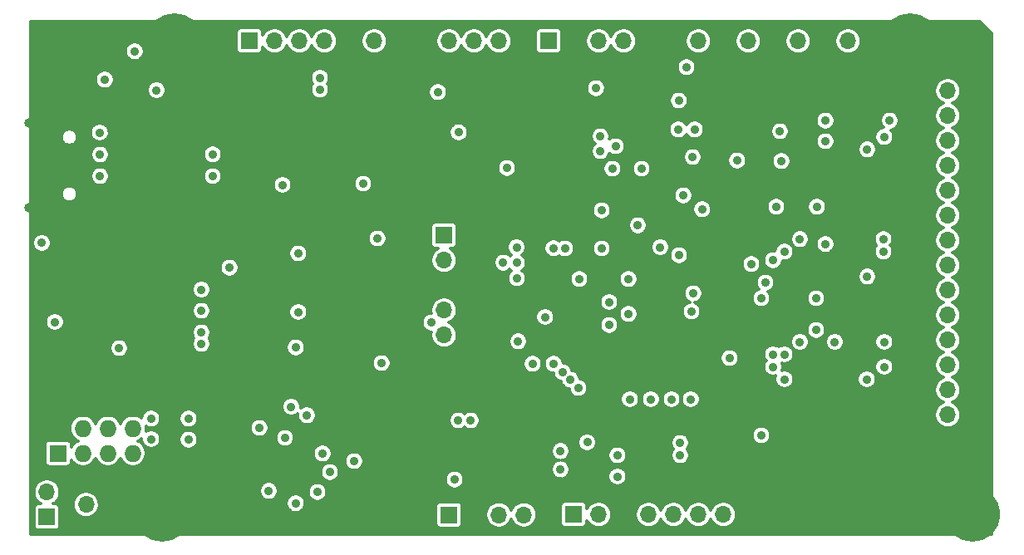
<source format=gbr>
G04 #@! TF.GenerationSoftware,KiCad,Pcbnew,5.1.10-88a1d61d58~90~ubuntu20.04.1*
G04 #@! TF.CreationDate,2021-10-20T11:37:08+02:00*
G04 #@! TF.ProjectId,PSLab,50534c61-622e-46b6-9963-61645f706362,v6.1*
G04 #@! TF.SameCoordinates,Original*
G04 #@! TF.FileFunction,Copper,L2,Inr*
G04 #@! TF.FilePolarity,Positive*
%FSLAX46Y46*%
G04 Gerber Fmt 4.6, Leading zero omitted, Abs format (unit mm)*
G04 Created by KiCad (PCBNEW 5.1.10-88a1d61d58~90~ubuntu20.04.1) date 2021-10-20 11:37:08*
%MOMM*%
%LPD*%
G01*
G04 APERTURE LIST*
G04 #@! TA.AperFunction,ComponentPad*
%ADD10O,1.700000X1.700000*%
G04 #@! TD*
G04 #@! TA.AperFunction,ComponentPad*
%ADD11R,1.700000X1.700000*%
G04 #@! TD*
G04 #@! TA.AperFunction,ComponentPad*
%ADD12C,0.500000*%
G04 #@! TD*
G04 #@! TA.AperFunction,ComponentPad*
%ADD13R,1.727200X1.727200*%
G04 #@! TD*
G04 #@! TA.AperFunction,ComponentPad*
%ADD14O,1.727200X1.727200*%
G04 #@! TD*
G04 #@! TA.AperFunction,ComponentPad*
%ADD15O,2.100000X1.000000*%
G04 #@! TD*
G04 #@! TA.AperFunction,ComponentPad*
%ADD16O,2.000000X1.000000*%
G04 #@! TD*
G04 #@! TA.AperFunction,ComponentPad*
%ADD17C,5.600000*%
G04 #@! TD*
G04 #@! TA.AperFunction,ViaPad*
%ADD18C,0.914400*%
G04 #@! TD*
G04 #@! TA.AperFunction,Conductor*
%ADD19C,0.304800*%
G04 #@! TD*
G04 #@! TA.AperFunction,Conductor*
%ADD20C,0.300000*%
G04 #@! TD*
G04 #@! TA.AperFunction,Conductor*
%ADD21C,0.100000*%
G04 #@! TD*
G04 APERTURE END LIST*
D10*
X133612000Y-92752000D03*
X133612000Y-90212000D03*
X133612000Y-87672000D03*
X133612000Y-85132000D03*
D11*
X133612000Y-82592000D03*
D12*
X97350000Y-62371000D03*
X97350000Y-64149000D03*
X97350000Y-63260000D03*
X119388000Y-107230000D03*
X119388000Y-106214000D03*
X118245000Y-106214000D03*
X118245000Y-107230000D03*
X117102000Y-106214000D03*
X117102000Y-107230000D03*
D13*
X94305500Y-104817000D03*
D14*
X94305500Y-102277000D03*
X96845500Y-104817000D03*
X96845500Y-102277000D03*
X99385500Y-104817000D03*
X99385500Y-102277000D03*
X101925500Y-104817000D03*
X101925500Y-102277000D03*
D15*
X95945000Y-71160000D03*
X95945000Y-79800000D03*
D16*
X91865000Y-71160000D03*
X91865000Y-79800000D03*
D17*
X104880000Y-111020000D03*
X181090000Y-62780000D03*
X106150000Y-62770000D03*
X187420000Y-111010000D03*
D11*
X187460000Y-67860000D03*
D10*
X184920000Y-67860000D03*
X187460000Y-70400000D03*
X184920000Y-70400000D03*
X187460000Y-72940000D03*
X184920000Y-72940000D03*
X187460000Y-75480000D03*
X184920000Y-75480000D03*
X187460000Y-78020000D03*
X184920000Y-78020000D03*
X187460000Y-80560000D03*
X184920000Y-80560000D03*
X187460000Y-83100000D03*
X184920000Y-83100000D03*
X187460000Y-85640000D03*
X184920000Y-85640000D03*
X187460000Y-88180000D03*
X184920000Y-88180000D03*
X187460000Y-90720000D03*
X184920000Y-90720000D03*
X187460000Y-93260000D03*
X184920000Y-93260000D03*
X187460000Y-95800000D03*
X184920000Y-95800000D03*
X187460000Y-98340000D03*
X184920000Y-98340000D03*
X187460000Y-100880000D03*
X184920000Y-100880000D03*
D11*
X156980000Y-62780000D03*
D10*
X159520000Y-62780000D03*
X162060000Y-62780000D03*
X164600000Y-62780000D03*
X167140000Y-62780000D03*
X169680000Y-62780000D03*
X172220000Y-62780000D03*
X174760000Y-62780000D03*
X164600000Y-111040000D03*
X162060000Y-111040000D03*
X159520000Y-111040000D03*
X156980000Y-111040000D03*
X154440000Y-111040000D03*
X151900000Y-111040000D03*
X149360000Y-111040000D03*
D11*
X146820000Y-111040000D03*
X131580000Y-62780000D03*
D10*
X134120000Y-62780000D03*
X136660000Y-62780000D03*
X139200000Y-62780000D03*
D11*
X144280000Y-62780000D03*
D10*
X146820000Y-62780000D03*
X149360000Y-62780000D03*
X151900000Y-62780000D03*
X141740000Y-111074000D03*
X139200000Y-111074000D03*
X136660000Y-111074000D03*
D11*
X134120000Y-111074000D03*
X113800000Y-62780000D03*
D10*
X116340000Y-62780000D03*
X118880000Y-62780000D03*
X121420000Y-62780000D03*
X123960000Y-62780000D03*
X126500000Y-62780000D03*
D11*
X93162500Y-111294000D03*
D10*
X93162500Y-108754000D03*
D11*
X99703000Y-110024000D03*
D10*
X97163000Y-110024000D03*
D18*
X148199002Y-103692000D03*
X104338000Y-67796024D03*
X115768500Y-108627000D03*
X114816000Y-102213500D03*
X121251290Y-104817000D03*
X118753000Y-84433500D03*
X118753000Y-90402506D03*
X124468000Y-105593522D03*
X141012600Y-85399000D03*
X168283006Y-94720500D03*
X168283004Y-84243000D03*
X108910500Y-90275500D03*
X157678500Y-105007500D03*
X144751558Y-83900697D03*
X149550500Y-72495500D03*
X157678500Y-103737500D03*
X145931000Y-83925500D03*
X141004300Y-83799000D03*
X167140000Y-94720500D03*
X167140000Y-85128390D03*
X108910500Y-92498000D03*
X163456992Y-74972000D03*
X151099200Y-73503500D03*
X107577004Y-101261000D03*
X179014512Y-70908000D03*
X172474000Y-70907996D03*
X107577000Y-103420000D03*
X176728500Y-73829000D03*
X152408000Y-87037000D03*
X147391500Y-87037000D03*
X150757000Y-75797496D03*
X108910500Y-88116500D03*
X111768000Y-85894000D03*
X108910500Y-93641000D03*
X142629000Y-95673000D03*
X132342000Y-91482000D03*
X118499000Y-94022000D03*
X143899000Y-90910500D03*
X149550500Y-74019500D03*
X149105982Y-67606000D03*
X178443000Y-95990500D03*
X167140000Y-95990504D03*
X164919000Y-85513000D03*
X178379502Y-84243000D03*
X117419500Y-103229500D03*
X121991500Y-106722000D03*
X98560000Y-72114501D03*
X99068000Y-66713972D03*
X118498992Y-109893390D03*
X118053500Y-100054000D03*
X100528500Y-94085500D03*
X119648000Y-100921210D03*
X120721500Y-108754000D03*
X110053500Y-76559500D03*
X98577000Y-76571500D03*
X110053500Y-74337000D03*
X98577000Y-74351500D03*
X162695000Y-95101500D03*
X150439500Y-89386499D03*
X144787992Y-95673000D03*
X145486500Y-106468000D03*
X145690000Y-96562000D03*
X145486500Y-104563000D03*
X158758000Y-99292500D03*
X156789504Y-99292494D03*
X154694000Y-99292504D03*
X152535000Y-99292500D03*
X117165498Y-77448500D03*
X139644500Y-85386002D03*
X141168500Y-93387000D03*
X141041500Y-86973500D03*
X158821500Y-90338996D03*
X158948500Y-74598221D03*
X153741500Y-75797500D03*
X168283000Y-97260500D03*
X150439500Y-91736000D03*
X166374390Y-87386784D03*
X152408000Y-90593000D03*
X102116000Y-63835000D03*
X92654500Y-83367000D03*
X93988000Y-91418500D03*
X127262000Y-95609500D03*
X140026000Y-75734500D03*
X147290000Y-98149500D03*
X151264998Y-105007500D03*
X134691500Y-107484000D03*
X135072016Y-101452000D03*
X125368500Y-77321506D03*
X157525804Y-68841433D03*
X157489619Y-71798619D03*
X169869000Y-93450500D03*
X165947000Y-89005500D03*
X169869000Y-82973000D03*
X167457500Y-79671000D03*
X165933500Y-102966410D03*
X136342500Y-101451500D03*
X158313500Y-65447000D03*
X132976998Y-67987000D03*
X120986500Y-66526500D03*
X120975500Y-67733000D03*
X159138998Y-71797000D03*
X176728500Y-86783000D03*
X176665000Y-97260500D03*
X171521500Y-89005500D03*
X171521500Y-92244000D03*
X135095000Y-72098500D03*
X171585000Y-79671000D03*
X178379500Y-82973000D03*
X172474000Y-73003500D03*
X178443000Y-93450500D03*
X178443000Y-72559000D03*
X126840020Y-82893500D03*
X173426500Y-93450506D03*
X172474000Y-83477390D03*
X146490000Y-97324000D03*
X151264998Y-107166500D03*
X149677504Y-80052000D03*
X149677500Y-83925500D03*
X153360500Y-81576000D03*
X157995998Y-78527998D03*
X103767000Y-103356500D03*
X103767000Y-101261000D03*
X124087000Y-67733000D03*
X125103000Y-110024000D03*
X125103000Y-111040000D03*
X123833000Y-111040000D03*
X123833000Y-110024000D03*
X175840000Y-102991500D03*
X102098400Y-62239200D03*
X133233000Y-102727000D03*
X102180000Y-71510300D03*
X173647267Y-103703962D03*
X172292084Y-105569212D03*
X172292084Y-107874788D03*
X173647267Y-109740038D03*
X175840000Y-110452500D03*
X178032733Y-109740038D03*
X179387916Y-107874788D03*
X179387916Y-105569212D03*
X178032733Y-103703962D03*
X159456500Y-103737500D03*
X115768500Y-112183000D03*
X111958500Y-112183000D03*
X128024000Y-112183000D03*
X130183000Y-112183000D03*
X92400506Y-62454400D03*
X150047211Y-101436973D03*
X145486500Y-107611000D03*
X143518000Y-71035000D03*
X148979000Y-99419500D03*
X172474000Y-98403496D03*
X143899000Y-87799002D03*
X139805694Y-101451500D03*
X181681500Y-76369000D03*
X151138000Y-71987500D03*
X148598000Y-75797500D03*
X124087000Y-66526500D03*
X172474000Y-87862500D03*
X177871500Y-78591500D03*
X163266500Y-89005504D03*
X160726000Y-95101990D03*
X148090000Y-91863004D03*
X128443500Y-77321500D03*
X103767000Y-105579000D03*
X127262000Y-97768504D03*
X111006000Y-102213500D03*
X114816008Y-100054500D03*
X114752500Y-73434000D03*
X114727518Y-77956500D03*
X114727518Y-76813500D03*
X115832000Y-73434000D03*
X146185000Y-68685500D03*
X145738884Y-71036622D03*
X106244000Y-75416500D03*
X101608000Y-75226000D03*
X92455000Y-98601468D03*
X92905000Y-85101484D03*
X103255000Y-85101484D03*
X107555012Y-96476710D03*
X117139000Y-97209500D03*
X136914000Y-76051500D03*
X120657994Y-79671000D03*
X109736000Y-67796490D03*
X121991500Y-72685996D03*
X147260890Y-83925500D03*
X154186000Y-67606000D03*
X163139500Y-67606000D03*
X151421061Y-88436937D03*
X172474000Y-77512000D03*
X109990000Y-79925000D03*
X126750982Y-85259000D03*
X133167500Y-99277956D03*
X167989000Y-75012500D03*
X157551500Y-84624000D03*
X167838500Y-71987504D03*
X159901000Y-79925000D03*
X159012000Y-88497500D03*
X155646502Y-83798502D03*
D19*
X157473000Y-103943000D02*
X157678500Y-103737500D01*
X152281000Y-87037000D02*
X152408000Y-87037000D01*
D20*
X189420000Y-62017817D02*
X189420001Y-113030000D01*
X91490000Y-113030000D01*
X91490000Y-110444000D01*
X91810081Y-110444000D01*
X91810081Y-112144000D01*
X91819735Y-112242017D01*
X91848325Y-112336267D01*
X91894754Y-112423129D01*
X91957236Y-112499264D01*
X92033371Y-112561746D01*
X92120233Y-112608175D01*
X92214483Y-112636765D01*
X92312500Y-112646419D01*
X94012500Y-112646419D01*
X94110517Y-112636765D01*
X94204767Y-112608175D01*
X94291629Y-112561746D01*
X94367764Y-112499264D01*
X94430246Y-112423129D01*
X94476675Y-112336267D01*
X94505265Y-112242017D01*
X94514919Y-112144000D01*
X94514919Y-110444000D01*
X94505265Y-110345983D01*
X94476675Y-110251733D01*
X94430246Y-110164871D01*
X94367764Y-110088736D01*
X94291629Y-110026254D01*
X94204767Y-109979825D01*
X94110517Y-109951235D01*
X94012500Y-109941581D01*
X93815095Y-109941581D01*
X93890739Y-109891037D01*
X95813000Y-109891037D01*
X95813000Y-110156963D01*
X95864880Y-110417780D01*
X95966646Y-110663465D01*
X96114387Y-110884575D01*
X96302425Y-111072613D01*
X96523535Y-111220354D01*
X96769220Y-111322120D01*
X97030037Y-111374000D01*
X97295963Y-111374000D01*
X97556780Y-111322120D01*
X97802465Y-111220354D01*
X98023575Y-111072613D01*
X98211613Y-110884575D01*
X98359354Y-110663465D01*
X98461120Y-110417780D01*
X98513000Y-110156963D01*
X98513000Y-109891037D01*
X98494716Y-109799114D01*
X117541792Y-109799114D01*
X117541792Y-109987666D01*
X117578577Y-110172595D01*
X117650733Y-110346794D01*
X117755487Y-110503569D01*
X117888813Y-110636895D01*
X118045588Y-110741649D01*
X118219787Y-110813805D01*
X118404716Y-110850590D01*
X118593268Y-110850590D01*
X118778197Y-110813805D01*
X118952396Y-110741649D01*
X119109171Y-110636895D01*
X119242497Y-110503569D01*
X119347251Y-110346794D01*
X119398114Y-110224000D01*
X132767581Y-110224000D01*
X132767581Y-111924000D01*
X132777235Y-112022017D01*
X132805825Y-112116267D01*
X132852254Y-112203129D01*
X132914736Y-112279264D01*
X132990871Y-112341746D01*
X133077733Y-112388175D01*
X133171983Y-112416765D01*
X133270000Y-112426419D01*
X134970000Y-112426419D01*
X135068017Y-112416765D01*
X135162267Y-112388175D01*
X135249129Y-112341746D01*
X135325264Y-112279264D01*
X135387746Y-112203129D01*
X135434175Y-112116267D01*
X135462765Y-112022017D01*
X135472419Y-111924000D01*
X135472419Y-110941037D01*
X137850000Y-110941037D01*
X137850000Y-111206963D01*
X137901880Y-111467780D01*
X138003646Y-111713465D01*
X138151387Y-111934575D01*
X138339425Y-112122613D01*
X138560535Y-112270354D01*
X138806220Y-112372120D01*
X139067037Y-112424000D01*
X139332963Y-112424000D01*
X139593780Y-112372120D01*
X139839465Y-112270354D01*
X140060575Y-112122613D01*
X140248613Y-111934575D01*
X140396354Y-111713465D01*
X140470000Y-111535668D01*
X140543646Y-111713465D01*
X140691387Y-111934575D01*
X140879425Y-112122613D01*
X141100535Y-112270354D01*
X141346220Y-112372120D01*
X141607037Y-112424000D01*
X141872963Y-112424000D01*
X142133780Y-112372120D01*
X142379465Y-112270354D01*
X142600575Y-112122613D01*
X142788613Y-111934575D01*
X142936354Y-111713465D01*
X143038120Y-111467780D01*
X143090000Y-111206963D01*
X143090000Y-110941037D01*
X143038120Y-110680220D01*
X142936354Y-110434535D01*
X142788613Y-110213425D01*
X142765188Y-110190000D01*
X145467581Y-110190000D01*
X145467581Y-111890000D01*
X145477235Y-111988017D01*
X145505825Y-112082267D01*
X145552254Y-112169129D01*
X145614736Y-112245264D01*
X145690871Y-112307746D01*
X145777733Y-112354175D01*
X145871983Y-112382765D01*
X145970000Y-112392419D01*
X147670000Y-112392419D01*
X147768017Y-112382765D01*
X147862267Y-112354175D01*
X147949129Y-112307746D01*
X148025264Y-112245264D01*
X148087746Y-112169129D01*
X148134175Y-112082267D01*
X148162765Y-111988017D01*
X148172419Y-111890000D01*
X148172419Y-111692595D01*
X148311387Y-111900575D01*
X148499425Y-112088613D01*
X148720535Y-112236354D01*
X148966220Y-112338120D01*
X149227037Y-112390000D01*
X149492963Y-112390000D01*
X149753780Y-112338120D01*
X149999465Y-112236354D01*
X150220575Y-112088613D01*
X150408613Y-111900575D01*
X150556354Y-111679465D01*
X150658120Y-111433780D01*
X150710000Y-111172963D01*
X150710000Y-110907037D01*
X153090000Y-110907037D01*
X153090000Y-111172963D01*
X153141880Y-111433780D01*
X153243646Y-111679465D01*
X153391387Y-111900575D01*
X153579425Y-112088613D01*
X153800535Y-112236354D01*
X154046220Y-112338120D01*
X154307037Y-112390000D01*
X154572963Y-112390000D01*
X154833780Y-112338120D01*
X155079465Y-112236354D01*
X155300575Y-112088613D01*
X155488613Y-111900575D01*
X155636354Y-111679465D01*
X155710000Y-111501668D01*
X155783646Y-111679465D01*
X155931387Y-111900575D01*
X156119425Y-112088613D01*
X156340535Y-112236354D01*
X156586220Y-112338120D01*
X156847037Y-112390000D01*
X157112963Y-112390000D01*
X157373780Y-112338120D01*
X157619465Y-112236354D01*
X157840575Y-112088613D01*
X158028613Y-111900575D01*
X158176354Y-111679465D01*
X158250000Y-111501668D01*
X158323646Y-111679465D01*
X158471387Y-111900575D01*
X158659425Y-112088613D01*
X158880535Y-112236354D01*
X159126220Y-112338120D01*
X159387037Y-112390000D01*
X159652963Y-112390000D01*
X159913780Y-112338120D01*
X160159465Y-112236354D01*
X160380575Y-112088613D01*
X160568613Y-111900575D01*
X160716354Y-111679465D01*
X160790000Y-111501668D01*
X160863646Y-111679465D01*
X161011387Y-111900575D01*
X161199425Y-112088613D01*
X161420535Y-112236354D01*
X161666220Y-112338120D01*
X161927037Y-112390000D01*
X162192963Y-112390000D01*
X162453780Y-112338120D01*
X162699465Y-112236354D01*
X162920575Y-112088613D01*
X163108613Y-111900575D01*
X163256354Y-111679465D01*
X163358120Y-111433780D01*
X163410000Y-111172963D01*
X163410000Y-110907037D01*
X163358120Y-110646220D01*
X163256354Y-110400535D01*
X163108613Y-110179425D01*
X162920575Y-109991387D01*
X162699465Y-109843646D01*
X162453780Y-109741880D01*
X162192963Y-109690000D01*
X161927037Y-109690000D01*
X161666220Y-109741880D01*
X161420535Y-109843646D01*
X161199425Y-109991387D01*
X161011387Y-110179425D01*
X160863646Y-110400535D01*
X160790000Y-110578332D01*
X160716354Y-110400535D01*
X160568613Y-110179425D01*
X160380575Y-109991387D01*
X160159465Y-109843646D01*
X159913780Y-109741880D01*
X159652963Y-109690000D01*
X159387037Y-109690000D01*
X159126220Y-109741880D01*
X158880535Y-109843646D01*
X158659425Y-109991387D01*
X158471387Y-110179425D01*
X158323646Y-110400535D01*
X158250000Y-110578332D01*
X158176354Y-110400535D01*
X158028613Y-110179425D01*
X157840575Y-109991387D01*
X157619465Y-109843646D01*
X157373780Y-109741880D01*
X157112963Y-109690000D01*
X156847037Y-109690000D01*
X156586220Y-109741880D01*
X156340535Y-109843646D01*
X156119425Y-109991387D01*
X155931387Y-110179425D01*
X155783646Y-110400535D01*
X155710000Y-110578332D01*
X155636354Y-110400535D01*
X155488613Y-110179425D01*
X155300575Y-109991387D01*
X155079465Y-109843646D01*
X154833780Y-109741880D01*
X154572963Y-109690000D01*
X154307037Y-109690000D01*
X154046220Y-109741880D01*
X153800535Y-109843646D01*
X153579425Y-109991387D01*
X153391387Y-110179425D01*
X153243646Y-110400535D01*
X153141880Y-110646220D01*
X153090000Y-110907037D01*
X150710000Y-110907037D01*
X150658120Y-110646220D01*
X150556354Y-110400535D01*
X150408613Y-110179425D01*
X150220575Y-109991387D01*
X149999465Y-109843646D01*
X149753780Y-109741880D01*
X149492963Y-109690000D01*
X149227037Y-109690000D01*
X148966220Y-109741880D01*
X148720535Y-109843646D01*
X148499425Y-109991387D01*
X148311387Y-110179425D01*
X148172419Y-110387405D01*
X148172419Y-110190000D01*
X148162765Y-110091983D01*
X148134175Y-109997733D01*
X148087746Y-109910871D01*
X148025264Y-109834736D01*
X147949129Y-109772254D01*
X147862267Y-109725825D01*
X147768017Y-109697235D01*
X147670000Y-109687581D01*
X145970000Y-109687581D01*
X145871983Y-109697235D01*
X145777733Y-109725825D01*
X145690871Y-109772254D01*
X145614736Y-109834736D01*
X145552254Y-109910871D01*
X145505825Y-109997733D01*
X145477235Y-110091983D01*
X145467581Y-110190000D01*
X142765188Y-110190000D01*
X142600575Y-110025387D01*
X142379465Y-109877646D01*
X142133780Y-109775880D01*
X141872963Y-109724000D01*
X141607037Y-109724000D01*
X141346220Y-109775880D01*
X141100535Y-109877646D01*
X140879425Y-110025387D01*
X140691387Y-110213425D01*
X140543646Y-110434535D01*
X140470000Y-110612332D01*
X140396354Y-110434535D01*
X140248613Y-110213425D01*
X140060575Y-110025387D01*
X139839465Y-109877646D01*
X139593780Y-109775880D01*
X139332963Y-109724000D01*
X139067037Y-109724000D01*
X138806220Y-109775880D01*
X138560535Y-109877646D01*
X138339425Y-110025387D01*
X138151387Y-110213425D01*
X138003646Y-110434535D01*
X137901880Y-110680220D01*
X137850000Y-110941037D01*
X135472419Y-110941037D01*
X135472419Y-110224000D01*
X135462765Y-110125983D01*
X135434175Y-110031733D01*
X135387746Y-109944871D01*
X135325264Y-109868736D01*
X135249129Y-109806254D01*
X135162267Y-109759825D01*
X135068017Y-109731235D01*
X134970000Y-109721581D01*
X133270000Y-109721581D01*
X133171983Y-109731235D01*
X133077733Y-109759825D01*
X132990871Y-109806254D01*
X132914736Y-109868736D01*
X132852254Y-109944871D01*
X132805825Y-110031733D01*
X132777235Y-110125983D01*
X132767581Y-110224000D01*
X119398114Y-110224000D01*
X119419407Y-110172595D01*
X119456192Y-109987666D01*
X119456192Y-109799114D01*
X119419407Y-109614185D01*
X119347251Y-109439986D01*
X119242497Y-109283211D01*
X119109171Y-109149885D01*
X118952396Y-109045131D01*
X118778197Y-108972975D01*
X118593268Y-108936190D01*
X118404716Y-108936190D01*
X118219787Y-108972975D01*
X118045588Y-109045131D01*
X117888813Y-109149885D01*
X117755487Y-109283211D01*
X117650733Y-109439986D01*
X117578577Y-109614185D01*
X117541792Y-109799114D01*
X98494716Y-109799114D01*
X98461120Y-109630220D01*
X98359354Y-109384535D01*
X98211613Y-109163425D01*
X98023575Y-108975387D01*
X97802465Y-108827646D01*
X97556780Y-108725880D01*
X97295963Y-108674000D01*
X97030037Y-108674000D01*
X96769220Y-108725880D01*
X96523535Y-108827646D01*
X96302425Y-108975387D01*
X96114387Y-109163425D01*
X95966646Y-109384535D01*
X95864880Y-109630220D01*
X95813000Y-109891037D01*
X93890739Y-109891037D01*
X94023075Y-109802613D01*
X94211113Y-109614575D01*
X94358854Y-109393465D01*
X94460620Y-109147780D01*
X94512500Y-108886963D01*
X94512500Y-108621037D01*
X94494934Y-108532724D01*
X114811300Y-108532724D01*
X114811300Y-108721276D01*
X114848085Y-108906205D01*
X114920241Y-109080404D01*
X115024995Y-109237179D01*
X115158321Y-109370505D01*
X115315096Y-109475259D01*
X115489295Y-109547415D01*
X115674224Y-109584200D01*
X115862776Y-109584200D01*
X116047705Y-109547415D01*
X116221904Y-109475259D01*
X116378679Y-109370505D01*
X116512005Y-109237179D01*
X116616759Y-109080404D01*
X116688915Y-108906205D01*
X116725700Y-108721276D01*
X116725700Y-108659724D01*
X119764300Y-108659724D01*
X119764300Y-108848276D01*
X119801085Y-109033205D01*
X119873241Y-109207404D01*
X119977995Y-109364179D01*
X120111321Y-109497505D01*
X120268096Y-109602259D01*
X120442295Y-109674415D01*
X120627224Y-109711200D01*
X120815776Y-109711200D01*
X121000705Y-109674415D01*
X121174904Y-109602259D01*
X121331679Y-109497505D01*
X121465005Y-109364179D01*
X121569759Y-109207404D01*
X121641915Y-109033205D01*
X121678700Y-108848276D01*
X121678700Y-108659724D01*
X121641915Y-108474795D01*
X121569759Y-108300596D01*
X121465005Y-108143821D01*
X121331679Y-108010495D01*
X121174904Y-107905741D01*
X121000705Y-107833585D01*
X120815776Y-107796800D01*
X120627224Y-107796800D01*
X120442295Y-107833585D01*
X120268096Y-107905741D01*
X120111321Y-108010495D01*
X119977995Y-108143821D01*
X119873241Y-108300596D01*
X119801085Y-108474795D01*
X119764300Y-108659724D01*
X116725700Y-108659724D01*
X116725700Y-108532724D01*
X116688915Y-108347795D01*
X116616759Y-108173596D01*
X116512005Y-108016821D01*
X116378679Y-107883495D01*
X116221904Y-107778741D01*
X116047705Y-107706585D01*
X115862776Y-107669800D01*
X115674224Y-107669800D01*
X115489295Y-107706585D01*
X115315096Y-107778741D01*
X115158321Y-107883495D01*
X115024995Y-108016821D01*
X114920241Y-108173596D01*
X114848085Y-108347795D01*
X114811300Y-108532724D01*
X94494934Y-108532724D01*
X94460620Y-108360220D01*
X94358854Y-108114535D01*
X94211113Y-107893425D01*
X94023075Y-107705387D01*
X93801965Y-107557646D01*
X93556280Y-107455880D01*
X93295463Y-107404000D01*
X93029537Y-107404000D01*
X92768720Y-107455880D01*
X92523035Y-107557646D01*
X92301925Y-107705387D01*
X92113887Y-107893425D01*
X91966146Y-108114535D01*
X91864380Y-108360220D01*
X91812500Y-108621037D01*
X91812500Y-108886963D01*
X91864380Y-109147780D01*
X91966146Y-109393465D01*
X92113887Y-109614575D01*
X92301925Y-109802613D01*
X92509905Y-109941581D01*
X92312500Y-109941581D01*
X92214483Y-109951235D01*
X92120233Y-109979825D01*
X92033371Y-110026254D01*
X91957236Y-110088736D01*
X91894754Y-110164871D01*
X91848325Y-110251733D01*
X91819735Y-110345983D01*
X91810081Y-110444000D01*
X91490000Y-110444000D01*
X91490000Y-106627724D01*
X121034300Y-106627724D01*
X121034300Y-106816276D01*
X121071085Y-107001205D01*
X121143241Y-107175404D01*
X121247995Y-107332179D01*
X121381321Y-107465505D01*
X121538096Y-107570259D01*
X121712295Y-107642415D01*
X121897224Y-107679200D01*
X122085776Y-107679200D01*
X122270705Y-107642415D01*
X122444904Y-107570259D01*
X122601679Y-107465505D01*
X122677460Y-107389724D01*
X133734300Y-107389724D01*
X133734300Y-107578276D01*
X133771085Y-107763205D01*
X133843241Y-107937404D01*
X133947995Y-108094179D01*
X134081321Y-108227505D01*
X134238096Y-108332259D01*
X134412295Y-108404415D01*
X134597224Y-108441200D01*
X134785776Y-108441200D01*
X134970705Y-108404415D01*
X135144904Y-108332259D01*
X135301679Y-108227505D01*
X135435005Y-108094179D01*
X135539759Y-107937404D01*
X135611915Y-107763205D01*
X135648700Y-107578276D01*
X135648700Y-107389724D01*
X135611915Y-107204795D01*
X135539759Y-107030596D01*
X135435005Y-106873821D01*
X135301679Y-106740495D01*
X135144904Y-106635741D01*
X134970705Y-106563585D01*
X134785776Y-106526800D01*
X134597224Y-106526800D01*
X134412295Y-106563585D01*
X134238096Y-106635741D01*
X134081321Y-106740495D01*
X133947995Y-106873821D01*
X133843241Y-107030596D01*
X133771085Y-107204795D01*
X133734300Y-107389724D01*
X122677460Y-107389724D01*
X122735005Y-107332179D01*
X122839759Y-107175404D01*
X122911915Y-107001205D01*
X122948700Y-106816276D01*
X122948700Y-106627724D01*
X122911915Y-106442795D01*
X122839759Y-106268596D01*
X122735005Y-106111821D01*
X122601679Y-105978495D01*
X122444904Y-105873741D01*
X122270705Y-105801585D01*
X122085776Y-105764800D01*
X121897224Y-105764800D01*
X121712295Y-105801585D01*
X121538096Y-105873741D01*
X121381321Y-105978495D01*
X121247995Y-106111821D01*
X121143241Y-106268596D01*
X121071085Y-106442795D01*
X121034300Y-106627724D01*
X91490000Y-106627724D01*
X91490000Y-103953400D01*
X92939481Y-103953400D01*
X92939481Y-105680600D01*
X92949135Y-105778617D01*
X92977725Y-105872867D01*
X93024154Y-105959729D01*
X93086636Y-106035864D01*
X93162771Y-106098346D01*
X93249633Y-106144775D01*
X93343883Y-106173365D01*
X93441900Y-106183019D01*
X95169100Y-106183019D01*
X95267117Y-106173365D01*
X95361367Y-106144775D01*
X95448229Y-106098346D01*
X95524364Y-106035864D01*
X95586846Y-105959729D01*
X95633275Y-105872867D01*
X95661865Y-105778617D01*
X95671519Y-105680600D01*
X95671519Y-105514429D01*
X95786323Y-105686244D01*
X95976256Y-105876177D01*
X96199593Y-106025407D01*
X96447753Y-106128198D01*
X96711197Y-106180600D01*
X96979803Y-106180600D01*
X97243247Y-106128198D01*
X97491407Y-106025407D01*
X97714744Y-105876177D01*
X97904677Y-105686244D01*
X98053907Y-105462907D01*
X98115500Y-105314208D01*
X98177093Y-105462907D01*
X98326323Y-105686244D01*
X98516256Y-105876177D01*
X98739593Y-106025407D01*
X98987753Y-106128198D01*
X99251197Y-106180600D01*
X99519803Y-106180600D01*
X99783247Y-106128198D01*
X100031407Y-106025407D01*
X100254744Y-105876177D01*
X100444677Y-105686244D01*
X100593907Y-105462907D01*
X100655500Y-105314208D01*
X100717093Y-105462907D01*
X100866323Y-105686244D01*
X101056256Y-105876177D01*
X101279593Y-106025407D01*
X101527753Y-106128198D01*
X101791197Y-106180600D01*
X102059803Y-106180600D01*
X102323247Y-106128198D01*
X102571407Y-106025407D01*
X102794744Y-105876177D01*
X102984677Y-105686244D01*
X103133907Y-105462907D01*
X103236698Y-105214747D01*
X103289100Y-104951303D01*
X103289100Y-104722724D01*
X120294090Y-104722724D01*
X120294090Y-104911276D01*
X120330875Y-105096205D01*
X120403031Y-105270404D01*
X120507785Y-105427179D01*
X120641111Y-105560505D01*
X120797886Y-105665259D01*
X120972085Y-105737415D01*
X121157014Y-105774200D01*
X121345566Y-105774200D01*
X121530495Y-105737415D01*
X121704694Y-105665259D01*
X121861469Y-105560505D01*
X121922728Y-105499246D01*
X123510800Y-105499246D01*
X123510800Y-105687798D01*
X123547585Y-105872727D01*
X123619741Y-106046926D01*
X123724495Y-106203701D01*
X123857821Y-106337027D01*
X124014596Y-106441781D01*
X124188795Y-106513937D01*
X124373724Y-106550722D01*
X124562276Y-106550722D01*
X124747205Y-106513937D01*
X124921404Y-106441781D01*
X125078179Y-106337027D01*
X125211505Y-106203701D01*
X125316259Y-106046926D01*
X125388415Y-105872727D01*
X125425200Y-105687798D01*
X125425200Y-105499246D01*
X125388415Y-105314317D01*
X125316259Y-105140118D01*
X125211505Y-104983343D01*
X125078179Y-104850017D01*
X124921404Y-104745263D01*
X124747205Y-104673107D01*
X124562276Y-104636322D01*
X124373724Y-104636322D01*
X124188795Y-104673107D01*
X124014596Y-104745263D01*
X123857821Y-104850017D01*
X123724495Y-104983343D01*
X123619741Y-105140118D01*
X123547585Y-105314317D01*
X123510800Y-105499246D01*
X121922728Y-105499246D01*
X121994795Y-105427179D01*
X122099549Y-105270404D01*
X122171705Y-105096205D01*
X122208490Y-104911276D01*
X122208490Y-104722724D01*
X122171705Y-104537795D01*
X122143095Y-104468724D01*
X144529300Y-104468724D01*
X144529300Y-104657276D01*
X144566085Y-104842205D01*
X144638241Y-105016404D01*
X144742995Y-105173179D01*
X144876321Y-105306505D01*
X145033096Y-105411259D01*
X145207295Y-105483415D01*
X145368596Y-105515500D01*
X145207295Y-105547585D01*
X145033096Y-105619741D01*
X144876321Y-105724495D01*
X144742995Y-105857821D01*
X144638241Y-106014596D01*
X144566085Y-106188795D01*
X144529300Y-106373724D01*
X144529300Y-106562276D01*
X144566085Y-106747205D01*
X144638241Y-106921404D01*
X144742995Y-107078179D01*
X144876321Y-107211505D01*
X145033096Y-107316259D01*
X145207295Y-107388415D01*
X145392224Y-107425200D01*
X145580776Y-107425200D01*
X145765705Y-107388415D01*
X145939904Y-107316259D01*
X146096679Y-107211505D01*
X146230005Y-107078179D01*
X146233984Y-107072224D01*
X150307798Y-107072224D01*
X150307798Y-107260776D01*
X150344583Y-107445705D01*
X150416739Y-107619904D01*
X150521493Y-107776679D01*
X150654819Y-107910005D01*
X150811594Y-108014759D01*
X150985793Y-108086915D01*
X151170722Y-108123700D01*
X151359274Y-108123700D01*
X151544203Y-108086915D01*
X151718402Y-108014759D01*
X151875177Y-107910005D01*
X152008503Y-107776679D01*
X152113257Y-107619904D01*
X152185413Y-107445705D01*
X152222198Y-107260776D01*
X152222198Y-107072224D01*
X152185413Y-106887295D01*
X152113257Y-106713096D01*
X152008503Y-106556321D01*
X151875177Y-106422995D01*
X151718402Y-106318241D01*
X151544203Y-106246085D01*
X151359274Y-106209300D01*
X151170722Y-106209300D01*
X150985793Y-106246085D01*
X150811594Y-106318241D01*
X150654819Y-106422995D01*
X150521493Y-106556321D01*
X150416739Y-106713096D01*
X150344583Y-106887295D01*
X150307798Y-107072224D01*
X146233984Y-107072224D01*
X146334759Y-106921404D01*
X146406915Y-106747205D01*
X146443700Y-106562276D01*
X146443700Y-106373724D01*
X146406915Y-106188795D01*
X146334759Y-106014596D01*
X146230005Y-105857821D01*
X146096679Y-105724495D01*
X145939904Y-105619741D01*
X145765705Y-105547585D01*
X145604404Y-105515500D01*
X145765705Y-105483415D01*
X145939904Y-105411259D01*
X146096679Y-105306505D01*
X146230005Y-105173179D01*
X146334759Y-105016404D01*
X146377497Y-104913224D01*
X150307798Y-104913224D01*
X150307798Y-105101776D01*
X150344583Y-105286705D01*
X150416739Y-105460904D01*
X150521493Y-105617679D01*
X150654819Y-105751005D01*
X150811594Y-105855759D01*
X150985793Y-105927915D01*
X151170722Y-105964700D01*
X151359274Y-105964700D01*
X151544203Y-105927915D01*
X151718402Y-105855759D01*
X151875177Y-105751005D01*
X152008503Y-105617679D01*
X152113257Y-105460904D01*
X152185413Y-105286705D01*
X152222198Y-105101776D01*
X152222198Y-104913224D01*
X152185413Y-104728295D01*
X152113257Y-104554096D01*
X152008503Y-104397321D01*
X151875177Y-104263995D01*
X151718402Y-104159241D01*
X151544203Y-104087085D01*
X151359274Y-104050300D01*
X151170722Y-104050300D01*
X150985793Y-104087085D01*
X150811594Y-104159241D01*
X150654819Y-104263995D01*
X150521493Y-104397321D01*
X150416739Y-104554096D01*
X150344583Y-104728295D01*
X150307798Y-104913224D01*
X146377497Y-104913224D01*
X146406915Y-104842205D01*
X146443700Y-104657276D01*
X146443700Y-104468724D01*
X146406915Y-104283795D01*
X146334759Y-104109596D01*
X146230005Y-103952821D01*
X146096679Y-103819495D01*
X145939904Y-103714741D01*
X145765705Y-103642585D01*
X145580776Y-103605800D01*
X145392224Y-103605800D01*
X145207295Y-103642585D01*
X145033096Y-103714741D01*
X144876321Y-103819495D01*
X144742995Y-103952821D01*
X144638241Y-104109596D01*
X144566085Y-104283795D01*
X144529300Y-104468724D01*
X122143095Y-104468724D01*
X122099549Y-104363596D01*
X121994795Y-104206821D01*
X121861469Y-104073495D01*
X121704694Y-103968741D01*
X121530495Y-103896585D01*
X121345566Y-103859800D01*
X121157014Y-103859800D01*
X120972085Y-103896585D01*
X120797886Y-103968741D01*
X120641111Y-104073495D01*
X120507785Y-104206821D01*
X120403031Y-104363596D01*
X120330875Y-104537795D01*
X120294090Y-104722724D01*
X103289100Y-104722724D01*
X103289100Y-104682697D01*
X103236698Y-104419253D01*
X103133907Y-104171093D01*
X102984677Y-103947756D01*
X102794744Y-103757823D01*
X102571407Y-103608593D01*
X102422708Y-103547000D01*
X102571407Y-103485407D01*
X102794744Y-103336177D01*
X102809800Y-103321121D01*
X102809800Y-103450776D01*
X102846585Y-103635705D01*
X102918741Y-103809904D01*
X103023495Y-103966679D01*
X103156821Y-104100005D01*
X103313596Y-104204759D01*
X103487795Y-104276915D01*
X103672724Y-104313700D01*
X103861276Y-104313700D01*
X104046205Y-104276915D01*
X104220404Y-104204759D01*
X104377179Y-104100005D01*
X104510505Y-103966679D01*
X104615259Y-103809904D01*
X104687415Y-103635705D01*
X104724200Y-103450776D01*
X104724200Y-103325724D01*
X106619800Y-103325724D01*
X106619800Y-103514276D01*
X106656585Y-103699205D01*
X106728741Y-103873404D01*
X106833495Y-104030179D01*
X106966821Y-104163505D01*
X107123596Y-104268259D01*
X107297795Y-104340415D01*
X107482724Y-104377200D01*
X107671276Y-104377200D01*
X107856205Y-104340415D01*
X108030404Y-104268259D01*
X108187179Y-104163505D01*
X108320505Y-104030179D01*
X108425259Y-103873404D01*
X108497415Y-103699205D01*
X108534200Y-103514276D01*
X108534200Y-103325724D01*
X108497415Y-103140795D01*
X108425259Y-102966596D01*
X108320505Y-102809821D01*
X108187179Y-102676495D01*
X108030404Y-102571741D01*
X107856205Y-102499585D01*
X107671276Y-102462800D01*
X107482724Y-102462800D01*
X107297795Y-102499585D01*
X107123596Y-102571741D01*
X106966821Y-102676495D01*
X106833495Y-102809821D01*
X106728741Y-102966596D01*
X106656585Y-103140795D01*
X106619800Y-103325724D01*
X104724200Y-103325724D01*
X104724200Y-103262224D01*
X104687415Y-103077295D01*
X104615259Y-102903096D01*
X104510505Y-102746321D01*
X104377179Y-102612995D01*
X104220404Y-102508241D01*
X104046205Y-102436085D01*
X103861276Y-102399300D01*
X103672724Y-102399300D01*
X103487795Y-102436085D01*
X103313596Y-102508241D01*
X103263108Y-102541976D01*
X103289100Y-102411303D01*
X103289100Y-102142697D01*
X103277675Y-102085257D01*
X103313596Y-102109259D01*
X103487795Y-102181415D01*
X103672724Y-102218200D01*
X103861276Y-102218200D01*
X104046205Y-102181415D01*
X104220404Y-102109259D01*
X104377179Y-102004505D01*
X104510505Y-101871179D01*
X104615259Y-101714404D01*
X104687415Y-101540205D01*
X104724200Y-101355276D01*
X104724200Y-101166724D01*
X106619804Y-101166724D01*
X106619804Y-101355276D01*
X106656589Y-101540205D01*
X106728745Y-101714404D01*
X106833499Y-101871179D01*
X106966825Y-102004505D01*
X107123600Y-102109259D01*
X107297799Y-102181415D01*
X107482728Y-102218200D01*
X107671280Y-102218200D01*
X107856209Y-102181415D01*
X108006350Y-102119224D01*
X113858800Y-102119224D01*
X113858800Y-102307776D01*
X113895585Y-102492705D01*
X113967741Y-102666904D01*
X114072495Y-102823679D01*
X114205821Y-102957005D01*
X114362596Y-103061759D01*
X114536795Y-103133915D01*
X114721724Y-103170700D01*
X114910276Y-103170700D01*
X115088624Y-103135224D01*
X116462300Y-103135224D01*
X116462300Y-103323776D01*
X116499085Y-103508705D01*
X116571241Y-103682904D01*
X116675995Y-103839679D01*
X116809321Y-103973005D01*
X116966096Y-104077759D01*
X117140295Y-104149915D01*
X117325224Y-104186700D01*
X117513776Y-104186700D01*
X117698705Y-104149915D01*
X117872904Y-104077759D01*
X118029679Y-103973005D01*
X118163005Y-103839679D01*
X118267759Y-103682904D01*
X118303041Y-103597724D01*
X147241802Y-103597724D01*
X147241802Y-103786276D01*
X147278587Y-103971205D01*
X147350743Y-104145404D01*
X147455497Y-104302179D01*
X147588823Y-104435505D01*
X147745598Y-104540259D01*
X147919797Y-104612415D01*
X148104726Y-104649200D01*
X148293278Y-104649200D01*
X148478207Y-104612415D01*
X148652406Y-104540259D01*
X148809181Y-104435505D01*
X148942507Y-104302179D01*
X149047261Y-104145404D01*
X149119417Y-103971205D01*
X149156202Y-103786276D01*
X149156202Y-103643224D01*
X156721300Y-103643224D01*
X156721300Y-103831776D01*
X156758085Y-104016705D01*
X156830241Y-104190904D01*
X156934995Y-104347679D01*
X156959816Y-104372500D01*
X156934995Y-104397321D01*
X156830241Y-104554096D01*
X156758085Y-104728295D01*
X156721300Y-104913224D01*
X156721300Y-105101776D01*
X156758085Y-105286705D01*
X156830241Y-105460904D01*
X156934995Y-105617679D01*
X157068321Y-105751005D01*
X157225096Y-105855759D01*
X157399295Y-105927915D01*
X157584224Y-105964700D01*
X157772776Y-105964700D01*
X157957705Y-105927915D01*
X158131904Y-105855759D01*
X158288679Y-105751005D01*
X158422005Y-105617679D01*
X158526759Y-105460904D01*
X158598915Y-105286705D01*
X158635700Y-105101776D01*
X158635700Y-104913224D01*
X158598915Y-104728295D01*
X158526759Y-104554096D01*
X158422005Y-104397321D01*
X158397184Y-104372500D01*
X158422005Y-104347679D01*
X158526759Y-104190904D01*
X158598915Y-104016705D01*
X158635700Y-103831776D01*
X158635700Y-103643224D01*
X158598915Y-103458295D01*
X158526759Y-103284096D01*
X158422005Y-103127321D01*
X158288679Y-102993995D01*
X158131904Y-102889241D01*
X158090605Y-102872134D01*
X164976300Y-102872134D01*
X164976300Y-103060686D01*
X165013085Y-103245615D01*
X165085241Y-103419814D01*
X165189995Y-103576589D01*
X165323321Y-103709915D01*
X165480096Y-103814669D01*
X165654295Y-103886825D01*
X165839224Y-103923610D01*
X166027776Y-103923610D01*
X166212705Y-103886825D01*
X166386904Y-103814669D01*
X166543679Y-103709915D01*
X166677005Y-103576589D01*
X166781759Y-103419814D01*
X166853915Y-103245615D01*
X166890700Y-103060686D01*
X166890700Y-102872134D01*
X166853915Y-102687205D01*
X166781759Y-102513006D01*
X166677005Y-102356231D01*
X166543679Y-102222905D01*
X166386904Y-102118151D01*
X166212705Y-102045995D01*
X166027776Y-102009210D01*
X165839224Y-102009210D01*
X165654295Y-102045995D01*
X165480096Y-102118151D01*
X165323321Y-102222905D01*
X165189995Y-102356231D01*
X165085241Y-102513006D01*
X165013085Y-102687205D01*
X164976300Y-102872134D01*
X158090605Y-102872134D01*
X157957705Y-102817085D01*
X157772776Y-102780300D01*
X157584224Y-102780300D01*
X157399295Y-102817085D01*
X157225096Y-102889241D01*
X157068321Y-102993995D01*
X156934995Y-103127321D01*
X156830241Y-103284096D01*
X156758085Y-103458295D01*
X156721300Y-103643224D01*
X149156202Y-103643224D01*
X149156202Y-103597724D01*
X149119417Y-103412795D01*
X149047261Y-103238596D01*
X148942507Y-103081821D01*
X148809181Y-102948495D01*
X148652406Y-102843741D01*
X148478207Y-102771585D01*
X148293278Y-102734800D01*
X148104726Y-102734800D01*
X147919797Y-102771585D01*
X147745598Y-102843741D01*
X147588823Y-102948495D01*
X147455497Y-103081821D01*
X147350743Y-103238596D01*
X147278587Y-103412795D01*
X147241802Y-103597724D01*
X118303041Y-103597724D01*
X118339915Y-103508705D01*
X118376700Y-103323776D01*
X118376700Y-103135224D01*
X118339915Y-102950295D01*
X118267759Y-102776096D01*
X118163005Y-102619321D01*
X118029679Y-102485995D01*
X117872904Y-102381241D01*
X117698705Y-102309085D01*
X117513776Y-102272300D01*
X117325224Y-102272300D01*
X117140295Y-102309085D01*
X116966096Y-102381241D01*
X116809321Y-102485995D01*
X116675995Y-102619321D01*
X116571241Y-102776096D01*
X116499085Y-102950295D01*
X116462300Y-103135224D01*
X115088624Y-103135224D01*
X115095205Y-103133915D01*
X115269404Y-103061759D01*
X115426179Y-102957005D01*
X115559505Y-102823679D01*
X115664259Y-102666904D01*
X115736415Y-102492705D01*
X115773200Y-102307776D01*
X115773200Y-102119224D01*
X115736415Y-101934295D01*
X115664259Y-101760096D01*
X115559505Y-101603321D01*
X115426179Y-101469995D01*
X115269404Y-101365241D01*
X115095205Y-101293085D01*
X114910276Y-101256300D01*
X114721724Y-101256300D01*
X114536795Y-101293085D01*
X114362596Y-101365241D01*
X114205821Y-101469995D01*
X114072495Y-101603321D01*
X113967741Y-101760096D01*
X113895585Y-101934295D01*
X113858800Y-102119224D01*
X108006350Y-102119224D01*
X108030408Y-102109259D01*
X108187183Y-102004505D01*
X108320509Y-101871179D01*
X108425263Y-101714404D01*
X108497419Y-101540205D01*
X108534204Y-101355276D01*
X108534204Y-101166724D01*
X108497419Y-100981795D01*
X108425263Y-100807596D01*
X108320509Y-100650821D01*
X108187183Y-100517495D01*
X108030408Y-100412741D01*
X107856209Y-100340585D01*
X107671280Y-100303800D01*
X107482728Y-100303800D01*
X107297799Y-100340585D01*
X107123600Y-100412741D01*
X106966825Y-100517495D01*
X106833499Y-100650821D01*
X106728745Y-100807596D01*
X106656589Y-100981795D01*
X106619804Y-101166724D01*
X104724200Y-101166724D01*
X104687415Y-100981795D01*
X104615259Y-100807596D01*
X104510505Y-100650821D01*
X104377179Y-100517495D01*
X104220404Y-100412741D01*
X104046205Y-100340585D01*
X103861276Y-100303800D01*
X103672724Y-100303800D01*
X103487795Y-100340585D01*
X103313596Y-100412741D01*
X103156821Y-100517495D01*
X103023495Y-100650821D01*
X102918741Y-100807596D01*
X102846585Y-100981795D01*
X102809800Y-101166724D01*
X102809800Y-101232879D01*
X102794744Y-101217823D01*
X102571407Y-101068593D01*
X102323247Y-100965802D01*
X102059803Y-100913400D01*
X101791197Y-100913400D01*
X101527753Y-100965802D01*
X101279593Y-101068593D01*
X101056256Y-101217823D01*
X100866323Y-101407756D01*
X100717093Y-101631093D01*
X100655500Y-101779792D01*
X100593907Y-101631093D01*
X100444677Y-101407756D01*
X100254744Y-101217823D01*
X100031407Y-101068593D01*
X99783247Y-100965802D01*
X99519803Y-100913400D01*
X99251197Y-100913400D01*
X98987753Y-100965802D01*
X98739593Y-101068593D01*
X98516256Y-101217823D01*
X98326323Y-101407756D01*
X98177093Y-101631093D01*
X98115500Y-101779792D01*
X98053907Y-101631093D01*
X97904677Y-101407756D01*
X97714744Y-101217823D01*
X97491407Y-101068593D01*
X97243247Y-100965802D01*
X96979803Y-100913400D01*
X96711197Y-100913400D01*
X96447753Y-100965802D01*
X96199593Y-101068593D01*
X95976256Y-101217823D01*
X95786323Y-101407756D01*
X95637093Y-101631093D01*
X95534302Y-101879253D01*
X95481900Y-102142697D01*
X95481900Y-102411303D01*
X95534302Y-102674747D01*
X95637093Y-102922907D01*
X95786323Y-103146244D01*
X95976256Y-103336177D01*
X96199593Y-103485407D01*
X96348292Y-103547000D01*
X96199593Y-103608593D01*
X95976256Y-103757823D01*
X95786323Y-103947756D01*
X95671519Y-104119571D01*
X95671519Y-103953400D01*
X95661865Y-103855383D01*
X95633275Y-103761133D01*
X95586846Y-103674271D01*
X95524364Y-103598136D01*
X95448229Y-103535654D01*
X95361367Y-103489225D01*
X95267117Y-103460635D01*
X95169100Y-103450981D01*
X93441900Y-103450981D01*
X93343883Y-103460635D01*
X93249633Y-103489225D01*
X93162771Y-103535654D01*
X93086636Y-103598136D01*
X93024154Y-103674271D01*
X92977725Y-103761133D01*
X92949135Y-103855383D01*
X92939481Y-103953400D01*
X91490000Y-103953400D01*
X91490000Y-99959724D01*
X117096300Y-99959724D01*
X117096300Y-100148276D01*
X117133085Y-100333205D01*
X117205241Y-100507404D01*
X117309995Y-100664179D01*
X117443321Y-100797505D01*
X117600096Y-100902259D01*
X117774295Y-100974415D01*
X117959224Y-101011200D01*
X118147776Y-101011200D01*
X118332705Y-100974415D01*
X118506904Y-100902259D01*
X118663679Y-100797505D01*
X118704842Y-100756342D01*
X118690800Y-100826934D01*
X118690800Y-101015486D01*
X118727585Y-101200415D01*
X118799741Y-101374614D01*
X118904495Y-101531389D01*
X119037821Y-101664715D01*
X119194596Y-101769469D01*
X119368795Y-101841625D01*
X119553724Y-101878410D01*
X119742276Y-101878410D01*
X119927205Y-101841625D01*
X120101404Y-101769469D01*
X120258179Y-101664715D01*
X120391505Y-101531389D01*
X120496259Y-101374614D01*
X120503255Y-101357724D01*
X134114816Y-101357724D01*
X134114816Y-101546276D01*
X134151601Y-101731205D01*
X134223757Y-101905404D01*
X134328511Y-102062179D01*
X134461837Y-102195505D01*
X134618612Y-102300259D01*
X134792811Y-102372415D01*
X134977740Y-102409200D01*
X135166292Y-102409200D01*
X135351221Y-102372415D01*
X135525420Y-102300259D01*
X135682195Y-102195505D01*
X135707508Y-102170192D01*
X135732321Y-102195005D01*
X135889096Y-102299759D01*
X136063295Y-102371915D01*
X136248224Y-102408700D01*
X136436776Y-102408700D01*
X136621705Y-102371915D01*
X136795904Y-102299759D01*
X136952679Y-102195005D01*
X137086005Y-102061679D01*
X137190759Y-101904904D01*
X137262915Y-101730705D01*
X137299700Y-101545776D01*
X137299700Y-101357224D01*
X137262915Y-101172295D01*
X137190759Y-100998096D01*
X137086005Y-100841321D01*
X136952679Y-100707995D01*
X136795904Y-100603241D01*
X136621705Y-100531085D01*
X136436776Y-100494300D01*
X136248224Y-100494300D01*
X136063295Y-100531085D01*
X135889096Y-100603241D01*
X135732321Y-100707995D01*
X135707008Y-100733308D01*
X135682195Y-100708495D01*
X135525420Y-100603741D01*
X135351221Y-100531585D01*
X135166292Y-100494800D01*
X134977740Y-100494800D01*
X134792811Y-100531585D01*
X134618612Y-100603741D01*
X134461837Y-100708495D01*
X134328511Y-100841821D01*
X134223757Y-100998596D01*
X134151601Y-101172795D01*
X134114816Y-101357724D01*
X120503255Y-101357724D01*
X120568415Y-101200415D01*
X120605200Y-101015486D01*
X120605200Y-100826934D01*
X120568415Y-100642005D01*
X120496259Y-100467806D01*
X120391505Y-100311031D01*
X120258179Y-100177705D01*
X120101404Y-100072951D01*
X119927205Y-100000795D01*
X119742276Y-99964010D01*
X119553724Y-99964010D01*
X119368795Y-100000795D01*
X119194596Y-100072951D01*
X119037821Y-100177705D01*
X118996658Y-100218868D01*
X119010700Y-100148276D01*
X119010700Y-99959724D01*
X118973915Y-99774795D01*
X118901759Y-99600596D01*
X118797005Y-99443821D01*
X118663679Y-99310495D01*
X118506904Y-99205741D01*
X118488757Y-99198224D01*
X151577800Y-99198224D01*
X151577800Y-99386776D01*
X151614585Y-99571705D01*
X151686741Y-99745904D01*
X151791495Y-99902679D01*
X151924821Y-100036005D01*
X152081596Y-100140759D01*
X152255795Y-100212915D01*
X152440724Y-100249700D01*
X152629276Y-100249700D01*
X152814205Y-100212915D01*
X152988404Y-100140759D01*
X153145179Y-100036005D01*
X153278505Y-99902679D01*
X153383259Y-99745904D01*
X153455415Y-99571705D01*
X153492200Y-99386776D01*
X153492200Y-99198228D01*
X153736800Y-99198228D01*
X153736800Y-99386780D01*
X153773585Y-99571709D01*
X153845741Y-99745908D01*
X153950495Y-99902683D01*
X154083821Y-100036009D01*
X154240596Y-100140763D01*
X154414795Y-100212919D01*
X154599724Y-100249704D01*
X154788276Y-100249704D01*
X154973205Y-100212919D01*
X155147404Y-100140763D01*
X155304179Y-100036009D01*
X155437505Y-99902683D01*
X155542259Y-99745908D01*
X155614415Y-99571709D01*
X155651200Y-99386780D01*
X155651200Y-99198228D01*
X155651199Y-99198218D01*
X155832304Y-99198218D01*
X155832304Y-99386770D01*
X155869089Y-99571699D01*
X155941245Y-99745898D01*
X156045999Y-99902673D01*
X156179325Y-100035999D01*
X156336100Y-100140753D01*
X156510299Y-100212909D01*
X156695228Y-100249694D01*
X156883780Y-100249694D01*
X157068709Y-100212909D01*
X157242908Y-100140753D01*
X157399683Y-100035999D01*
X157533009Y-99902673D01*
X157637763Y-99745898D01*
X157709919Y-99571699D01*
X157746704Y-99386770D01*
X157746704Y-99198224D01*
X157800800Y-99198224D01*
X157800800Y-99386776D01*
X157837585Y-99571705D01*
X157909741Y-99745904D01*
X158014495Y-99902679D01*
X158147821Y-100036005D01*
X158304596Y-100140759D01*
X158478795Y-100212915D01*
X158663724Y-100249700D01*
X158852276Y-100249700D01*
X159037205Y-100212915D01*
X159211404Y-100140759D01*
X159368179Y-100036005D01*
X159501505Y-99902679D01*
X159606259Y-99745904D01*
X159678415Y-99571705D01*
X159715200Y-99386776D01*
X159715200Y-99198224D01*
X159678415Y-99013295D01*
X159606259Y-98839096D01*
X159501505Y-98682321D01*
X159368179Y-98548995D01*
X159211404Y-98444241D01*
X159037205Y-98372085D01*
X158852276Y-98335300D01*
X158663724Y-98335300D01*
X158478795Y-98372085D01*
X158304596Y-98444241D01*
X158147821Y-98548995D01*
X158014495Y-98682321D01*
X157909741Y-98839096D01*
X157837585Y-99013295D01*
X157800800Y-99198224D01*
X157746704Y-99198224D01*
X157746704Y-99198218D01*
X157709919Y-99013289D01*
X157637763Y-98839090D01*
X157533009Y-98682315D01*
X157399683Y-98548989D01*
X157242908Y-98444235D01*
X157068709Y-98372079D01*
X156883780Y-98335294D01*
X156695228Y-98335294D01*
X156510299Y-98372079D01*
X156336100Y-98444235D01*
X156179325Y-98548989D01*
X156045999Y-98682315D01*
X155941245Y-98839090D01*
X155869089Y-99013289D01*
X155832304Y-99198218D01*
X155651199Y-99198218D01*
X155614415Y-99013299D01*
X155542259Y-98839100D01*
X155437505Y-98682325D01*
X155304179Y-98548999D01*
X155147404Y-98444245D01*
X154973205Y-98372089D01*
X154788276Y-98335304D01*
X154599724Y-98335304D01*
X154414795Y-98372089D01*
X154240596Y-98444245D01*
X154083821Y-98548999D01*
X153950495Y-98682325D01*
X153845741Y-98839100D01*
X153773585Y-99013299D01*
X153736800Y-99198228D01*
X153492200Y-99198228D01*
X153492200Y-99198224D01*
X153455415Y-99013295D01*
X153383259Y-98839096D01*
X153278505Y-98682321D01*
X153145179Y-98548995D01*
X152988404Y-98444241D01*
X152814205Y-98372085D01*
X152629276Y-98335300D01*
X152440724Y-98335300D01*
X152255795Y-98372085D01*
X152081596Y-98444241D01*
X151924821Y-98548995D01*
X151791495Y-98682321D01*
X151686741Y-98839096D01*
X151614585Y-99013295D01*
X151577800Y-99198224D01*
X118488757Y-99198224D01*
X118332705Y-99133585D01*
X118147776Y-99096800D01*
X117959224Y-99096800D01*
X117774295Y-99133585D01*
X117600096Y-99205741D01*
X117443321Y-99310495D01*
X117309995Y-99443821D01*
X117205241Y-99600596D01*
X117133085Y-99774795D01*
X117096300Y-99959724D01*
X91490000Y-99959724D01*
X91490000Y-95515224D01*
X126304800Y-95515224D01*
X126304800Y-95703776D01*
X126341585Y-95888705D01*
X126413741Y-96062904D01*
X126518495Y-96219679D01*
X126651821Y-96353005D01*
X126808596Y-96457759D01*
X126982795Y-96529915D01*
X127167724Y-96566700D01*
X127356276Y-96566700D01*
X127541205Y-96529915D01*
X127715404Y-96457759D01*
X127872179Y-96353005D01*
X128005505Y-96219679D01*
X128110259Y-96062904D01*
X128182415Y-95888705D01*
X128219200Y-95703776D01*
X128219200Y-95578724D01*
X141671800Y-95578724D01*
X141671800Y-95767276D01*
X141708585Y-95952205D01*
X141780741Y-96126404D01*
X141885495Y-96283179D01*
X142018821Y-96416505D01*
X142175596Y-96521259D01*
X142349795Y-96593415D01*
X142534724Y-96630200D01*
X142723276Y-96630200D01*
X142908205Y-96593415D01*
X143082404Y-96521259D01*
X143239179Y-96416505D01*
X143372505Y-96283179D01*
X143477259Y-96126404D01*
X143549415Y-95952205D01*
X143586200Y-95767276D01*
X143586200Y-95578724D01*
X143830792Y-95578724D01*
X143830792Y-95767276D01*
X143867577Y-95952205D01*
X143939733Y-96126404D01*
X144044487Y-96283179D01*
X144177813Y-96416505D01*
X144334588Y-96521259D01*
X144508787Y-96593415D01*
X144693716Y-96630200D01*
X144732800Y-96630200D01*
X144732800Y-96656276D01*
X144769585Y-96841205D01*
X144841741Y-97015404D01*
X144946495Y-97172179D01*
X145079821Y-97305505D01*
X145236596Y-97410259D01*
X145410795Y-97482415D01*
X145551110Y-97510326D01*
X145569585Y-97603205D01*
X145641741Y-97777404D01*
X145746495Y-97934179D01*
X145879821Y-98067505D01*
X146036596Y-98172259D01*
X146210795Y-98244415D01*
X146337959Y-98269710D01*
X146369585Y-98428705D01*
X146441741Y-98602904D01*
X146546495Y-98759679D01*
X146679821Y-98893005D01*
X146836596Y-98997759D01*
X147010795Y-99069915D01*
X147195724Y-99106700D01*
X147384276Y-99106700D01*
X147569205Y-99069915D01*
X147743404Y-98997759D01*
X147900179Y-98893005D01*
X148033505Y-98759679D01*
X148138259Y-98602904D01*
X148210415Y-98428705D01*
X148247200Y-98243776D01*
X148247200Y-98055224D01*
X148210415Y-97870295D01*
X148138259Y-97696096D01*
X148033505Y-97539321D01*
X147900179Y-97405995D01*
X147743404Y-97301241D01*
X147569205Y-97229085D01*
X147442041Y-97203790D01*
X147410415Y-97044795D01*
X147338259Y-96870596D01*
X147233505Y-96713821D01*
X147100179Y-96580495D01*
X146943404Y-96475741D01*
X146769205Y-96403585D01*
X146628890Y-96375674D01*
X146610415Y-96282795D01*
X146538259Y-96108596D01*
X146433505Y-95951821D01*
X146300179Y-95818495D01*
X146143404Y-95713741D01*
X145969205Y-95641585D01*
X145784276Y-95604800D01*
X145745192Y-95604800D01*
X145745192Y-95578724D01*
X145708407Y-95393795D01*
X145636251Y-95219596D01*
X145531497Y-95062821D01*
X145475900Y-95007224D01*
X161737800Y-95007224D01*
X161737800Y-95195776D01*
X161774585Y-95380705D01*
X161846741Y-95554904D01*
X161951495Y-95711679D01*
X162084821Y-95845005D01*
X162241596Y-95949759D01*
X162415795Y-96021915D01*
X162600724Y-96058700D01*
X162789276Y-96058700D01*
X162974205Y-96021915D01*
X163148404Y-95949759D01*
X163305179Y-95845005D01*
X163438505Y-95711679D01*
X163543259Y-95554904D01*
X163615415Y-95380705D01*
X163652200Y-95195776D01*
X163652200Y-95007224D01*
X163615415Y-94822295D01*
X163543259Y-94648096D01*
X163528645Y-94626224D01*
X166182800Y-94626224D01*
X166182800Y-94814776D01*
X166219585Y-94999705D01*
X166291741Y-95173904D01*
X166396495Y-95330679D01*
X166421318Y-95355502D01*
X166396495Y-95380325D01*
X166291741Y-95537100D01*
X166219585Y-95711299D01*
X166182800Y-95896228D01*
X166182800Y-96084780D01*
X166219585Y-96269709D01*
X166291741Y-96443908D01*
X166396495Y-96600683D01*
X166529821Y-96734009D01*
X166686596Y-96838763D01*
X166860795Y-96910919D01*
X167045724Y-96947704D01*
X167234276Y-96947704D01*
X167389269Y-96916874D01*
X167362585Y-96981295D01*
X167325800Y-97166224D01*
X167325800Y-97354776D01*
X167362585Y-97539705D01*
X167434741Y-97713904D01*
X167539495Y-97870679D01*
X167672821Y-98004005D01*
X167829596Y-98108759D01*
X168003795Y-98180915D01*
X168188724Y-98217700D01*
X168377276Y-98217700D01*
X168562205Y-98180915D01*
X168736404Y-98108759D01*
X168893179Y-98004005D01*
X169026505Y-97870679D01*
X169131259Y-97713904D01*
X169203415Y-97539705D01*
X169240200Y-97354776D01*
X169240200Y-97166224D01*
X175707800Y-97166224D01*
X175707800Y-97354776D01*
X175744585Y-97539705D01*
X175816741Y-97713904D01*
X175921495Y-97870679D01*
X176054821Y-98004005D01*
X176211596Y-98108759D01*
X176385795Y-98180915D01*
X176570724Y-98217700D01*
X176759276Y-98217700D01*
X176944205Y-98180915D01*
X177118404Y-98108759D01*
X177275179Y-98004005D01*
X177408505Y-97870679D01*
X177513259Y-97713904D01*
X177585415Y-97539705D01*
X177622200Y-97354776D01*
X177622200Y-97166224D01*
X177585415Y-96981295D01*
X177513259Y-96807096D01*
X177408505Y-96650321D01*
X177275179Y-96516995D01*
X177118404Y-96412241D01*
X176944205Y-96340085D01*
X176759276Y-96303300D01*
X176570724Y-96303300D01*
X176385795Y-96340085D01*
X176211596Y-96412241D01*
X176054821Y-96516995D01*
X175921495Y-96650321D01*
X175816741Y-96807096D01*
X175744585Y-96981295D01*
X175707800Y-97166224D01*
X169240200Y-97166224D01*
X169203415Y-96981295D01*
X169131259Y-96807096D01*
X169026505Y-96650321D01*
X168893179Y-96516995D01*
X168736404Y-96412241D01*
X168562205Y-96340085D01*
X168377276Y-96303300D01*
X168188724Y-96303300D01*
X168033731Y-96334130D01*
X168060415Y-96269709D01*
X168097200Y-96084780D01*
X168097200Y-95896228D01*
X168097200Y-95896224D01*
X177485800Y-95896224D01*
X177485800Y-96084776D01*
X177522585Y-96269705D01*
X177594741Y-96443904D01*
X177699495Y-96600679D01*
X177832821Y-96734005D01*
X177989596Y-96838759D01*
X178163795Y-96910915D01*
X178348724Y-96947700D01*
X178537276Y-96947700D01*
X178722205Y-96910915D01*
X178896404Y-96838759D01*
X179053179Y-96734005D01*
X179186505Y-96600679D01*
X179291259Y-96443904D01*
X179363415Y-96269705D01*
X179400200Y-96084776D01*
X179400200Y-95896224D01*
X179363415Y-95711295D01*
X179291259Y-95537096D01*
X179186505Y-95380321D01*
X179053179Y-95246995D01*
X178896404Y-95142241D01*
X178722205Y-95070085D01*
X178537276Y-95033300D01*
X178348724Y-95033300D01*
X178163795Y-95070085D01*
X177989596Y-95142241D01*
X177832821Y-95246995D01*
X177699495Y-95380321D01*
X177594741Y-95537096D01*
X177522585Y-95711295D01*
X177485800Y-95896224D01*
X168097200Y-95896224D01*
X168060415Y-95711299D01*
X168033726Y-95646868D01*
X168188730Y-95677700D01*
X168377282Y-95677700D01*
X168562211Y-95640915D01*
X168736410Y-95568759D01*
X168893185Y-95464005D01*
X169026511Y-95330679D01*
X169131265Y-95173904D01*
X169203421Y-94999705D01*
X169240206Y-94814776D01*
X169240206Y-94626224D01*
X169203421Y-94441295D01*
X169131265Y-94267096D01*
X169026511Y-94110321D01*
X168893185Y-93976995D01*
X168736410Y-93872241D01*
X168562211Y-93800085D01*
X168377282Y-93763300D01*
X168188730Y-93763300D01*
X168003801Y-93800085D01*
X167829602Y-93872241D01*
X167711503Y-93951152D01*
X167593404Y-93872241D01*
X167419205Y-93800085D01*
X167234276Y-93763300D01*
X167045724Y-93763300D01*
X166860795Y-93800085D01*
X166686596Y-93872241D01*
X166529821Y-93976995D01*
X166396495Y-94110321D01*
X166291741Y-94267096D01*
X166219585Y-94441295D01*
X166182800Y-94626224D01*
X163528645Y-94626224D01*
X163438505Y-94491321D01*
X163305179Y-94357995D01*
X163148404Y-94253241D01*
X162974205Y-94181085D01*
X162789276Y-94144300D01*
X162600724Y-94144300D01*
X162415795Y-94181085D01*
X162241596Y-94253241D01*
X162084821Y-94357995D01*
X161951495Y-94491321D01*
X161846741Y-94648096D01*
X161774585Y-94822295D01*
X161737800Y-95007224D01*
X145475900Y-95007224D01*
X145398171Y-94929495D01*
X145241396Y-94824741D01*
X145067197Y-94752585D01*
X144882268Y-94715800D01*
X144693716Y-94715800D01*
X144508787Y-94752585D01*
X144334588Y-94824741D01*
X144177813Y-94929495D01*
X144044487Y-95062821D01*
X143939733Y-95219596D01*
X143867577Y-95393795D01*
X143830792Y-95578724D01*
X143586200Y-95578724D01*
X143549415Y-95393795D01*
X143477259Y-95219596D01*
X143372505Y-95062821D01*
X143239179Y-94929495D01*
X143082404Y-94824741D01*
X142908205Y-94752585D01*
X142723276Y-94715800D01*
X142534724Y-94715800D01*
X142349795Y-94752585D01*
X142175596Y-94824741D01*
X142018821Y-94929495D01*
X141885495Y-95062821D01*
X141780741Y-95219596D01*
X141708585Y-95393795D01*
X141671800Y-95578724D01*
X128219200Y-95578724D01*
X128219200Y-95515224D01*
X128182415Y-95330295D01*
X128110259Y-95156096D01*
X128005505Y-94999321D01*
X127872179Y-94865995D01*
X127715404Y-94761241D01*
X127541205Y-94689085D01*
X127356276Y-94652300D01*
X127167724Y-94652300D01*
X126982795Y-94689085D01*
X126808596Y-94761241D01*
X126651821Y-94865995D01*
X126518495Y-94999321D01*
X126413741Y-95156096D01*
X126341585Y-95330295D01*
X126304800Y-95515224D01*
X91490000Y-95515224D01*
X91490000Y-93991224D01*
X99571300Y-93991224D01*
X99571300Y-94179776D01*
X99608085Y-94364705D01*
X99680241Y-94538904D01*
X99784995Y-94695679D01*
X99918321Y-94829005D01*
X100075096Y-94933759D01*
X100249295Y-95005915D01*
X100434224Y-95042700D01*
X100622776Y-95042700D01*
X100807705Y-95005915D01*
X100981904Y-94933759D01*
X101138679Y-94829005D01*
X101272005Y-94695679D01*
X101376759Y-94538904D01*
X101448915Y-94364705D01*
X101485700Y-94179776D01*
X101485700Y-93991224D01*
X101448915Y-93806295D01*
X101376759Y-93632096D01*
X101272005Y-93475321D01*
X101138679Y-93341995D01*
X100981904Y-93237241D01*
X100807705Y-93165085D01*
X100622776Y-93128300D01*
X100434224Y-93128300D01*
X100249295Y-93165085D01*
X100075096Y-93237241D01*
X99918321Y-93341995D01*
X99784995Y-93475321D01*
X99680241Y-93632096D01*
X99608085Y-93806295D01*
X99571300Y-93991224D01*
X91490000Y-93991224D01*
X91490000Y-92403724D01*
X107953300Y-92403724D01*
X107953300Y-92592276D01*
X107990085Y-92777205D01*
X108062241Y-92951404D01*
X108141150Y-93069500D01*
X108062241Y-93187596D01*
X107990085Y-93361795D01*
X107953300Y-93546724D01*
X107953300Y-93735276D01*
X107990085Y-93920205D01*
X108062241Y-94094404D01*
X108166995Y-94251179D01*
X108300321Y-94384505D01*
X108457096Y-94489259D01*
X108631295Y-94561415D01*
X108816224Y-94598200D01*
X109004776Y-94598200D01*
X109189705Y-94561415D01*
X109363904Y-94489259D01*
X109520679Y-94384505D01*
X109654005Y-94251179D01*
X109758759Y-94094404D01*
X109827800Y-93927724D01*
X117541800Y-93927724D01*
X117541800Y-94116276D01*
X117578585Y-94301205D01*
X117650741Y-94475404D01*
X117755495Y-94632179D01*
X117888821Y-94765505D01*
X118045596Y-94870259D01*
X118219795Y-94942415D01*
X118404724Y-94979200D01*
X118593276Y-94979200D01*
X118778205Y-94942415D01*
X118952404Y-94870259D01*
X119109179Y-94765505D01*
X119242505Y-94632179D01*
X119347259Y-94475404D01*
X119419415Y-94301205D01*
X119456200Y-94116276D01*
X119456200Y-93927724D01*
X119419415Y-93742795D01*
X119347259Y-93568596D01*
X119242505Y-93411821D01*
X119109179Y-93278495D01*
X118952404Y-93173741D01*
X118778205Y-93101585D01*
X118593276Y-93064800D01*
X118404724Y-93064800D01*
X118219795Y-93101585D01*
X118045596Y-93173741D01*
X117888821Y-93278495D01*
X117755495Y-93411821D01*
X117650741Y-93568596D01*
X117578585Y-93742795D01*
X117541800Y-93927724D01*
X109827800Y-93927724D01*
X109830915Y-93920205D01*
X109867700Y-93735276D01*
X109867700Y-93546724D01*
X109830915Y-93361795D01*
X109758759Y-93187596D01*
X109679850Y-93069500D01*
X109758759Y-92951404D01*
X109830915Y-92777205D01*
X109867700Y-92592276D01*
X109867700Y-92403724D01*
X109830915Y-92218795D01*
X109758759Y-92044596D01*
X109654005Y-91887821D01*
X109520679Y-91754495D01*
X109363904Y-91649741D01*
X109189705Y-91577585D01*
X109004776Y-91540800D01*
X108816224Y-91540800D01*
X108631295Y-91577585D01*
X108457096Y-91649741D01*
X108300321Y-91754495D01*
X108166995Y-91887821D01*
X108062241Y-92044596D01*
X107990085Y-92218795D01*
X107953300Y-92403724D01*
X91490000Y-92403724D01*
X91490000Y-91324224D01*
X93030800Y-91324224D01*
X93030800Y-91512776D01*
X93067585Y-91697705D01*
X93139741Y-91871904D01*
X93244495Y-92028679D01*
X93377821Y-92162005D01*
X93534596Y-92266759D01*
X93708795Y-92338915D01*
X93893724Y-92375700D01*
X94082276Y-92375700D01*
X94267205Y-92338915D01*
X94441404Y-92266759D01*
X94598179Y-92162005D01*
X94731505Y-92028679D01*
X94836259Y-91871904D01*
X94908415Y-91697705D01*
X94945200Y-91512776D01*
X94945200Y-91387724D01*
X131384800Y-91387724D01*
X131384800Y-91576276D01*
X131421585Y-91761205D01*
X131493741Y-91935404D01*
X131598495Y-92092179D01*
X131731821Y-92225505D01*
X131888596Y-92330259D01*
X132062795Y-92402415D01*
X132247724Y-92439200D01*
X132297772Y-92439200D01*
X132262000Y-92619037D01*
X132262000Y-92884963D01*
X132313880Y-93145780D01*
X132415646Y-93391465D01*
X132563387Y-93612575D01*
X132751425Y-93800613D01*
X132972535Y-93948354D01*
X133218220Y-94050120D01*
X133479037Y-94102000D01*
X133744963Y-94102000D01*
X134005780Y-94050120D01*
X134251465Y-93948354D01*
X134472575Y-93800613D01*
X134660613Y-93612575D01*
X134808354Y-93391465D01*
X134849253Y-93292724D01*
X140211300Y-93292724D01*
X140211300Y-93481276D01*
X140248085Y-93666205D01*
X140320241Y-93840404D01*
X140424995Y-93997179D01*
X140558321Y-94130505D01*
X140715096Y-94235259D01*
X140889295Y-94307415D01*
X141074224Y-94344200D01*
X141262776Y-94344200D01*
X141447705Y-94307415D01*
X141621904Y-94235259D01*
X141778679Y-94130505D01*
X141912005Y-93997179D01*
X142016759Y-93840404D01*
X142088915Y-93666205D01*
X142125700Y-93481276D01*
X142125700Y-93356224D01*
X168911800Y-93356224D01*
X168911800Y-93544776D01*
X168948585Y-93729705D01*
X169020741Y-93903904D01*
X169125495Y-94060679D01*
X169258821Y-94194005D01*
X169415596Y-94298759D01*
X169589795Y-94370915D01*
X169774724Y-94407700D01*
X169963276Y-94407700D01*
X170148205Y-94370915D01*
X170322404Y-94298759D01*
X170479179Y-94194005D01*
X170612505Y-94060679D01*
X170717259Y-93903904D01*
X170789415Y-93729705D01*
X170826200Y-93544776D01*
X170826200Y-93356230D01*
X172469300Y-93356230D01*
X172469300Y-93544782D01*
X172506085Y-93729711D01*
X172578241Y-93903910D01*
X172682995Y-94060685D01*
X172816321Y-94194011D01*
X172973096Y-94298765D01*
X173147295Y-94370921D01*
X173332224Y-94407706D01*
X173520776Y-94407706D01*
X173705705Y-94370921D01*
X173879904Y-94298765D01*
X174036679Y-94194011D01*
X174170005Y-94060685D01*
X174274759Y-93903910D01*
X174346915Y-93729711D01*
X174383700Y-93544782D01*
X174383700Y-93356230D01*
X174383699Y-93356224D01*
X177485800Y-93356224D01*
X177485800Y-93544776D01*
X177522585Y-93729705D01*
X177594741Y-93903904D01*
X177699495Y-94060679D01*
X177832821Y-94194005D01*
X177989596Y-94298759D01*
X178163795Y-94370915D01*
X178348724Y-94407700D01*
X178537276Y-94407700D01*
X178722205Y-94370915D01*
X178896404Y-94298759D01*
X179053179Y-94194005D01*
X179186505Y-94060679D01*
X179291259Y-93903904D01*
X179363415Y-93729705D01*
X179400200Y-93544776D01*
X179400200Y-93356224D01*
X179363415Y-93171295D01*
X179291259Y-92997096D01*
X179186505Y-92840321D01*
X179053179Y-92706995D01*
X178896404Y-92602241D01*
X178722205Y-92530085D01*
X178537276Y-92493300D01*
X178348724Y-92493300D01*
X178163795Y-92530085D01*
X177989596Y-92602241D01*
X177832821Y-92706995D01*
X177699495Y-92840321D01*
X177594741Y-92997096D01*
X177522585Y-93171295D01*
X177485800Y-93356224D01*
X174383699Y-93356224D01*
X174346915Y-93171301D01*
X174274759Y-92997102D01*
X174170005Y-92840327D01*
X174036679Y-92707001D01*
X173879904Y-92602247D01*
X173705705Y-92530091D01*
X173520776Y-92493306D01*
X173332224Y-92493306D01*
X173147295Y-92530091D01*
X172973096Y-92602247D01*
X172816321Y-92707001D01*
X172682995Y-92840327D01*
X172578241Y-92997102D01*
X172506085Y-93171301D01*
X172469300Y-93356230D01*
X170826200Y-93356230D01*
X170826200Y-93356224D01*
X170789415Y-93171295D01*
X170717259Y-92997096D01*
X170612505Y-92840321D01*
X170479179Y-92706995D01*
X170322404Y-92602241D01*
X170148205Y-92530085D01*
X169963276Y-92493300D01*
X169774724Y-92493300D01*
X169589795Y-92530085D01*
X169415596Y-92602241D01*
X169258821Y-92706995D01*
X169125495Y-92840321D01*
X169020741Y-92997096D01*
X168948585Y-93171295D01*
X168911800Y-93356224D01*
X142125700Y-93356224D01*
X142125700Y-93292724D01*
X142088915Y-93107795D01*
X142016759Y-92933596D01*
X141912005Y-92776821D01*
X141778679Y-92643495D01*
X141621904Y-92538741D01*
X141447705Y-92466585D01*
X141262776Y-92429800D01*
X141074224Y-92429800D01*
X140889295Y-92466585D01*
X140715096Y-92538741D01*
X140558321Y-92643495D01*
X140424995Y-92776821D01*
X140320241Y-92933596D01*
X140248085Y-93107795D01*
X140211300Y-93292724D01*
X134849253Y-93292724D01*
X134910120Y-93145780D01*
X134962000Y-92884963D01*
X134962000Y-92619037D01*
X134910120Y-92358220D01*
X134808354Y-92112535D01*
X134660613Y-91891425D01*
X134472575Y-91703387D01*
X134251465Y-91555646D01*
X134073668Y-91482000D01*
X134251465Y-91408354D01*
X134472575Y-91260613D01*
X134660613Y-91072575D01*
X134808354Y-90851465D01*
X134822951Y-90816224D01*
X142941800Y-90816224D01*
X142941800Y-91004776D01*
X142978585Y-91189705D01*
X143050741Y-91363904D01*
X143155495Y-91520679D01*
X143288821Y-91654005D01*
X143445596Y-91758759D01*
X143619795Y-91830915D01*
X143804724Y-91867700D01*
X143993276Y-91867700D01*
X144178205Y-91830915D01*
X144352404Y-91758759D01*
X144509179Y-91654005D01*
X144521460Y-91641724D01*
X149482300Y-91641724D01*
X149482300Y-91830276D01*
X149519085Y-92015205D01*
X149591241Y-92189404D01*
X149695995Y-92346179D01*
X149829321Y-92479505D01*
X149986096Y-92584259D01*
X150160295Y-92656415D01*
X150345224Y-92693200D01*
X150533776Y-92693200D01*
X150718705Y-92656415D01*
X150892904Y-92584259D01*
X151049679Y-92479505D01*
X151183005Y-92346179D01*
X151287759Y-92189404D01*
X151304195Y-92149724D01*
X170564300Y-92149724D01*
X170564300Y-92338276D01*
X170601085Y-92523205D01*
X170673241Y-92697404D01*
X170777995Y-92854179D01*
X170911321Y-92987505D01*
X171068096Y-93092259D01*
X171242295Y-93164415D01*
X171427224Y-93201200D01*
X171615776Y-93201200D01*
X171800705Y-93164415D01*
X171974904Y-93092259D01*
X172131679Y-92987505D01*
X172265005Y-92854179D01*
X172369759Y-92697404D01*
X172441915Y-92523205D01*
X172478700Y-92338276D01*
X172478700Y-92149724D01*
X172441915Y-91964795D01*
X172369759Y-91790596D01*
X172265005Y-91633821D01*
X172131679Y-91500495D01*
X171974904Y-91395741D01*
X171800705Y-91323585D01*
X171615776Y-91286800D01*
X171427224Y-91286800D01*
X171242295Y-91323585D01*
X171068096Y-91395741D01*
X170911321Y-91500495D01*
X170777995Y-91633821D01*
X170673241Y-91790596D01*
X170601085Y-91964795D01*
X170564300Y-92149724D01*
X151304195Y-92149724D01*
X151359915Y-92015205D01*
X151396700Y-91830276D01*
X151396700Y-91641724D01*
X151359915Y-91456795D01*
X151287759Y-91282596D01*
X151183005Y-91125821D01*
X151049679Y-90992495D01*
X150892904Y-90887741D01*
X150718705Y-90815585D01*
X150533776Y-90778800D01*
X150345224Y-90778800D01*
X150160295Y-90815585D01*
X149986096Y-90887741D01*
X149829321Y-90992495D01*
X149695995Y-91125821D01*
X149591241Y-91282596D01*
X149519085Y-91456795D01*
X149482300Y-91641724D01*
X144521460Y-91641724D01*
X144642505Y-91520679D01*
X144747259Y-91363904D01*
X144819415Y-91189705D01*
X144856200Y-91004776D01*
X144856200Y-90816224D01*
X144819415Y-90631295D01*
X144764502Y-90498724D01*
X151450800Y-90498724D01*
X151450800Y-90687276D01*
X151487585Y-90872205D01*
X151559741Y-91046404D01*
X151664495Y-91203179D01*
X151797821Y-91336505D01*
X151954596Y-91441259D01*
X152128795Y-91513415D01*
X152313724Y-91550200D01*
X152502276Y-91550200D01*
X152687205Y-91513415D01*
X152861404Y-91441259D01*
X153018179Y-91336505D01*
X153151505Y-91203179D01*
X153256259Y-91046404D01*
X153328415Y-90872205D01*
X153365200Y-90687276D01*
X153365200Y-90498724D01*
X153328415Y-90313795D01*
X153299804Y-90244720D01*
X157864300Y-90244720D01*
X157864300Y-90433272D01*
X157901085Y-90618201D01*
X157973241Y-90792400D01*
X158077995Y-90949175D01*
X158211321Y-91082501D01*
X158368096Y-91187255D01*
X158542295Y-91259411D01*
X158727224Y-91296196D01*
X158915776Y-91296196D01*
X159100705Y-91259411D01*
X159274904Y-91187255D01*
X159431679Y-91082501D01*
X159565005Y-90949175D01*
X159669759Y-90792400D01*
X159741915Y-90618201D01*
X159778700Y-90433272D01*
X159778700Y-90244720D01*
X159741915Y-90059791D01*
X159669759Y-89885592D01*
X159565005Y-89728817D01*
X159431679Y-89595491D01*
X159274904Y-89490737D01*
X159161422Y-89443731D01*
X159291205Y-89417915D01*
X159465404Y-89345759D01*
X159622179Y-89241005D01*
X159755505Y-89107679D01*
X159860259Y-88950904D01*
X159876695Y-88911224D01*
X164989800Y-88911224D01*
X164989800Y-89099776D01*
X165026585Y-89284705D01*
X165098741Y-89458904D01*
X165203495Y-89615679D01*
X165336821Y-89749005D01*
X165493596Y-89853759D01*
X165667795Y-89925915D01*
X165852724Y-89962700D01*
X166041276Y-89962700D01*
X166226205Y-89925915D01*
X166400404Y-89853759D01*
X166557179Y-89749005D01*
X166690505Y-89615679D01*
X166795259Y-89458904D01*
X166867415Y-89284705D01*
X166904200Y-89099776D01*
X166904200Y-88911224D01*
X170564300Y-88911224D01*
X170564300Y-89099776D01*
X170601085Y-89284705D01*
X170673241Y-89458904D01*
X170777995Y-89615679D01*
X170911321Y-89749005D01*
X171068096Y-89853759D01*
X171242295Y-89925915D01*
X171427224Y-89962700D01*
X171615776Y-89962700D01*
X171800705Y-89925915D01*
X171974904Y-89853759D01*
X172131679Y-89749005D01*
X172265005Y-89615679D01*
X172369759Y-89458904D01*
X172441915Y-89284705D01*
X172478700Y-89099776D01*
X172478700Y-88911224D01*
X172441915Y-88726295D01*
X172369759Y-88552096D01*
X172265005Y-88395321D01*
X172131679Y-88261995D01*
X171974904Y-88157241D01*
X171800705Y-88085085D01*
X171615776Y-88048300D01*
X171427224Y-88048300D01*
X171242295Y-88085085D01*
X171068096Y-88157241D01*
X170911321Y-88261995D01*
X170777995Y-88395321D01*
X170673241Y-88552096D01*
X170601085Y-88726295D01*
X170564300Y-88911224D01*
X166904200Y-88911224D01*
X166867415Y-88726295D01*
X166795259Y-88552096D01*
X166690505Y-88395321D01*
X166610880Y-88315696D01*
X166653595Y-88307199D01*
X166827794Y-88235043D01*
X166984569Y-88130289D01*
X167117895Y-87996963D01*
X167222649Y-87840188D01*
X167294805Y-87665989D01*
X167331590Y-87481060D01*
X167331590Y-87292508D01*
X167294805Y-87107579D01*
X167222649Y-86933380D01*
X167117895Y-86776605D01*
X167030014Y-86688724D01*
X175771300Y-86688724D01*
X175771300Y-86877276D01*
X175808085Y-87062205D01*
X175880241Y-87236404D01*
X175984995Y-87393179D01*
X176118321Y-87526505D01*
X176275096Y-87631259D01*
X176449295Y-87703415D01*
X176634224Y-87740200D01*
X176822776Y-87740200D01*
X177007705Y-87703415D01*
X177181904Y-87631259D01*
X177338679Y-87526505D01*
X177472005Y-87393179D01*
X177576759Y-87236404D01*
X177648915Y-87062205D01*
X177685700Y-86877276D01*
X177685700Y-86688724D01*
X177648915Y-86503795D01*
X177576759Y-86329596D01*
X177472005Y-86172821D01*
X177338679Y-86039495D01*
X177181904Y-85934741D01*
X177007705Y-85862585D01*
X176822776Y-85825800D01*
X176634224Y-85825800D01*
X176449295Y-85862585D01*
X176275096Y-85934741D01*
X176118321Y-86039495D01*
X175984995Y-86172821D01*
X175880241Y-86329596D01*
X175808085Y-86503795D01*
X175771300Y-86688724D01*
X167030014Y-86688724D01*
X166984569Y-86643279D01*
X166827794Y-86538525D01*
X166653595Y-86466369D01*
X166468666Y-86429584D01*
X166280114Y-86429584D01*
X166095185Y-86466369D01*
X165920986Y-86538525D01*
X165764211Y-86643279D01*
X165630885Y-86776605D01*
X165526131Y-86933380D01*
X165453975Y-87107579D01*
X165417190Y-87292508D01*
X165417190Y-87481060D01*
X165453975Y-87665989D01*
X165526131Y-87840188D01*
X165630885Y-87996963D01*
X165710510Y-88076588D01*
X165667795Y-88085085D01*
X165493596Y-88157241D01*
X165336821Y-88261995D01*
X165203495Y-88395321D01*
X165098741Y-88552096D01*
X165026585Y-88726295D01*
X164989800Y-88911224D01*
X159876695Y-88911224D01*
X159932415Y-88776705D01*
X159969200Y-88591776D01*
X159969200Y-88403224D01*
X159932415Y-88218295D01*
X159860259Y-88044096D01*
X159755505Y-87887321D01*
X159622179Y-87753995D01*
X159465404Y-87649241D01*
X159291205Y-87577085D01*
X159106276Y-87540300D01*
X158917724Y-87540300D01*
X158732795Y-87577085D01*
X158558596Y-87649241D01*
X158401821Y-87753995D01*
X158268495Y-87887321D01*
X158163741Y-88044096D01*
X158091585Y-88218295D01*
X158054800Y-88403224D01*
X158054800Y-88591776D01*
X158091585Y-88776705D01*
X158163741Y-88950904D01*
X158268495Y-89107679D01*
X158401821Y-89241005D01*
X158558596Y-89345759D01*
X158672078Y-89392765D01*
X158542295Y-89418581D01*
X158368096Y-89490737D01*
X158211321Y-89595491D01*
X158077995Y-89728817D01*
X157973241Y-89885592D01*
X157901085Y-90059791D01*
X157864300Y-90244720D01*
X153299804Y-90244720D01*
X153256259Y-90139596D01*
X153151505Y-89982821D01*
X153018179Y-89849495D01*
X152861404Y-89744741D01*
X152687205Y-89672585D01*
X152502276Y-89635800D01*
X152313724Y-89635800D01*
X152128795Y-89672585D01*
X151954596Y-89744741D01*
X151797821Y-89849495D01*
X151664495Y-89982821D01*
X151559741Y-90139596D01*
X151487585Y-90313795D01*
X151450800Y-90498724D01*
X144764502Y-90498724D01*
X144747259Y-90457096D01*
X144642505Y-90300321D01*
X144509179Y-90166995D01*
X144352404Y-90062241D01*
X144178205Y-89990085D01*
X143993276Y-89953300D01*
X143804724Y-89953300D01*
X143619795Y-89990085D01*
X143445596Y-90062241D01*
X143288821Y-90166995D01*
X143155495Y-90300321D01*
X143050741Y-90457096D01*
X142978585Y-90631295D01*
X142941800Y-90816224D01*
X134822951Y-90816224D01*
X134910120Y-90605780D01*
X134962000Y-90344963D01*
X134962000Y-90079037D01*
X134910120Y-89818220D01*
X134808354Y-89572535D01*
X134660613Y-89351425D01*
X134601411Y-89292223D01*
X149482300Y-89292223D01*
X149482300Y-89480775D01*
X149519085Y-89665704D01*
X149591241Y-89839903D01*
X149695995Y-89996678D01*
X149829321Y-90130004D01*
X149986096Y-90234758D01*
X150160295Y-90306914D01*
X150345224Y-90343699D01*
X150533776Y-90343699D01*
X150718705Y-90306914D01*
X150892904Y-90234758D01*
X151049679Y-90130004D01*
X151183005Y-89996678D01*
X151287759Y-89839903D01*
X151359915Y-89665704D01*
X151396700Y-89480775D01*
X151396700Y-89292223D01*
X151359915Y-89107294D01*
X151287759Y-88933095D01*
X151183005Y-88776320D01*
X151049679Y-88642994D01*
X150892904Y-88538240D01*
X150718705Y-88466084D01*
X150533776Y-88429299D01*
X150345224Y-88429299D01*
X150160295Y-88466084D01*
X149986096Y-88538240D01*
X149829321Y-88642994D01*
X149695995Y-88776320D01*
X149591241Y-88933095D01*
X149519085Y-89107294D01*
X149482300Y-89292223D01*
X134601411Y-89292223D01*
X134472575Y-89163387D01*
X134251465Y-89015646D01*
X134005780Y-88913880D01*
X133744963Y-88862000D01*
X133479037Y-88862000D01*
X133218220Y-88913880D01*
X132972535Y-89015646D01*
X132751425Y-89163387D01*
X132563387Y-89351425D01*
X132415646Y-89572535D01*
X132313880Y-89818220D01*
X132262000Y-90079037D01*
X132262000Y-90344963D01*
X132297772Y-90524800D01*
X132247724Y-90524800D01*
X132062795Y-90561585D01*
X131888596Y-90633741D01*
X131731821Y-90738495D01*
X131598495Y-90871821D01*
X131493741Y-91028596D01*
X131421585Y-91202795D01*
X131384800Y-91387724D01*
X94945200Y-91387724D01*
X94945200Y-91324224D01*
X94908415Y-91139295D01*
X94836259Y-90965096D01*
X94731505Y-90808321D01*
X94598179Y-90674995D01*
X94441404Y-90570241D01*
X94267205Y-90498085D01*
X94082276Y-90461300D01*
X93893724Y-90461300D01*
X93708795Y-90498085D01*
X93534596Y-90570241D01*
X93377821Y-90674995D01*
X93244495Y-90808321D01*
X93139741Y-90965096D01*
X93067585Y-91139295D01*
X93030800Y-91324224D01*
X91490000Y-91324224D01*
X91490000Y-90181224D01*
X107953300Y-90181224D01*
X107953300Y-90369776D01*
X107990085Y-90554705D01*
X108062241Y-90728904D01*
X108166995Y-90885679D01*
X108300321Y-91019005D01*
X108457096Y-91123759D01*
X108631295Y-91195915D01*
X108816224Y-91232700D01*
X109004776Y-91232700D01*
X109189705Y-91195915D01*
X109363904Y-91123759D01*
X109520679Y-91019005D01*
X109654005Y-90885679D01*
X109758759Y-90728904D01*
X109830915Y-90554705D01*
X109867700Y-90369776D01*
X109867700Y-90308230D01*
X117795800Y-90308230D01*
X117795800Y-90496782D01*
X117832585Y-90681711D01*
X117904741Y-90855910D01*
X118009495Y-91012685D01*
X118142821Y-91146011D01*
X118299596Y-91250765D01*
X118473795Y-91322921D01*
X118658724Y-91359706D01*
X118847276Y-91359706D01*
X119032205Y-91322921D01*
X119206404Y-91250765D01*
X119363179Y-91146011D01*
X119496505Y-91012685D01*
X119601259Y-90855910D01*
X119673415Y-90681711D01*
X119710200Y-90496782D01*
X119710200Y-90308230D01*
X119673415Y-90123301D01*
X119601259Y-89949102D01*
X119496505Y-89792327D01*
X119363179Y-89659001D01*
X119206404Y-89554247D01*
X119032205Y-89482091D01*
X118847276Y-89445306D01*
X118658724Y-89445306D01*
X118473795Y-89482091D01*
X118299596Y-89554247D01*
X118142821Y-89659001D01*
X118009495Y-89792327D01*
X117904741Y-89949102D01*
X117832585Y-90123301D01*
X117795800Y-90308230D01*
X109867700Y-90308230D01*
X109867700Y-90181224D01*
X109830915Y-89996295D01*
X109758759Y-89822096D01*
X109654005Y-89665321D01*
X109520679Y-89531995D01*
X109363904Y-89427241D01*
X109189705Y-89355085D01*
X109004776Y-89318300D01*
X108816224Y-89318300D01*
X108631295Y-89355085D01*
X108457096Y-89427241D01*
X108300321Y-89531995D01*
X108166995Y-89665321D01*
X108062241Y-89822096D01*
X107990085Y-89996295D01*
X107953300Y-90181224D01*
X91490000Y-90181224D01*
X91490000Y-88022224D01*
X107953300Y-88022224D01*
X107953300Y-88210776D01*
X107990085Y-88395705D01*
X108062241Y-88569904D01*
X108166995Y-88726679D01*
X108300321Y-88860005D01*
X108457096Y-88964759D01*
X108631295Y-89036915D01*
X108816224Y-89073700D01*
X109004776Y-89073700D01*
X109189705Y-89036915D01*
X109363904Y-88964759D01*
X109520679Y-88860005D01*
X109654005Y-88726679D01*
X109758759Y-88569904D01*
X109830915Y-88395705D01*
X109867700Y-88210776D01*
X109867700Y-88022224D01*
X109830915Y-87837295D01*
X109758759Y-87663096D01*
X109654005Y-87506321D01*
X109520679Y-87372995D01*
X109363904Y-87268241D01*
X109189705Y-87196085D01*
X109004776Y-87159300D01*
X108816224Y-87159300D01*
X108631295Y-87196085D01*
X108457096Y-87268241D01*
X108300321Y-87372995D01*
X108166995Y-87506321D01*
X108062241Y-87663096D01*
X107990085Y-87837295D01*
X107953300Y-88022224D01*
X91490000Y-88022224D01*
X91490000Y-85799724D01*
X110810800Y-85799724D01*
X110810800Y-85988276D01*
X110847585Y-86173205D01*
X110919741Y-86347404D01*
X111024495Y-86504179D01*
X111157821Y-86637505D01*
X111314596Y-86742259D01*
X111488795Y-86814415D01*
X111673724Y-86851200D01*
X111862276Y-86851200D01*
X112047205Y-86814415D01*
X112221404Y-86742259D01*
X112378179Y-86637505D01*
X112511505Y-86504179D01*
X112616259Y-86347404D01*
X112688415Y-86173205D01*
X112725200Y-85988276D01*
X112725200Y-85799724D01*
X112688415Y-85614795D01*
X112616259Y-85440596D01*
X112511505Y-85283821D01*
X112378179Y-85150495D01*
X112221404Y-85045741D01*
X112047205Y-84973585D01*
X111862276Y-84936800D01*
X111673724Y-84936800D01*
X111488795Y-84973585D01*
X111314596Y-85045741D01*
X111157821Y-85150495D01*
X111024495Y-85283821D01*
X110919741Y-85440596D01*
X110847585Y-85614795D01*
X110810800Y-85799724D01*
X91490000Y-85799724D01*
X91490000Y-84339224D01*
X117795800Y-84339224D01*
X117795800Y-84527776D01*
X117832585Y-84712705D01*
X117904741Y-84886904D01*
X118009495Y-85043679D01*
X118142821Y-85177005D01*
X118299596Y-85281759D01*
X118473795Y-85353915D01*
X118658724Y-85390700D01*
X118847276Y-85390700D01*
X119032205Y-85353915D01*
X119206404Y-85281759D01*
X119363179Y-85177005D01*
X119496505Y-85043679D01*
X119601259Y-84886904D01*
X119673415Y-84712705D01*
X119710200Y-84527776D01*
X119710200Y-84339224D01*
X119673415Y-84154295D01*
X119601259Y-83980096D01*
X119496505Y-83823321D01*
X119363179Y-83689995D01*
X119206404Y-83585241D01*
X119032205Y-83513085D01*
X118847276Y-83476300D01*
X118658724Y-83476300D01*
X118473795Y-83513085D01*
X118299596Y-83585241D01*
X118142821Y-83689995D01*
X118009495Y-83823321D01*
X117904741Y-83980096D01*
X117832585Y-84154295D01*
X117795800Y-84339224D01*
X91490000Y-84339224D01*
X91490000Y-83272724D01*
X91697300Y-83272724D01*
X91697300Y-83461276D01*
X91734085Y-83646205D01*
X91806241Y-83820404D01*
X91910995Y-83977179D01*
X92044321Y-84110505D01*
X92201096Y-84215259D01*
X92375295Y-84287415D01*
X92560224Y-84324200D01*
X92748776Y-84324200D01*
X92933705Y-84287415D01*
X93107904Y-84215259D01*
X93264679Y-84110505D01*
X93398005Y-83977179D01*
X93502759Y-83820404D01*
X93574915Y-83646205D01*
X93611700Y-83461276D01*
X93611700Y-83272724D01*
X93574915Y-83087795D01*
X93502759Y-82913596D01*
X93426338Y-82799224D01*
X125882820Y-82799224D01*
X125882820Y-82987776D01*
X125919605Y-83172705D01*
X125991761Y-83346904D01*
X126096515Y-83503679D01*
X126229841Y-83637005D01*
X126386616Y-83741759D01*
X126560815Y-83813915D01*
X126745744Y-83850700D01*
X126934296Y-83850700D01*
X127119225Y-83813915D01*
X127293424Y-83741759D01*
X127450199Y-83637005D01*
X127583525Y-83503679D01*
X127688279Y-83346904D01*
X127760435Y-83172705D01*
X127797220Y-82987776D01*
X127797220Y-82799224D01*
X127760435Y-82614295D01*
X127688279Y-82440096D01*
X127583525Y-82283321D01*
X127450199Y-82149995D01*
X127293424Y-82045241D01*
X127119225Y-81973085D01*
X126934296Y-81936300D01*
X126745744Y-81936300D01*
X126560815Y-81973085D01*
X126386616Y-82045241D01*
X126229841Y-82149995D01*
X126096515Y-82283321D01*
X125991761Y-82440096D01*
X125919605Y-82614295D01*
X125882820Y-82799224D01*
X93426338Y-82799224D01*
X93398005Y-82756821D01*
X93264679Y-82623495D01*
X93107904Y-82518741D01*
X92933705Y-82446585D01*
X92748776Y-82409800D01*
X92560224Y-82409800D01*
X92375295Y-82446585D01*
X92201096Y-82518741D01*
X92044321Y-82623495D01*
X91910995Y-82756821D01*
X91806241Y-82913596D01*
X91734085Y-83087795D01*
X91697300Y-83272724D01*
X91490000Y-83272724D01*
X91490000Y-81742000D01*
X132259581Y-81742000D01*
X132259581Y-83442000D01*
X132269235Y-83540017D01*
X132297825Y-83634267D01*
X132344254Y-83721129D01*
X132406736Y-83797264D01*
X132482871Y-83859746D01*
X132569733Y-83906175D01*
X132663983Y-83934765D01*
X132762000Y-83944419D01*
X132959405Y-83944419D01*
X132751425Y-84083387D01*
X132563387Y-84271425D01*
X132415646Y-84492535D01*
X132313880Y-84738220D01*
X132262000Y-84999037D01*
X132262000Y-85264963D01*
X132313880Y-85525780D01*
X132415646Y-85771465D01*
X132563387Y-85992575D01*
X132751425Y-86180613D01*
X132972535Y-86328354D01*
X133218220Y-86430120D01*
X133479037Y-86482000D01*
X133744963Y-86482000D01*
X134005780Y-86430120D01*
X134251465Y-86328354D01*
X134472575Y-86180613D01*
X134660613Y-85992575D01*
X134808354Y-85771465D01*
X134910120Y-85525780D01*
X134956676Y-85291726D01*
X138687300Y-85291726D01*
X138687300Y-85480278D01*
X138724085Y-85665207D01*
X138796241Y-85839406D01*
X138900995Y-85996181D01*
X139034321Y-86129507D01*
X139191096Y-86234261D01*
X139365295Y-86306417D01*
X139550224Y-86343202D01*
X139738776Y-86343202D01*
X139923705Y-86306417D01*
X140097904Y-86234261D01*
X140254679Y-86129507D01*
X140322051Y-86062135D01*
X140402421Y-86142505D01*
X140482340Y-86195905D01*
X140431321Y-86229995D01*
X140297995Y-86363321D01*
X140193241Y-86520096D01*
X140121085Y-86694295D01*
X140084300Y-86879224D01*
X140084300Y-87067776D01*
X140121085Y-87252705D01*
X140193241Y-87426904D01*
X140297995Y-87583679D01*
X140431321Y-87717005D01*
X140588096Y-87821759D01*
X140762295Y-87893915D01*
X140947224Y-87930700D01*
X141135776Y-87930700D01*
X141320705Y-87893915D01*
X141494904Y-87821759D01*
X141651679Y-87717005D01*
X141785005Y-87583679D01*
X141889759Y-87426904D01*
X141961915Y-87252705D01*
X141998700Y-87067776D01*
X141998700Y-86942724D01*
X146434300Y-86942724D01*
X146434300Y-87131276D01*
X146471085Y-87316205D01*
X146543241Y-87490404D01*
X146647995Y-87647179D01*
X146781321Y-87780505D01*
X146938096Y-87885259D01*
X147112295Y-87957415D01*
X147297224Y-87994200D01*
X147485776Y-87994200D01*
X147670705Y-87957415D01*
X147844904Y-87885259D01*
X148001679Y-87780505D01*
X148135005Y-87647179D01*
X148239759Y-87490404D01*
X148311915Y-87316205D01*
X148348700Y-87131276D01*
X148348700Y-86942724D01*
X151450800Y-86942724D01*
X151450800Y-87131276D01*
X151487585Y-87316205D01*
X151559741Y-87490404D01*
X151664495Y-87647179D01*
X151797821Y-87780505D01*
X151954596Y-87885259D01*
X152128795Y-87957415D01*
X152313724Y-87994200D01*
X152502276Y-87994200D01*
X152687205Y-87957415D01*
X152861404Y-87885259D01*
X153018179Y-87780505D01*
X153151505Y-87647179D01*
X153256259Y-87490404D01*
X153328415Y-87316205D01*
X153365200Y-87131276D01*
X153365200Y-86942724D01*
X153328415Y-86757795D01*
X153256259Y-86583596D01*
X153151505Y-86426821D01*
X153018179Y-86293495D01*
X152861404Y-86188741D01*
X152687205Y-86116585D01*
X152502276Y-86079800D01*
X152313724Y-86079800D01*
X152128795Y-86116585D01*
X151954596Y-86188741D01*
X151797821Y-86293495D01*
X151664495Y-86426821D01*
X151559741Y-86583596D01*
X151487585Y-86757795D01*
X151450800Y-86942724D01*
X148348700Y-86942724D01*
X148311915Y-86757795D01*
X148239759Y-86583596D01*
X148135005Y-86426821D01*
X148001679Y-86293495D01*
X147844904Y-86188741D01*
X147670705Y-86116585D01*
X147485776Y-86079800D01*
X147297224Y-86079800D01*
X147112295Y-86116585D01*
X146938096Y-86188741D01*
X146781321Y-86293495D01*
X146647995Y-86426821D01*
X146543241Y-86583596D01*
X146471085Y-86757795D01*
X146434300Y-86942724D01*
X141998700Y-86942724D01*
X141998700Y-86879224D01*
X141961915Y-86694295D01*
X141889759Y-86520096D01*
X141785005Y-86363321D01*
X141651679Y-86229995D01*
X141571760Y-86176595D01*
X141622779Y-86142505D01*
X141756105Y-86009179D01*
X141860859Y-85852404D01*
X141933015Y-85678205D01*
X141969800Y-85493276D01*
X141969800Y-85304724D01*
X141933015Y-85119795D01*
X141860859Y-84945596D01*
X141756105Y-84788821D01*
X141622779Y-84655495D01*
X141534078Y-84596227D01*
X141614479Y-84542505D01*
X141747805Y-84409179D01*
X141852559Y-84252404D01*
X141924715Y-84078205D01*
X141961500Y-83893276D01*
X141961500Y-83806421D01*
X143794358Y-83806421D01*
X143794358Y-83994973D01*
X143831143Y-84179902D01*
X143903299Y-84354101D01*
X144008053Y-84510876D01*
X144141379Y-84644202D01*
X144298154Y-84748956D01*
X144472353Y-84821112D01*
X144657282Y-84857897D01*
X144845834Y-84857897D01*
X145030763Y-84821112D01*
X145204962Y-84748956D01*
X145322719Y-84670273D01*
X145477596Y-84773759D01*
X145651795Y-84845915D01*
X145836724Y-84882700D01*
X146025276Y-84882700D01*
X146210205Y-84845915D01*
X146384404Y-84773759D01*
X146541179Y-84669005D01*
X146674505Y-84535679D01*
X146779259Y-84378904D01*
X146851415Y-84204705D01*
X146888200Y-84019776D01*
X146888200Y-83831224D01*
X148720300Y-83831224D01*
X148720300Y-84019776D01*
X148757085Y-84204705D01*
X148829241Y-84378904D01*
X148933995Y-84535679D01*
X149067321Y-84669005D01*
X149224096Y-84773759D01*
X149398295Y-84845915D01*
X149583224Y-84882700D01*
X149771776Y-84882700D01*
X149956705Y-84845915D01*
X150130904Y-84773759D01*
X150287679Y-84669005D01*
X150421005Y-84535679D01*
X150525759Y-84378904D01*
X150597915Y-84204705D01*
X150634700Y-84019776D01*
X150634700Y-83831224D01*
X150609439Y-83704226D01*
X154689302Y-83704226D01*
X154689302Y-83892778D01*
X154726087Y-84077707D01*
X154798243Y-84251906D01*
X154902997Y-84408681D01*
X155036323Y-84542007D01*
X155193098Y-84646761D01*
X155367297Y-84718917D01*
X155552226Y-84755702D01*
X155740778Y-84755702D01*
X155925707Y-84718917D01*
X156099906Y-84646761D01*
X156256681Y-84542007D01*
X156268964Y-84529724D01*
X156594300Y-84529724D01*
X156594300Y-84718276D01*
X156631085Y-84903205D01*
X156703241Y-85077404D01*
X156807995Y-85234179D01*
X156941321Y-85367505D01*
X157098096Y-85472259D01*
X157272295Y-85544415D01*
X157457224Y-85581200D01*
X157645776Y-85581200D01*
X157830705Y-85544415D01*
X158004904Y-85472259D01*
X158085024Y-85418724D01*
X163961800Y-85418724D01*
X163961800Y-85607276D01*
X163998585Y-85792205D01*
X164070741Y-85966404D01*
X164175495Y-86123179D01*
X164308821Y-86256505D01*
X164465596Y-86361259D01*
X164639795Y-86433415D01*
X164824724Y-86470200D01*
X165013276Y-86470200D01*
X165198205Y-86433415D01*
X165372404Y-86361259D01*
X165529179Y-86256505D01*
X165662505Y-86123179D01*
X165767259Y-85966404D01*
X165839415Y-85792205D01*
X165876200Y-85607276D01*
X165876200Y-85418724D01*
X165839415Y-85233795D01*
X165767259Y-85059596D01*
X165750233Y-85034114D01*
X166182800Y-85034114D01*
X166182800Y-85222666D01*
X166219585Y-85407595D01*
X166291741Y-85581794D01*
X166396495Y-85738569D01*
X166529821Y-85871895D01*
X166686596Y-85976649D01*
X166860795Y-86048805D01*
X167045724Y-86085590D01*
X167234276Y-86085590D01*
X167419205Y-86048805D01*
X167593404Y-85976649D01*
X167750179Y-85871895D01*
X167883505Y-85738569D01*
X167988259Y-85581794D01*
X168060415Y-85407595D01*
X168097200Y-85222666D01*
X168097200Y-85181994D01*
X168188728Y-85200200D01*
X168377280Y-85200200D01*
X168562209Y-85163415D01*
X168736408Y-85091259D01*
X168893183Y-84986505D01*
X169026509Y-84853179D01*
X169131263Y-84696404D01*
X169203419Y-84522205D01*
X169240204Y-84337276D01*
X169240204Y-84148724D01*
X169203419Y-83963795D01*
X169131263Y-83789596D01*
X169026509Y-83632821D01*
X168893183Y-83499495D01*
X168736408Y-83394741D01*
X168562209Y-83322585D01*
X168377280Y-83285800D01*
X168188728Y-83285800D01*
X168003799Y-83322585D01*
X167829600Y-83394741D01*
X167672825Y-83499495D01*
X167539499Y-83632821D01*
X167434745Y-83789596D01*
X167362589Y-83963795D01*
X167325804Y-84148724D01*
X167325804Y-84189396D01*
X167234276Y-84171190D01*
X167045724Y-84171190D01*
X166860795Y-84207975D01*
X166686596Y-84280131D01*
X166529821Y-84384885D01*
X166396495Y-84518211D01*
X166291741Y-84674986D01*
X166219585Y-84849185D01*
X166182800Y-85034114D01*
X165750233Y-85034114D01*
X165662505Y-84902821D01*
X165529179Y-84769495D01*
X165372404Y-84664741D01*
X165198205Y-84592585D01*
X165013276Y-84555800D01*
X164824724Y-84555800D01*
X164639795Y-84592585D01*
X164465596Y-84664741D01*
X164308821Y-84769495D01*
X164175495Y-84902821D01*
X164070741Y-85059596D01*
X163998585Y-85233795D01*
X163961800Y-85418724D01*
X158085024Y-85418724D01*
X158161679Y-85367505D01*
X158295005Y-85234179D01*
X158399759Y-85077404D01*
X158471915Y-84903205D01*
X158508700Y-84718276D01*
X158508700Y-84529724D01*
X158471915Y-84344795D01*
X158399759Y-84170596D01*
X158295005Y-84013821D01*
X158161679Y-83880495D01*
X158004904Y-83775741D01*
X157830705Y-83703585D01*
X157645776Y-83666800D01*
X157457224Y-83666800D01*
X157272295Y-83703585D01*
X157098096Y-83775741D01*
X156941321Y-83880495D01*
X156807995Y-84013821D01*
X156703241Y-84170596D01*
X156631085Y-84344795D01*
X156594300Y-84529724D01*
X156268964Y-84529724D01*
X156390007Y-84408681D01*
X156494761Y-84251906D01*
X156566917Y-84077707D01*
X156603702Y-83892778D01*
X156603702Y-83704226D01*
X156566917Y-83519297D01*
X156494761Y-83345098D01*
X156390007Y-83188323D01*
X156256681Y-83054997D01*
X156099906Y-82950243D01*
X155927245Y-82878724D01*
X168911800Y-82878724D01*
X168911800Y-83067276D01*
X168948585Y-83252205D01*
X169020741Y-83426404D01*
X169125495Y-83583179D01*
X169258821Y-83716505D01*
X169415596Y-83821259D01*
X169589795Y-83893415D01*
X169774724Y-83930200D01*
X169963276Y-83930200D01*
X170148205Y-83893415D01*
X170322404Y-83821259D01*
X170479179Y-83716505D01*
X170612505Y-83583179D01*
X170717259Y-83426404D01*
X170735190Y-83383114D01*
X171516800Y-83383114D01*
X171516800Y-83571666D01*
X171553585Y-83756595D01*
X171625741Y-83930794D01*
X171730495Y-84087569D01*
X171863821Y-84220895D01*
X172020596Y-84325649D01*
X172194795Y-84397805D01*
X172379724Y-84434590D01*
X172568276Y-84434590D01*
X172753205Y-84397805D01*
X172927404Y-84325649D01*
X173084179Y-84220895D01*
X173217505Y-84087569D01*
X173322259Y-83930794D01*
X173394415Y-83756595D01*
X173431200Y-83571666D01*
X173431200Y-83383114D01*
X173394415Y-83198185D01*
X173322259Y-83023986D01*
X173225198Y-82878724D01*
X177422300Y-82878724D01*
X177422300Y-83067276D01*
X177459085Y-83252205D01*
X177531241Y-83426404D01*
X177635995Y-83583179D01*
X177660817Y-83608001D01*
X177635997Y-83632821D01*
X177531243Y-83789596D01*
X177459087Y-83963795D01*
X177422302Y-84148724D01*
X177422302Y-84337276D01*
X177459087Y-84522205D01*
X177531243Y-84696404D01*
X177635997Y-84853179D01*
X177769323Y-84986505D01*
X177926098Y-85091259D01*
X178100297Y-85163415D01*
X178285226Y-85200200D01*
X178473778Y-85200200D01*
X178658707Y-85163415D01*
X178832906Y-85091259D01*
X178989681Y-84986505D01*
X179123007Y-84853179D01*
X179227761Y-84696404D01*
X179299917Y-84522205D01*
X179336702Y-84337276D01*
X179336702Y-84148724D01*
X179299917Y-83963795D01*
X179227761Y-83789596D01*
X179123007Y-83632821D01*
X179098185Y-83607999D01*
X179123005Y-83583179D01*
X179227759Y-83426404D01*
X179299915Y-83252205D01*
X179336700Y-83067276D01*
X179336700Y-82878724D01*
X179299915Y-82693795D01*
X179227759Y-82519596D01*
X179123005Y-82362821D01*
X178989679Y-82229495D01*
X178832904Y-82124741D01*
X178658705Y-82052585D01*
X178473776Y-82015800D01*
X178285224Y-82015800D01*
X178100295Y-82052585D01*
X177926096Y-82124741D01*
X177769321Y-82229495D01*
X177635995Y-82362821D01*
X177531241Y-82519596D01*
X177459085Y-82693795D01*
X177422300Y-82878724D01*
X173225198Y-82878724D01*
X173217505Y-82867211D01*
X173084179Y-82733885D01*
X172927404Y-82629131D01*
X172753205Y-82556975D01*
X172568276Y-82520190D01*
X172379724Y-82520190D01*
X172194795Y-82556975D01*
X172020596Y-82629131D01*
X171863821Y-82733885D01*
X171730495Y-82867211D01*
X171625741Y-83023986D01*
X171553585Y-83198185D01*
X171516800Y-83383114D01*
X170735190Y-83383114D01*
X170789415Y-83252205D01*
X170826200Y-83067276D01*
X170826200Y-82878724D01*
X170789415Y-82693795D01*
X170717259Y-82519596D01*
X170612505Y-82362821D01*
X170479179Y-82229495D01*
X170322404Y-82124741D01*
X170148205Y-82052585D01*
X169963276Y-82015800D01*
X169774724Y-82015800D01*
X169589795Y-82052585D01*
X169415596Y-82124741D01*
X169258821Y-82229495D01*
X169125495Y-82362821D01*
X169020741Y-82519596D01*
X168948585Y-82693795D01*
X168911800Y-82878724D01*
X155927245Y-82878724D01*
X155925707Y-82878087D01*
X155740778Y-82841302D01*
X155552226Y-82841302D01*
X155367297Y-82878087D01*
X155193098Y-82950243D01*
X155036323Y-83054997D01*
X154902997Y-83188323D01*
X154798243Y-83345098D01*
X154726087Y-83519297D01*
X154689302Y-83704226D01*
X150609439Y-83704226D01*
X150597915Y-83646295D01*
X150525759Y-83472096D01*
X150421005Y-83315321D01*
X150287679Y-83181995D01*
X150130904Y-83077241D01*
X149956705Y-83005085D01*
X149771776Y-82968300D01*
X149583224Y-82968300D01*
X149398295Y-83005085D01*
X149224096Y-83077241D01*
X149067321Y-83181995D01*
X148933995Y-83315321D01*
X148829241Y-83472096D01*
X148757085Y-83646295D01*
X148720300Y-83831224D01*
X146888200Y-83831224D01*
X146851415Y-83646295D01*
X146779259Y-83472096D01*
X146674505Y-83315321D01*
X146541179Y-83181995D01*
X146384404Y-83077241D01*
X146210205Y-83005085D01*
X146025276Y-82968300D01*
X145836724Y-82968300D01*
X145651795Y-83005085D01*
X145477596Y-83077241D01*
X145359839Y-83155924D01*
X145204962Y-83052438D01*
X145030763Y-82980282D01*
X144845834Y-82943497D01*
X144657282Y-82943497D01*
X144472353Y-82980282D01*
X144298154Y-83052438D01*
X144141379Y-83157192D01*
X144008053Y-83290518D01*
X143903299Y-83447293D01*
X143831143Y-83621492D01*
X143794358Y-83806421D01*
X141961500Y-83806421D01*
X141961500Y-83704724D01*
X141924715Y-83519795D01*
X141852559Y-83345596D01*
X141747805Y-83188821D01*
X141614479Y-83055495D01*
X141457704Y-82950741D01*
X141283505Y-82878585D01*
X141098576Y-82841800D01*
X140910024Y-82841800D01*
X140725095Y-82878585D01*
X140550896Y-82950741D01*
X140394121Y-83055495D01*
X140260795Y-83188821D01*
X140156041Y-83345596D01*
X140083885Y-83519795D01*
X140047100Y-83704724D01*
X140047100Y-83893276D01*
X140083885Y-84078205D01*
X140156041Y-84252404D01*
X140260795Y-84409179D01*
X140394121Y-84542505D01*
X140482822Y-84601773D01*
X140402421Y-84655495D01*
X140335049Y-84722867D01*
X140254679Y-84642497D01*
X140097904Y-84537743D01*
X139923705Y-84465587D01*
X139738776Y-84428802D01*
X139550224Y-84428802D01*
X139365295Y-84465587D01*
X139191096Y-84537743D01*
X139034321Y-84642497D01*
X138900995Y-84775823D01*
X138796241Y-84932598D01*
X138724085Y-85106797D01*
X138687300Y-85291726D01*
X134956676Y-85291726D01*
X134962000Y-85264963D01*
X134962000Y-84999037D01*
X134910120Y-84738220D01*
X134808354Y-84492535D01*
X134660613Y-84271425D01*
X134472575Y-84083387D01*
X134264595Y-83944419D01*
X134462000Y-83944419D01*
X134560017Y-83934765D01*
X134654267Y-83906175D01*
X134741129Y-83859746D01*
X134817264Y-83797264D01*
X134879746Y-83721129D01*
X134926175Y-83634267D01*
X134954765Y-83540017D01*
X134964419Y-83442000D01*
X134964419Y-81742000D01*
X134954765Y-81643983D01*
X134926175Y-81549733D01*
X134889824Y-81481724D01*
X152403300Y-81481724D01*
X152403300Y-81670276D01*
X152440085Y-81855205D01*
X152512241Y-82029404D01*
X152616995Y-82186179D01*
X152750321Y-82319505D01*
X152907096Y-82424259D01*
X153081295Y-82496415D01*
X153266224Y-82533200D01*
X153454776Y-82533200D01*
X153639705Y-82496415D01*
X153813904Y-82424259D01*
X153970679Y-82319505D01*
X154104005Y-82186179D01*
X154208759Y-82029404D01*
X154280915Y-81855205D01*
X154317700Y-81670276D01*
X154317700Y-81481724D01*
X154280915Y-81296795D01*
X154208759Y-81122596D01*
X154104005Y-80965821D01*
X153970679Y-80832495D01*
X153813904Y-80727741D01*
X153639705Y-80655585D01*
X153454776Y-80618800D01*
X153266224Y-80618800D01*
X153081295Y-80655585D01*
X152907096Y-80727741D01*
X152750321Y-80832495D01*
X152616995Y-80965821D01*
X152512241Y-81122596D01*
X152440085Y-81296795D01*
X152403300Y-81481724D01*
X134889824Y-81481724D01*
X134879746Y-81462871D01*
X134817264Y-81386736D01*
X134741129Y-81324254D01*
X134654267Y-81277825D01*
X134560017Y-81249235D01*
X134462000Y-81239581D01*
X132762000Y-81239581D01*
X132663983Y-81249235D01*
X132569733Y-81277825D01*
X132482871Y-81324254D01*
X132406736Y-81386736D01*
X132344254Y-81462871D01*
X132297825Y-81549733D01*
X132269235Y-81643983D01*
X132259581Y-81742000D01*
X91490000Y-81742000D01*
X91490000Y-79957724D01*
X148720304Y-79957724D01*
X148720304Y-80146276D01*
X148757089Y-80331205D01*
X148829245Y-80505404D01*
X148933999Y-80662179D01*
X149067325Y-80795505D01*
X149224100Y-80900259D01*
X149398299Y-80972415D01*
X149583228Y-81009200D01*
X149771780Y-81009200D01*
X149956709Y-80972415D01*
X150130908Y-80900259D01*
X150287683Y-80795505D01*
X150421009Y-80662179D01*
X150525763Y-80505404D01*
X150597919Y-80331205D01*
X150634704Y-80146276D01*
X150634704Y-79957724D01*
X150609442Y-79830724D01*
X158943800Y-79830724D01*
X158943800Y-80019276D01*
X158980585Y-80204205D01*
X159052741Y-80378404D01*
X159157495Y-80535179D01*
X159290821Y-80668505D01*
X159447596Y-80773259D01*
X159621795Y-80845415D01*
X159806724Y-80882200D01*
X159995276Y-80882200D01*
X160180205Y-80845415D01*
X160354404Y-80773259D01*
X160511179Y-80668505D01*
X160644505Y-80535179D01*
X160749259Y-80378404D01*
X160821415Y-80204205D01*
X160858200Y-80019276D01*
X160858200Y-79830724D01*
X160821415Y-79645795D01*
X160792805Y-79576724D01*
X166500300Y-79576724D01*
X166500300Y-79765276D01*
X166537085Y-79950205D01*
X166609241Y-80124404D01*
X166713995Y-80281179D01*
X166847321Y-80414505D01*
X167004096Y-80519259D01*
X167178295Y-80591415D01*
X167363224Y-80628200D01*
X167551776Y-80628200D01*
X167736705Y-80591415D01*
X167910904Y-80519259D01*
X168067679Y-80414505D01*
X168201005Y-80281179D01*
X168305759Y-80124404D01*
X168377915Y-79950205D01*
X168414700Y-79765276D01*
X168414700Y-79576724D01*
X170627800Y-79576724D01*
X170627800Y-79765276D01*
X170664585Y-79950205D01*
X170736741Y-80124404D01*
X170841495Y-80281179D01*
X170974821Y-80414505D01*
X171131596Y-80519259D01*
X171305795Y-80591415D01*
X171490724Y-80628200D01*
X171679276Y-80628200D01*
X171864205Y-80591415D01*
X172038404Y-80519259D01*
X172195179Y-80414505D01*
X172328505Y-80281179D01*
X172433259Y-80124404D01*
X172505415Y-79950205D01*
X172542200Y-79765276D01*
X172542200Y-79576724D01*
X172505415Y-79391795D01*
X172433259Y-79217596D01*
X172328505Y-79060821D01*
X172195179Y-78927495D01*
X172038404Y-78822741D01*
X171864205Y-78750585D01*
X171679276Y-78713800D01*
X171490724Y-78713800D01*
X171305795Y-78750585D01*
X171131596Y-78822741D01*
X170974821Y-78927495D01*
X170841495Y-79060821D01*
X170736741Y-79217596D01*
X170664585Y-79391795D01*
X170627800Y-79576724D01*
X168414700Y-79576724D01*
X168377915Y-79391795D01*
X168305759Y-79217596D01*
X168201005Y-79060821D01*
X168067679Y-78927495D01*
X167910904Y-78822741D01*
X167736705Y-78750585D01*
X167551776Y-78713800D01*
X167363224Y-78713800D01*
X167178295Y-78750585D01*
X167004096Y-78822741D01*
X166847321Y-78927495D01*
X166713995Y-79060821D01*
X166609241Y-79217596D01*
X166537085Y-79391795D01*
X166500300Y-79576724D01*
X160792805Y-79576724D01*
X160749259Y-79471596D01*
X160644505Y-79314821D01*
X160511179Y-79181495D01*
X160354404Y-79076741D01*
X160180205Y-79004585D01*
X159995276Y-78967800D01*
X159806724Y-78967800D01*
X159621795Y-79004585D01*
X159447596Y-79076741D01*
X159290821Y-79181495D01*
X159157495Y-79314821D01*
X159052741Y-79471596D01*
X158980585Y-79645795D01*
X158943800Y-79830724D01*
X150609442Y-79830724D01*
X150597919Y-79772795D01*
X150525763Y-79598596D01*
X150421009Y-79441821D01*
X150287683Y-79308495D01*
X150130908Y-79203741D01*
X149956709Y-79131585D01*
X149771780Y-79094800D01*
X149583228Y-79094800D01*
X149398299Y-79131585D01*
X149224100Y-79203741D01*
X149067325Y-79308495D01*
X148933999Y-79441821D01*
X148829245Y-79598596D01*
X148757089Y-79772795D01*
X148720304Y-79957724D01*
X91490000Y-79957724D01*
X91490000Y-78288745D01*
X94620000Y-78288745D01*
X94620000Y-78451255D01*
X94651704Y-78610644D01*
X94713894Y-78760784D01*
X94804181Y-78895907D01*
X94919093Y-79010819D01*
X95054216Y-79101106D01*
X95204356Y-79163296D01*
X95363745Y-79195000D01*
X95526255Y-79195000D01*
X95685644Y-79163296D01*
X95835784Y-79101106D01*
X95970907Y-79010819D01*
X96085819Y-78895907D01*
X96176106Y-78760784D01*
X96238296Y-78610644D01*
X96270000Y-78451255D01*
X96270000Y-78433722D01*
X157038798Y-78433722D01*
X157038798Y-78622274D01*
X157075583Y-78807203D01*
X157147739Y-78981402D01*
X157252493Y-79138177D01*
X157385819Y-79271503D01*
X157542594Y-79376257D01*
X157716793Y-79448413D01*
X157901722Y-79485198D01*
X158090274Y-79485198D01*
X158275203Y-79448413D01*
X158449402Y-79376257D01*
X158606177Y-79271503D01*
X158739503Y-79138177D01*
X158844257Y-78981402D01*
X158916413Y-78807203D01*
X158953198Y-78622274D01*
X158953198Y-78433722D01*
X158916413Y-78248793D01*
X158844257Y-78074594D01*
X158739503Y-77917819D01*
X158606177Y-77784493D01*
X158449402Y-77679739D01*
X158275203Y-77607583D01*
X158090274Y-77570798D01*
X157901722Y-77570798D01*
X157716793Y-77607583D01*
X157542594Y-77679739D01*
X157385819Y-77784493D01*
X157252493Y-77917819D01*
X157147739Y-78074594D01*
X157075583Y-78248793D01*
X157038798Y-78433722D01*
X96270000Y-78433722D01*
X96270000Y-78288745D01*
X96238296Y-78129356D01*
X96176106Y-77979216D01*
X96085819Y-77844093D01*
X95970907Y-77729181D01*
X95835784Y-77638894D01*
X95685644Y-77576704D01*
X95526255Y-77545000D01*
X95363745Y-77545000D01*
X95204356Y-77576704D01*
X95054216Y-77638894D01*
X94919093Y-77729181D01*
X94804181Y-77844093D01*
X94713894Y-77979216D01*
X94651704Y-78129356D01*
X94620000Y-78288745D01*
X91490000Y-78288745D01*
X91490000Y-76477224D01*
X97619800Y-76477224D01*
X97619800Y-76665776D01*
X97656585Y-76850705D01*
X97728741Y-77024904D01*
X97833495Y-77181679D01*
X97966821Y-77315005D01*
X98123596Y-77419759D01*
X98297795Y-77491915D01*
X98482724Y-77528700D01*
X98671276Y-77528700D01*
X98856205Y-77491915D01*
X99030404Y-77419759D01*
X99187179Y-77315005D01*
X99320505Y-77181679D01*
X99425259Y-77024904D01*
X99497415Y-76850705D01*
X99534200Y-76665776D01*
X99534200Y-76477224D01*
X99531814Y-76465224D01*
X109096300Y-76465224D01*
X109096300Y-76653776D01*
X109133085Y-76838705D01*
X109205241Y-77012904D01*
X109309995Y-77169679D01*
X109443321Y-77303005D01*
X109600096Y-77407759D01*
X109774295Y-77479915D01*
X109959224Y-77516700D01*
X110147776Y-77516700D01*
X110332705Y-77479915D01*
X110506904Y-77407759D01*
X110587024Y-77354224D01*
X116208298Y-77354224D01*
X116208298Y-77542776D01*
X116245083Y-77727705D01*
X116317239Y-77901904D01*
X116421993Y-78058679D01*
X116555319Y-78192005D01*
X116712094Y-78296759D01*
X116886293Y-78368915D01*
X117071222Y-78405700D01*
X117259774Y-78405700D01*
X117444703Y-78368915D01*
X117618902Y-78296759D01*
X117775677Y-78192005D01*
X117909003Y-78058679D01*
X118013757Y-77901904D01*
X118085913Y-77727705D01*
X118122698Y-77542776D01*
X118122698Y-77354224D01*
X118097438Y-77227230D01*
X124411300Y-77227230D01*
X124411300Y-77415782D01*
X124448085Y-77600711D01*
X124520241Y-77774910D01*
X124624995Y-77931685D01*
X124758321Y-78065011D01*
X124915096Y-78169765D01*
X125089295Y-78241921D01*
X125274224Y-78278706D01*
X125462776Y-78278706D01*
X125647705Y-78241921D01*
X125821904Y-78169765D01*
X125978679Y-78065011D01*
X126112005Y-77931685D01*
X126216759Y-77774910D01*
X126288915Y-77600711D01*
X126325700Y-77415782D01*
X126325700Y-77227230D01*
X126288915Y-77042301D01*
X126216759Y-76868102D01*
X126112005Y-76711327D01*
X125978679Y-76578001D01*
X125821904Y-76473247D01*
X125647705Y-76401091D01*
X125462776Y-76364306D01*
X125274224Y-76364306D01*
X125089295Y-76401091D01*
X124915096Y-76473247D01*
X124758321Y-76578001D01*
X124624995Y-76711327D01*
X124520241Y-76868102D01*
X124448085Y-77042301D01*
X124411300Y-77227230D01*
X118097438Y-77227230D01*
X118085913Y-77169295D01*
X118013757Y-76995096D01*
X117909003Y-76838321D01*
X117775677Y-76704995D01*
X117618902Y-76600241D01*
X117444703Y-76528085D01*
X117259774Y-76491300D01*
X117071222Y-76491300D01*
X116886293Y-76528085D01*
X116712094Y-76600241D01*
X116555319Y-76704995D01*
X116421993Y-76838321D01*
X116317239Y-76995096D01*
X116245083Y-77169295D01*
X116208298Y-77354224D01*
X110587024Y-77354224D01*
X110663679Y-77303005D01*
X110797005Y-77169679D01*
X110901759Y-77012904D01*
X110973915Y-76838705D01*
X111010700Y-76653776D01*
X111010700Y-76465224D01*
X110973915Y-76280295D01*
X110901759Y-76106096D01*
X110797005Y-75949321D01*
X110663679Y-75815995D01*
X110506904Y-75711241D01*
X110335455Y-75640224D01*
X139068800Y-75640224D01*
X139068800Y-75828776D01*
X139105585Y-76013705D01*
X139177741Y-76187904D01*
X139282495Y-76344679D01*
X139415821Y-76478005D01*
X139572596Y-76582759D01*
X139746795Y-76654915D01*
X139931724Y-76691700D01*
X140120276Y-76691700D01*
X140305205Y-76654915D01*
X140479404Y-76582759D01*
X140636179Y-76478005D01*
X140769505Y-76344679D01*
X140874259Y-76187904D01*
X140946415Y-76013705D01*
X140983200Y-75828776D01*
X140983200Y-75703220D01*
X149799800Y-75703220D01*
X149799800Y-75891772D01*
X149836585Y-76076701D01*
X149908741Y-76250900D01*
X150013495Y-76407675D01*
X150146821Y-76541001D01*
X150303596Y-76645755D01*
X150477795Y-76717911D01*
X150662724Y-76754696D01*
X150851276Y-76754696D01*
X151036205Y-76717911D01*
X151210404Y-76645755D01*
X151367179Y-76541001D01*
X151500505Y-76407675D01*
X151605259Y-76250900D01*
X151677415Y-76076701D01*
X151714200Y-75891772D01*
X151714200Y-75703224D01*
X152784300Y-75703224D01*
X152784300Y-75891776D01*
X152821085Y-76076705D01*
X152893241Y-76250904D01*
X152997995Y-76407679D01*
X153131321Y-76541005D01*
X153288096Y-76645759D01*
X153462295Y-76717915D01*
X153647224Y-76754700D01*
X153835776Y-76754700D01*
X154020705Y-76717915D01*
X154194904Y-76645759D01*
X154351679Y-76541005D01*
X154485005Y-76407679D01*
X154589759Y-76250904D01*
X154661915Y-76076705D01*
X154698700Y-75891776D01*
X154698700Y-75703224D01*
X154661915Y-75518295D01*
X154589759Y-75344096D01*
X154485005Y-75187321D01*
X154351679Y-75053995D01*
X154194904Y-74949241D01*
X154020705Y-74877085D01*
X153835776Y-74840300D01*
X153647224Y-74840300D01*
X153462295Y-74877085D01*
X153288096Y-74949241D01*
X153131321Y-75053995D01*
X152997995Y-75187321D01*
X152893241Y-75344096D01*
X152821085Y-75518295D01*
X152784300Y-75703224D01*
X151714200Y-75703224D01*
X151714200Y-75703220D01*
X151677415Y-75518291D01*
X151605259Y-75344092D01*
X151500505Y-75187317D01*
X151367179Y-75053991D01*
X151210404Y-74949237D01*
X151036205Y-74877081D01*
X150851276Y-74840296D01*
X150662724Y-74840296D01*
X150477795Y-74877081D01*
X150303596Y-74949237D01*
X150146821Y-75053991D01*
X150013495Y-75187317D01*
X149908741Y-75344092D01*
X149836585Y-75518291D01*
X149799800Y-75703220D01*
X140983200Y-75703220D01*
X140983200Y-75640224D01*
X140946415Y-75455295D01*
X140874259Y-75281096D01*
X140769505Y-75124321D01*
X140636179Y-74990995D01*
X140479404Y-74886241D01*
X140305205Y-74814085D01*
X140120276Y-74777300D01*
X139931724Y-74777300D01*
X139746795Y-74814085D01*
X139572596Y-74886241D01*
X139415821Y-74990995D01*
X139282495Y-75124321D01*
X139177741Y-75281096D01*
X139105585Y-75455295D01*
X139068800Y-75640224D01*
X110335455Y-75640224D01*
X110332705Y-75639085D01*
X110147776Y-75602300D01*
X109959224Y-75602300D01*
X109774295Y-75639085D01*
X109600096Y-75711241D01*
X109443321Y-75815995D01*
X109309995Y-75949321D01*
X109205241Y-76106096D01*
X109133085Y-76280295D01*
X109096300Y-76465224D01*
X99531814Y-76465224D01*
X99497415Y-76292295D01*
X99425259Y-76118096D01*
X99320505Y-75961321D01*
X99187179Y-75827995D01*
X99030404Y-75723241D01*
X98856205Y-75651085D01*
X98671276Y-75614300D01*
X98482724Y-75614300D01*
X98297795Y-75651085D01*
X98123596Y-75723241D01*
X97966821Y-75827995D01*
X97833495Y-75961321D01*
X97728741Y-76118096D01*
X97656585Y-76292295D01*
X97619800Y-76477224D01*
X91490000Y-76477224D01*
X91490000Y-74257224D01*
X97619800Y-74257224D01*
X97619800Y-74445776D01*
X97656585Y-74630705D01*
X97728741Y-74804904D01*
X97833495Y-74961679D01*
X97966821Y-75095005D01*
X98123596Y-75199759D01*
X98297795Y-75271915D01*
X98482724Y-75308700D01*
X98671276Y-75308700D01*
X98856205Y-75271915D01*
X99030404Y-75199759D01*
X99187179Y-75095005D01*
X99320505Y-74961679D01*
X99425259Y-74804904D01*
X99497415Y-74630705D01*
X99534200Y-74445776D01*
X99534200Y-74257224D01*
X99531316Y-74242724D01*
X109096300Y-74242724D01*
X109096300Y-74431276D01*
X109133085Y-74616205D01*
X109205241Y-74790404D01*
X109309995Y-74947179D01*
X109443321Y-75080505D01*
X109600096Y-75185259D01*
X109774295Y-75257415D01*
X109959224Y-75294200D01*
X110147776Y-75294200D01*
X110332705Y-75257415D01*
X110506904Y-75185259D01*
X110663679Y-75080505D01*
X110797005Y-74947179D01*
X110901759Y-74790404D01*
X110973915Y-74616205D01*
X111010700Y-74431276D01*
X111010700Y-74242724D01*
X110973915Y-74057795D01*
X110901759Y-73883596D01*
X110797005Y-73726821D01*
X110663679Y-73593495D01*
X110506904Y-73488741D01*
X110332705Y-73416585D01*
X110147776Y-73379800D01*
X109959224Y-73379800D01*
X109774295Y-73416585D01*
X109600096Y-73488741D01*
X109443321Y-73593495D01*
X109309995Y-73726821D01*
X109205241Y-73883596D01*
X109133085Y-74057795D01*
X109096300Y-74242724D01*
X99531316Y-74242724D01*
X99497415Y-74072295D01*
X99425259Y-73898096D01*
X99320505Y-73741321D01*
X99187179Y-73607995D01*
X99030404Y-73503241D01*
X98856205Y-73431085D01*
X98671276Y-73394300D01*
X98482724Y-73394300D01*
X98297795Y-73431085D01*
X98123596Y-73503241D01*
X97966821Y-73607995D01*
X97833495Y-73741321D01*
X97728741Y-73898096D01*
X97656585Y-74072295D01*
X97619800Y-74257224D01*
X91490000Y-74257224D01*
X91490000Y-72508745D01*
X94620000Y-72508745D01*
X94620000Y-72671255D01*
X94651704Y-72830644D01*
X94713894Y-72980784D01*
X94804181Y-73115907D01*
X94919093Y-73230819D01*
X95054216Y-73321106D01*
X95204356Y-73383296D01*
X95363745Y-73415000D01*
X95526255Y-73415000D01*
X95685644Y-73383296D01*
X95835784Y-73321106D01*
X95970907Y-73230819D01*
X96085819Y-73115907D01*
X96176106Y-72980784D01*
X96238296Y-72830644D01*
X96270000Y-72671255D01*
X96270000Y-72508745D01*
X96238296Y-72349356D01*
X96176106Y-72199216D01*
X96085819Y-72064093D01*
X96041951Y-72020225D01*
X97602800Y-72020225D01*
X97602800Y-72208777D01*
X97639585Y-72393706D01*
X97711741Y-72567905D01*
X97816495Y-72724680D01*
X97949821Y-72858006D01*
X98106596Y-72962760D01*
X98280795Y-73034916D01*
X98465724Y-73071701D01*
X98654276Y-73071701D01*
X98839205Y-73034916D01*
X99013404Y-72962760D01*
X99170179Y-72858006D01*
X99303505Y-72724680D01*
X99408259Y-72567905D01*
X99480415Y-72393706D01*
X99517200Y-72208777D01*
X99517200Y-72020225D01*
X99514018Y-72004224D01*
X134137800Y-72004224D01*
X134137800Y-72192776D01*
X134174585Y-72377705D01*
X134246741Y-72551904D01*
X134351495Y-72708679D01*
X134484821Y-72842005D01*
X134641596Y-72946759D01*
X134815795Y-73018915D01*
X135000724Y-73055700D01*
X135189276Y-73055700D01*
X135374205Y-73018915D01*
X135548404Y-72946759D01*
X135705179Y-72842005D01*
X135838505Y-72708679D01*
X135943259Y-72551904D01*
X136005673Y-72401224D01*
X148593300Y-72401224D01*
X148593300Y-72589776D01*
X148630085Y-72774705D01*
X148702241Y-72948904D01*
X148806995Y-73105679D01*
X148940321Y-73239005D01*
X148968001Y-73257500D01*
X148940321Y-73275995D01*
X148806995Y-73409321D01*
X148702241Y-73566096D01*
X148630085Y-73740295D01*
X148593300Y-73925224D01*
X148593300Y-74113776D01*
X148630085Y-74298705D01*
X148702241Y-74472904D01*
X148806995Y-74629679D01*
X148940321Y-74763005D01*
X149097096Y-74867759D01*
X149271295Y-74939915D01*
X149456224Y-74976700D01*
X149644776Y-74976700D01*
X149829705Y-74939915D01*
X150003904Y-74867759D01*
X150160679Y-74763005D01*
X150294005Y-74629679D01*
X150378018Y-74503945D01*
X157991300Y-74503945D01*
X157991300Y-74692497D01*
X158028085Y-74877426D01*
X158100241Y-75051625D01*
X158204995Y-75208400D01*
X158338321Y-75341726D01*
X158495096Y-75446480D01*
X158669295Y-75518636D01*
X158854224Y-75555421D01*
X159042776Y-75555421D01*
X159227705Y-75518636D01*
X159401904Y-75446480D01*
X159558679Y-75341726D01*
X159692005Y-75208400D01*
X159796759Y-75051625D01*
X159868791Y-74877724D01*
X162499792Y-74877724D01*
X162499792Y-75066276D01*
X162536577Y-75251205D01*
X162608733Y-75425404D01*
X162713487Y-75582179D01*
X162846813Y-75715505D01*
X163003588Y-75820259D01*
X163177787Y-75892415D01*
X163362716Y-75929200D01*
X163551268Y-75929200D01*
X163736197Y-75892415D01*
X163910396Y-75820259D01*
X164067171Y-75715505D01*
X164200497Y-75582179D01*
X164305251Y-75425404D01*
X164377407Y-75251205D01*
X164414192Y-75066276D01*
X164414192Y-74918224D01*
X167031800Y-74918224D01*
X167031800Y-75106776D01*
X167068585Y-75291705D01*
X167140741Y-75465904D01*
X167245495Y-75622679D01*
X167378821Y-75756005D01*
X167535596Y-75860759D01*
X167709795Y-75932915D01*
X167894724Y-75969700D01*
X168083276Y-75969700D01*
X168268205Y-75932915D01*
X168442404Y-75860759D01*
X168599179Y-75756005D01*
X168732505Y-75622679D01*
X168837259Y-75465904D01*
X168909415Y-75291705D01*
X168946200Y-75106776D01*
X168946200Y-74918224D01*
X168909415Y-74733295D01*
X168837259Y-74559096D01*
X168732505Y-74402321D01*
X168599179Y-74268995D01*
X168442404Y-74164241D01*
X168268205Y-74092085D01*
X168083276Y-74055300D01*
X167894724Y-74055300D01*
X167709795Y-74092085D01*
X167535596Y-74164241D01*
X167378821Y-74268995D01*
X167245495Y-74402321D01*
X167140741Y-74559096D01*
X167068585Y-74733295D01*
X167031800Y-74918224D01*
X164414192Y-74918224D01*
X164414192Y-74877724D01*
X164377407Y-74692795D01*
X164305251Y-74518596D01*
X164200497Y-74361821D01*
X164067171Y-74228495D01*
X163910396Y-74123741D01*
X163736197Y-74051585D01*
X163551268Y-74014800D01*
X163362716Y-74014800D01*
X163177787Y-74051585D01*
X163003588Y-74123741D01*
X162846813Y-74228495D01*
X162713487Y-74361821D01*
X162608733Y-74518596D01*
X162536577Y-74692795D01*
X162499792Y-74877724D01*
X159868791Y-74877724D01*
X159868915Y-74877426D01*
X159905700Y-74692497D01*
X159905700Y-74503945D01*
X159868915Y-74319016D01*
X159796759Y-74144817D01*
X159692005Y-73988042D01*
X159558679Y-73854716D01*
X159401904Y-73749962D01*
X159227705Y-73677806D01*
X159042776Y-73641021D01*
X158854224Y-73641021D01*
X158669295Y-73677806D01*
X158495096Y-73749962D01*
X158338321Y-73854716D01*
X158204995Y-73988042D01*
X158100241Y-74144817D01*
X158028085Y-74319016D01*
X157991300Y-74503945D01*
X150378018Y-74503945D01*
X150398759Y-74472904D01*
X150470915Y-74298705D01*
X150482497Y-74240481D01*
X150489021Y-74247005D01*
X150645796Y-74351759D01*
X150819995Y-74423915D01*
X151004924Y-74460700D01*
X151193476Y-74460700D01*
X151378405Y-74423915D01*
X151552604Y-74351759D01*
X151709379Y-74247005D01*
X151842705Y-74113679D01*
X151947459Y-73956904D01*
X152019615Y-73782705D01*
X152056400Y-73597776D01*
X152056400Y-73409224D01*
X152019615Y-73224295D01*
X151947459Y-73050096D01*
X151842705Y-72893321D01*
X151709379Y-72759995D01*
X151552604Y-72655241D01*
X151378405Y-72583085D01*
X151193476Y-72546300D01*
X151004924Y-72546300D01*
X150819995Y-72583085D01*
X150645796Y-72655241D01*
X150489021Y-72759995D01*
X150468514Y-72780502D01*
X150470915Y-72774705D01*
X150507700Y-72589776D01*
X150507700Y-72401224D01*
X150470915Y-72216295D01*
X150398759Y-72042096D01*
X150294005Y-71885321D01*
X150160679Y-71751995D01*
X150089363Y-71704343D01*
X156532419Y-71704343D01*
X156532419Y-71892895D01*
X156569204Y-72077824D01*
X156641360Y-72252023D01*
X156746114Y-72408798D01*
X156879440Y-72542124D01*
X157036215Y-72646878D01*
X157210414Y-72719034D01*
X157395343Y-72755819D01*
X157583895Y-72755819D01*
X157768824Y-72719034D01*
X157943023Y-72646878D01*
X158099798Y-72542124D01*
X158233124Y-72408798D01*
X158314849Y-72286488D01*
X158395493Y-72407179D01*
X158528819Y-72540505D01*
X158685594Y-72645259D01*
X158859793Y-72717415D01*
X159044722Y-72754200D01*
X159233274Y-72754200D01*
X159418203Y-72717415D01*
X159592402Y-72645259D01*
X159749177Y-72540505D01*
X159882503Y-72407179D01*
X159987257Y-72250404D01*
X160059413Y-72076205D01*
X160095809Y-71893228D01*
X166881300Y-71893228D01*
X166881300Y-72081780D01*
X166918085Y-72266709D01*
X166990241Y-72440908D01*
X167094995Y-72597683D01*
X167228321Y-72731009D01*
X167385096Y-72835763D01*
X167559295Y-72907919D01*
X167744224Y-72944704D01*
X167932776Y-72944704D01*
X168111144Y-72909224D01*
X171516800Y-72909224D01*
X171516800Y-73097776D01*
X171553585Y-73282705D01*
X171625741Y-73456904D01*
X171730495Y-73613679D01*
X171863821Y-73747005D01*
X172020596Y-73851759D01*
X172194795Y-73923915D01*
X172379724Y-73960700D01*
X172568276Y-73960700D01*
X172753205Y-73923915D01*
X172927404Y-73851759D01*
X173084179Y-73747005D01*
X173096460Y-73734724D01*
X175771300Y-73734724D01*
X175771300Y-73923276D01*
X175808085Y-74108205D01*
X175880241Y-74282404D01*
X175984995Y-74439179D01*
X176118321Y-74572505D01*
X176275096Y-74677259D01*
X176449295Y-74749415D01*
X176634224Y-74786200D01*
X176822776Y-74786200D01*
X177007705Y-74749415D01*
X177181904Y-74677259D01*
X177338679Y-74572505D01*
X177472005Y-74439179D01*
X177576759Y-74282404D01*
X177648915Y-74108205D01*
X177685700Y-73923276D01*
X177685700Y-73734724D01*
X177648915Y-73549795D01*
X177576759Y-73375596D01*
X177472005Y-73218821D01*
X177338679Y-73085495D01*
X177181904Y-72980741D01*
X177007705Y-72908585D01*
X176822776Y-72871800D01*
X176634224Y-72871800D01*
X176449295Y-72908585D01*
X176275096Y-72980741D01*
X176118321Y-73085495D01*
X175984995Y-73218821D01*
X175880241Y-73375596D01*
X175808085Y-73549795D01*
X175771300Y-73734724D01*
X173096460Y-73734724D01*
X173217505Y-73613679D01*
X173322259Y-73456904D01*
X173394415Y-73282705D01*
X173431200Y-73097776D01*
X173431200Y-72909224D01*
X173394415Y-72724295D01*
X173322259Y-72550096D01*
X173265216Y-72464724D01*
X177485800Y-72464724D01*
X177485800Y-72653276D01*
X177522585Y-72838205D01*
X177594741Y-73012404D01*
X177699495Y-73169179D01*
X177832821Y-73302505D01*
X177989596Y-73407259D01*
X178163795Y-73479415D01*
X178348724Y-73516200D01*
X178537276Y-73516200D01*
X178722205Y-73479415D01*
X178896404Y-73407259D01*
X179053179Y-73302505D01*
X179186505Y-73169179D01*
X179291259Y-73012404D01*
X179363415Y-72838205D01*
X179400200Y-72653276D01*
X179400200Y-72464724D01*
X179363415Y-72279795D01*
X179291259Y-72105596D01*
X179186505Y-71948821D01*
X179102884Y-71865200D01*
X179108788Y-71865200D01*
X179293717Y-71828415D01*
X179467916Y-71756259D01*
X179624691Y-71651505D01*
X179758017Y-71518179D01*
X179862771Y-71361404D01*
X179934927Y-71187205D01*
X179971712Y-71002276D01*
X179971712Y-70813724D01*
X179934927Y-70628795D01*
X179862771Y-70454596D01*
X179758017Y-70297821D01*
X179624691Y-70164495D01*
X179467916Y-70059741D01*
X179293717Y-69987585D01*
X179108788Y-69950800D01*
X178920236Y-69950800D01*
X178735307Y-69987585D01*
X178561108Y-70059741D01*
X178404333Y-70164495D01*
X178271007Y-70297821D01*
X178166253Y-70454596D01*
X178094097Y-70628795D01*
X178057312Y-70813724D01*
X178057312Y-71002276D01*
X178094097Y-71187205D01*
X178166253Y-71361404D01*
X178271007Y-71518179D01*
X178354628Y-71601800D01*
X178348724Y-71601800D01*
X178163795Y-71638585D01*
X177989596Y-71710741D01*
X177832821Y-71815495D01*
X177699495Y-71948821D01*
X177594741Y-72105596D01*
X177522585Y-72279795D01*
X177485800Y-72464724D01*
X173265216Y-72464724D01*
X173217505Y-72393321D01*
X173084179Y-72259995D01*
X172927404Y-72155241D01*
X172753205Y-72083085D01*
X172568276Y-72046300D01*
X172379724Y-72046300D01*
X172194795Y-72083085D01*
X172020596Y-72155241D01*
X171863821Y-72259995D01*
X171730495Y-72393321D01*
X171625741Y-72550096D01*
X171553585Y-72724295D01*
X171516800Y-72909224D01*
X168111144Y-72909224D01*
X168117705Y-72907919D01*
X168291904Y-72835763D01*
X168448679Y-72731009D01*
X168582005Y-72597683D01*
X168686759Y-72440908D01*
X168758915Y-72266709D01*
X168795700Y-72081780D01*
X168795700Y-71893228D01*
X168758915Y-71708299D01*
X168686759Y-71534100D01*
X168582005Y-71377325D01*
X168448679Y-71243999D01*
X168291904Y-71139245D01*
X168117705Y-71067089D01*
X167932776Y-71030304D01*
X167744224Y-71030304D01*
X167559295Y-71067089D01*
X167385096Y-71139245D01*
X167228321Y-71243999D01*
X167094995Y-71377325D01*
X166990241Y-71534100D01*
X166918085Y-71708299D01*
X166881300Y-71893228D01*
X160095809Y-71893228D01*
X160096198Y-71891276D01*
X160096198Y-71702724D01*
X160059413Y-71517795D01*
X159987257Y-71343596D01*
X159882503Y-71186821D01*
X159749177Y-71053495D01*
X159592402Y-70948741D01*
X159418203Y-70876585D01*
X159233274Y-70839800D01*
X159044722Y-70839800D01*
X158859793Y-70876585D01*
X158685594Y-70948741D01*
X158528819Y-71053495D01*
X158395493Y-71186821D01*
X158313768Y-71309131D01*
X158233124Y-71188440D01*
X158099798Y-71055114D01*
X157943023Y-70950360D01*
X157768824Y-70878204D01*
X157583895Y-70841419D01*
X157395343Y-70841419D01*
X157210414Y-70878204D01*
X157036215Y-70950360D01*
X156879440Y-71055114D01*
X156746114Y-71188440D01*
X156641360Y-71345215D01*
X156569204Y-71519414D01*
X156532419Y-71704343D01*
X150089363Y-71704343D01*
X150003904Y-71647241D01*
X149829705Y-71575085D01*
X149644776Y-71538300D01*
X149456224Y-71538300D01*
X149271295Y-71575085D01*
X149097096Y-71647241D01*
X148940321Y-71751995D01*
X148806995Y-71885321D01*
X148702241Y-72042096D01*
X148630085Y-72216295D01*
X148593300Y-72401224D01*
X136005673Y-72401224D01*
X136015415Y-72377705D01*
X136052200Y-72192776D01*
X136052200Y-72004224D01*
X136015415Y-71819295D01*
X135943259Y-71645096D01*
X135838505Y-71488321D01*
X135705179Y-71354995D01*
X135548404Y-71250241D01*
X135374205Y-71178085D01*
X135189276Y-71141300D01*
X135000724Y-71141300D01*
X134815795Y-71178085D01*
X134641596Y-71250241D01*
X134484821Y-71354995D01*
X134351495Y-71488321D01*
X134246741Y-71645096D01*
X134174585Y-71819295D01*
X134137800Y-72004224D01*
X99514018Y-72004224D01*
X99480415Y-71835296D01*
X99408259Y-71661097D01*
X99303505Y-71504322D01*
X99170179Y-71370996D01*
X99013404Y-71266242D01*
X98839205Y-71194086D01*
X98654276Y-71157301D01*
X98465724Y-71157301D01*
X98280795Y-71194086D01*
X98106596Y-71266242D01*
X97949821Y-71370996D01*
X97816495Y-71504322D01*
X97711741Y-71661097D01*
X97639585Y-71835296D01*
X97602800Y-72020225D01*
X96041951Y-72020225D01*
X95970907Y-71949181D01*
X95835784Y-71858894D01*
X95685644Y-71796704D01*
X95526255Y-71765000D01*
X95363745Y-71765000D01*
X95204356Y-71796704D01*
X95054216Y-71858894D01*
X94919093Y-71949181D01*
X94804181Y-72064093D01*
X94713894Y-72199216D01*
X94651704Y-72349356D01*
X94620000Y-72508745D01*
X91490000Y-72508745D01*
X91490000Y-70813720D01*
X171516800Y-70813720D01*
X171516800Y-71002272D01*
X171553585Y-71187201D01*
X171625741Y-71361400D01*
X171730495Y-71518175D01*
X171863821Y-71651501D01*
X172020596Y-71756255D01*
X172194795Y-71828411D01*
X172379724Y-71865196D01*
X172568276Y-71865196D01*
X172753205Y-71828411D01*
X172927404Y-71756255D01*
X173084179Y-71651501D01*
X173217505Y-71518175D01*
X173322259Y-71361400D01*
X173394415Y-71187201D01*
X173431200Y-71002272D01*
X173431200Y-70813720D01*
X173394415Y-70628791D01*
X173322259Y-70454592D01*
X173217505Y-70297817D01*
X173084179Y-70164491D01*
X172927404Y-70059737D01*
X172753205Y-69987581D01*
X172568276Y-69950796D01*
X172379724Y-69950796D01*
X172194795Y-69987581D01*
X172020596Y-70059737D01*
X171863821Y-70164491D01*
X171730495Y-70297817D01*
X171625741Y-70454592D01*
X171553585Y-70628791D01*
X171516800Y-70813720D01*
X91490000Y-70813720D01*
X91490000Y-67701748D01*
X103380800Y-67701748D01*
X103380800Y-67890300D01*
X103417585Y-68075229D01*
X103489741Y-68249428D01*
X103594495Y-68406203D01*
X103727821Y-68539529D01*
X103884596Y-68644283D01*
X104058795Y-68716439D01*
X104243724Y-68753224D01*
X104432276Y-68753224D01*
X104617205Y-68716439D01*
X104791404Y-68644283D01*
X104948179Y-68539529D01*
X105081505Y-68406203D01*
X105186259Y-68249428D01*
X105258415Y-68075229D01*
X105295200Y-67890300D01*
X105295200Y-67701748D01*
X105282664Y-67638724D01*
X120018300Y-67638724D01*
X120018300Y-67827276D01*
X120055085Y-68012205D01*
X120127241Y-68186404D01*
X120231995Y-68343179D01*
X120365321Y-68476505D01*
X120522096Y-68581259D01*
X120696295Y-68653415D01*
X120881224Y-68690200D01*
X121069776Y-68690200D01*
X121254705Y-68653415D01*
X121428904Y-68581259D01*
X121585679Y-68476505D01*
X121719005Y-68343179D01*
X121823759Y-68186404D01*
X121895915Y-68012205D01*
X121919681Y-67892724D01*
X132019798Y-67892724D01*
X132019798Y-68081276D01*
X132056583Y-68266205D01*
X132128739Y-68440404D01*
X132233493Y-68597179D01*
X132366819Y-68730505D01*
X132523594Y-68835259D01*
X132697793Y-68907415D01*
X132882722Y-68944200D01*
X133071274Y-68944200D01*
X133256203Y-68907415D01*
X133430402Y-68835259D01*
X133562255Y-68747157D01*
X156568604Y-68747157D01*
X156568604Y-68935709D01*
X156605389Y-69120638D01*
X156677545Y-69294837D01*
X156782299Y-69451612D01*
X156915625Y-69584938D01*
X157072400Y-69689692D01*
X157246599Y-69761848D01*
X157431528Y-69798633D01*
X157620080Y-69798633D01*
X157805009Y-69761848D01*
X157979208Y-69689692D01*
X158135983Y-69584938D01*
X158269309Y-69451612D01*
X158374063Y-69294837D01*
X158446219Y-69120638D01*
X158483004Y-68935709D01*
X158483004Y-68747157D01*
X158446219Y-68562228D01*
X158374063Y-68388029D01*
X158269309Y-68231254D01*
X158135983Y-68097928D01*
X157979208Y-67993174D01*
X157805009Y-67921018D01*
X157620080Y-67884233D01*
X157431528Y-67884233D01*
X157246599Y-67921018D01*
X157072400Y-67993174D01*
X156915625Y-68097928D01*
X156782299Y-68231254D01*
X156677545Y-68388029D01*
X156605389Y-68562228D01*
X156568604Y-68747157D01*
X133562255Y-68747157D01*
X133587177Y-68730505D01*
X133720503Y-68597179D01*
X133825257Y-68440404D01*
X133897413Y-68266205D01*
X133934198Y-68081276D01*
X133934198Y-67892724D01*
X133897413Y-67707795D01*
X133825257Y-67533596D01*
X133810643Y-67511724D01*
X148148782Y-67511724D01*
X148148782Y-67700276D01*
X148185567Y-67885205D01*
X148257723Y-68059404D01*
X148362477Y-68216179D01*
X148495803Y-68349505D01*
X148652578Y-68454259D01*
X148826777Y-68526415D01*
X149011706Y-68563200D01*
X149200258Y-68563200D01*
X149385187Y-68526415D01*
X149559386Y-68454259D01*
X149716161Y-68349505D01*
X149849487Y-68216179D01*
X149954241Y-68059404D01*
X150026397Y-67885205D01*
X150057858Y-67727037D01*
X183570000Y-67727037D01*
X183570000Y-67992963D01*
X183621880Y-68253780D01*
X183723646Y-68499465D01*
X183871387Y-68720575D01*
X184059425Y-68908613D01*
X184280535Y-69056354D01*
X184458332Y-69130000D01*
X184280535Y-69203646D01*
X184059425Y-69351387D01*
X183871387Y-69539425D01*
X183723646Y-69760535D01*
X183621880Y-70006220D01*
X183570000Y-70267037D01*
X183570000Y-70532963D01*
X183621880Y-70793780D01*
X183723646Y-71039465D01*
X183871387Y-71260575D01*
X184059425Y-71448613D01*
X184280535Y-71596354D01*
X184458332Y-71670000D01*
X184280535Y-71743646D01*
X184059425Y-71891387D01*
X183871387Y-72079425D01*
X183723646Y-72300535D01*
X183621880Y-72546220D01*
X183570000Y-72807037D01*
X183570000Y-73072963D01*
X183621880Y-73333780D01*
X183723646Y-73579465D01*
X183871387Y-73800575D01*
X184059425Y-73988613D01*
X184280535Y-74136354D01*
X184458332Y-74210000D01*
X184280535Y-74283646D01*
X184059425Y-74431387D01*
X183871387Y-74619425D01*
X183723646Y-74840535D01*
X183621880Y-75086220D01*
X183570000Y-75347037D01*
X183570000Y-75612963D01*
X183621880Y-75873780D01*
X183723646Y-76119465D01*
X183871387Y-76340575D01*
X184059425Y-76528613D01*
X184280535Y-76676354D01*
X184458332Y-76750000D01*
X184280535Y-76823646D01*
X184059425Y-76971387D01*
X183871387Y-77159425D01*
X183723646Y-77380535D01*
X183621880Y-77626220D01*
X183570000Y-77887037D01*
X183570000Y-78152963D01*
X183621880Y-78413780D01*
X183723646Y-78659465D01*
X183871387Y-78880575D01*
X184059425Y-79068613D01*
X184280535Y-79216354D01*
X184458332Y-79290000D01*
X184280535Y-79363646D01*
X184059425Y-79511387D01*
X183871387Y-79699425D01*
X183723646Y-79920535D01*
X183621880Y-80166220D01*
X183570000Y-80427037D01*
X183570000Y-80692963D01*
X183621880Y-80953780D01*
X183723646Y-81199465D01*
X183871387Y-81420575D01*
X184059425Y-81608613D01*
X184280535Y-81756354D01*
X184458332Y-81830000D01*
X184280535Y-81903646D01*
X184059425Y-82051387D01*
X183871387Y-82239425D01*
X183723646Y-82460535D01*
X183621880Y-82706220D01*
X183570000Y-82967037D01*
X183570000Y-83232963D01*
X183621880Y-83493780D01*
X183723646Y-83739465D01*
X183871387Y-83960575D01*
X184059425Y-84148613D01*
X184280535Y-84296354D01*
X184458332Y-84370000D01*
X184280535Y-84443646D01*
X184059425Y-84591387D01*
X183871387Y-84779425D01*
X183723646Y-85000535D01*
X183621880Y-85246220D01*
X183570000Y-85507037D01*
X183570000Y-85772963D01*
X183621880Y-86033780D01*
X183723646Y-86279465D01*
X183871387Y-86500575D01*
X184059425Y-86688613D01*
X184280535Y-86836354D01*
X184458332Y-86910000D01*
X184280535Y-86983646D01*
X184059425Y-87131387D01*
X183871387Y-87319425D01*
X183723646Y-87540535D01*
X183621880Y-87786220D01*
X183570000Y-88047037D01*
X183570000Y-88312963D01*
X183621880Y-88573780D01*
X183723646Y-88819465D01*
X183871387Y-89040575D01*
X184059425Y-89228613D01*
X184280535Y-89376354D01*
X184458332Y-89450000D01*
X184280535Y-89523646D01*
X184059425Y-89671387D01*
X183871387Y-89859425D01*
X183723646Y-90080535D01*
X183621880Y-90326220D01*
X183570000Y-90587037D01*
X183570000Y-90852963D01*
X183621880Y-91113780D01*
X183723646Y-91359465D01*
X183871387Y-91580575D01*
X184059425Y-91768613D01*
X184280535Y-91916354D01*
X184458332Y-91990000D01*
X184280535Y-92063646D01*
X184059425Y-92211387D01*
X183871387Y-92399425D01*
X183723646Y-92620535D01*
X183621880Y-92866220D01*
X183570000Y-93127037D01*
X183570000Y-93392963D01*
X183621880Y-93653780D01*
X183723646Y-93899465D01*
X183871387Y-94120575D01*
X184059425Y-94308613D01*
X184280535Y-94456354D01*
X184458332Y-94530000D01*
X184280535Y-94603646D01*
X184059425Y-94751387D01*
X183871387Y-94939425D01*
X183723646Y-95160535D01*
X183621880Y-95406220D01*
X183570000Y-95667037D01*
X183570000Y-95932963D01*
X183621880Y-96193780D01*
X183723646Y-96439465D01*
X183871387Y-96660575D01*
X184059425Y-96848613D01*
X184280535Y-96996354D01*
X184458332Y-97070000D01*
X184280535Y-97143646D01*
X184059425Y-97291387D01*
X183871387Y-97479425D01*
X183723646Y-97700535D01*
X183621880Y-97946220D01*
X183570000Y-98207037D01*
X183570000Y-98472963D01*
X183621880Y-98733780D01*
X183723646Y-98979465D01*
X183871387Y-99200575D01*
X184059425Y-99388613D01*
X184280535Y-99536354D01*
X184458332Y-99610000D01*
X184280535Y-99683646D01*
X184059425Y-99831387D01*
X183871387Y-100019425D01*
X183723646Y-100240535D01*
X183621880Y-100486220D01*
X183570000Y-100747037D01*
X183570000Y-101012963D01*
X183621880Y-101273780D01*
X183723646Y-101519465D01*
X183871387Y-101740575D01*
X184059425Y-101928613D01*
X184280535Y-102076354D01*
X184526220Y-102178120D01*
X184787037Y-102230000D01*
X185052963Y-102230000D01*
X185313780Y-102178120D01*
X185559465Y-102076354D01*
X185780575Y-101928613D01*
X185968613Y-101740575D01*
X186116354Y-101519465D01*
X186218120Y-101273780D01*
X186270000Y-101012963D01*
X186270000Y-100747037D01*
X186218120Y-100486220D01*
X186116354Y-100240535D01*
X185968613Y-100019425D01*
X185780575Y-99831387D01*
X185559465Y-99683646D01*
X185381668Y-99610000D01*
X185559465Y-99536354D01*
X185780575Y-99388613D01*
X185968613Y-99200575D01*
X186116354Y-98979465D01*
X186218120Y-98733780D01*
X186270000Y-98472963D01*
X186270000Y-98207037D01*
X186218120Y-97946220D01*
X186116354Y-97700535D01*
X185968613Y-97479425D01*
X185780575Y-97291387D01*
X185559465Y-97143646D01*
X185381668Y-97070000D01*
X185559465Y-96996354D01*
X185780575Y-96848613D01*
X185968613Y-96660575D01*
X186116354Y-96439465D01*
X186218120Y-96193780D01*
X186270000Y-95932963D01*
X186270000Y-95667037D01*
X186218120Y-95406220D01*
X186116354Y-95160535D01*
X185968613Y-94939425D01*
X185780575Y-94751387D01*
X185559465Y-94603646D01*
X185381668Y-94530000D01*
X185559465Y-94456354D01*
X185780575Y-94308613D01*
X185968613Y-94120575D01*
X186116354Y-93899465D01*
X186218120Y-93653780D01*
X186270000Y-93392963D01*
X186270000Y-93127037D01*
X186218120Y-92866220D01*
X186116354Y-92620535D01*
X185968613Y-92399425D01*
X185780575Y-92211387D01*
X185559465Y-92063646D01*
X185381668Y-91990000D01*
X185559465Y-91916354D01*
X185780575Y-91768613D01*
X185968613Y-91580575D01*
X186116354Y-91359465D01*
X186218120Y-91113780D01*
X186270000Y-90852963D01*
X186270000Y-90587037D01*
X186218120Y-90326220D01*
X186116354Y-90080535D01*
X185968613Y-89859425D01*
X185780575Y-89671387D01*
X185559465Y-89523646D01*
X185381668Y-89450000D01*
X185559465Y-89376354D01*
X185780575Y-89228613D01*
X185968613Y-89040575D01*
X186116354Y-88819465D01*
X186218120Y-88573780D01*
X186270000Y-88312963D01*
X186270000Y-88047037D01*
X186218120Y-87786220D01*
X186116354Y-87540535D01*
X185968613Y-87319425D01*
X185780575Y-87131387D01*
X185559465Y-86983646D01*
X185381668Y-86910000D01*
X185559465Y-86836354D01*
X185780575Y-86688613D01*
X185968613Y-86500575D01*
X186116354Y-86279465D01*
X186218120Y-86033780D01*
X186270000Y-85772963D01*
X186270000Y-85507037D01*
X186218120Y-85246220D01*
X186116354Y-85000535D01*
X185968613Y-84779425D01*
X185780575Y-84591387D01*
X185559465Y-84443646D01*
X185381668Y-84370000D01*
X185559465Y-84296354D01*
X185780575Y-84148613D01*
X185968613Y-83960575D01*
X186116354Y-83739465D01*
X186218120Y-83493780D01*
X186270000Y-83232963D01*
X186270000Y-82967037D01*
X186218120Y-82706220D01*
X186116354Y-82460535D01*
X185968613Y-82239425D01*
X185780575Y-82051387D01*
X185559465Y-81903646D01*
X185381668Y-81830000D01*
X185559465Y-81756354D01*
X185780575Y-81608613D01*
X185968613Y-81420575D01*
X186116354Y-81199465D01*
X186218120Y-80953780D01*
X186270000Y-80692963D01*
X186270000Y-80427037D01*
X186218120Y-80166220D01*
X186116354Y-79920535D01*
X185968613Y-79699425D01*
X185780575Y-79511387D01*
X185559465Y-79363646D01*
X185381668Y-79290000D01*
X185559465Y-79216354D01*
X185780575Y-79068613D01*
X185968613Y-78880575D01*
X186116354Y-78659465D01*
X186218120Y-78413780D01*
X186270000Y-78152963D01*
X186270000Y-77887037D01*
X186218120Y-77626220D01*
X186116354Y-77380535D01*
X185968613Y-77159425D01*
X185780575Y-76971387D01*
X185559465Y-76823646D01*
X185381668Y-76750000D01*
X185559465Y-76676354D01*
X185780575Y-76528613D01*
X185968613Y-76340575D01*
X186116354Y-76119465D01*
X186218120Y-75873780D01*
X186270000Y-75612963D01*
X186270000Y-75347037D01*
X186218120Y-75086220D01*
X186116354Y-74840535D01*
X185968613Y-74619425D01*
X185780575Y-74431387D01*
X185559465Y-74283646D01*
X185381668Y-74210000D01*
X185559465Y-74136354D01*
X185780575Y-73988613D01*
X185968613Y-73800575D01*
X186116354Y-73579465D01*
X186218120Y-73333780D01*
X186270000Y-73072963D01*
X186270000Y-72807037D01*
X186218120Y-72546220D01*
X186116354Y-72300535D01*
X185968613Y-72079425D01*
X185780575Y-71891387D01*
X185559465Y-71743646D01*
X185381668Y-71670000D01*
X185559465Y-71596354D01*
X185780575Y-71448613D01*
X185968613Y-71260575D01*
X186116354Y-71039465D01*
X186218120Y-70793780D01*
X186270000Y-70532963D01*
X186270000Y-70267037D01*
X186218120Y-70006220D01*
X186116354Y-69760535D01*
X185968613Y-69539425D01*
X185780575Y-69351387D01*
X185559465Y-69203646D01*
X185381668Y-69130000D01*
X185559465Y-69056354D01*
X185780575Y-68908613D01*
X185968613Y-68720575D01*
X186116354Y-68499465D01*
X186218120Y-68253780D01*
X186270000Y-67992963D01*
X186270000Y-67727037D01*
X186218120Y-67466220D01*
X186116354Y-67220535D01*
X185968613Y-66999425D01*
X185780575Y-66811387D01*
X185559465Y-66663646D01*
X185313780Y-66561880D01*
X185052963Y-66510000D01*
X184787037Y-66510000D01*
X184526220Y-66561880D01*
X184280535Y-66663646D01*
X184059425Y-66811387D01*
X183871387Y-66999425D01*
X183723646Y-67220535D01*
X183621880Y-67466220D01*
X183570000Y-67727037D01*
X150057858Y-67727037D01*
X150063182Y-67700276D01*
X150063182Y-67511724D01*
X150026397Y-67326795D01*
X149954241Y-67152596D01*
X149849487Y-66995821D01*
X149716161Y-66862495D01*
X149559386Y-66757741D01*
X149385187Y-66685585D01*
X149200258Y-66648800D01*
X149011706Y-66648800D01*
X148826777Y-66685585D01*
X148652578Y-66757741D01*
X148495803Y-66862495D01*
X148362477Y-66995821D01*
X148257723Y-67152596D01*
X148185567Y-67326795D01*
X148148782Y-67511724D01*
X133810643Y-67511724D01*
X133720503Y-67376821D01*
X133587177Y-67243495D01*
X133430402Y-67138741D01*
X133256203Y-67066585D01*
X133071274Y-67029800D01*
X132882722Y-67029800D01*
X132697793Y-67066585D01*
X132523594Y-67138741D01*
X132366819Y-67243495D01*
X132233493Y-67376821D01*
X132128739Y-67533596D01*
X132056583Y-67707795D01*
X132019798Y-67892724D01*
X121919681Y-67892724D01*
X121932700Y-67827276D01*
X121932700Y-67638724D01*
X121895915Y-67453795D01*
X121823759Y-67279596D01*
X121728962Y-67137722D01*
X121730005Y-67136679D01*
X121834759Y-66979904D01*
X121906915Y-66805705D01*
X121943700Y-66620776D01*
X121943700Y-66432224D01*
X121906915Y-66247295D01*
X121834759Y-66073096D01*
X121730005Y-65916321D01*
X121596679Y-65782995D01*
X121439904Y-65678241D01*
X121265705Y-65606085D01*
X121080776Y-65569300D01*
X120892224Y-65569300D01*
X120707295Y-65606085D01*
X120533096Y-65678241D01*
X120376321Y-65782995D01*
X120242995Y-65916321D01*
X120138241Y-66073096D01*
X120066085Y-66247295D01*
X120029300Y-66432224D01*
X120029300Y-66620776D01*
X120066085Y-66805705D01*
X120138241Y-66979904D01*
X120233038Y-67121778D01*
X120231995Y-67122821D01*
X120127241Y-67279596D01*
X120055085Y-67453795D01*
X120018300Y-67638724D01*
X105282664Y-67638724D01*
X105258415Y-67516819D01*
X105186259Y-67342620D01*
X105081505Y-67185845D01*
X104948179Y-67052519D01*
X104791404Y-66947765D01*
X104617205Y-66875609D01*
X104432276Y-66838824D01*
X104243724Y-66838824D01*
X104058795Y-66875609D01*
X103884596Y-66947765D01*
X103727821Y-67052519D01*
X103594495Y-67185845D01*
X103489741Y-67342620D01*
X103417585Y-67516819D01*
X103380800Y-67701748D01*
X91490000Y-67701748D01*
X91490000Y-66619696D01*
X98110800Y-66619696D01*
X98110800Y-66808248D01*
X98147585Y-66993177D01*
X98219741Y-67167376D01*
X98324495Y-67324151D01*
X98457821Y-67457477D01*
X98614596Y-67562231D01*
X98788795Y-67634387D01*
X98973724Y-67671172D01*
X99162276Y-67671172D01*
X99347205Y-67634387D01*
X99521404Y-67562231D01*
X99678179Y-67457477D01*
X99811505Y-67324151D01*
X99916259Y-67167376D01*
X99988415Y-66993177D01*
X100025200Y-66808248D01*
X100025200Y-66619696D01*
X99988415Y-66434767D01*
X99916259Y-66260568D01*
X99811505Y-66103793D01*
X99678179Y-65970467D01*
X99521404Y-65865713D01*
X99347205Y-65793557D01*
X99162276Y-65756772D01*
X98973724Y-65756772D01*
X98788795Y-65793557D01*
X98614596Y-65865713D01*
X98457821Y-65970467D01*
X98324495Y-66103793D01*
X98219741Y-66260568D01*
X98147585Y-66434767D01*
X98110800Y-66619696D01*
X91490000Y-66619696D01*
X91490000Y-65352724D01*
X157356300Y-65352724D01*
X157356300Y-65541276D01*
X157393085Y-65726205D01*
X157465241Y-65900404D01*
X157569995Y-66057179D01*
X157703321Y-66190505D01*
X157860096Y-66295259D01*
X158034295Y-66367415D01*
X158219224Y-66404200D01*
X158407776Y-66404200D01*
X158592705Y-66367415D01*
X158766904Y-66295259D01*
X158923679Y-66190505D01*
X159057005Y-66057179D01*
X159161759Y-65900404D01*
X159233915Y-65726205D01*
X159270700Y-65541276D01*
X159270700Y-65352724D01*
X159233915Y-65167795D01*
X159161759Y-64993596D01*
X159057005Y-64836821D01*
X158923679Y-64703495D01*
X158766904Y-64598741D01*
X158592705Y-64526585D01*
X158407776Y-64489800D01*
X158219224Y-64489800D01*
X158034295Y-64526585D01*
X157860096Y-64598741D01*
X157703321Y-64703495D01*
X157569995Y-64836821D01*
X157465241Y-64993596D01*
X157393085Y-65167795D01*
X157356300Y-65352724D01*
X91490000Y-65352724D01*
X91490000Y-63740724D01*
X101158800Y-63740724D01*
X101158800Y-63929276D01*
X101195585Y-64114205D01*
X101267741Y-64288404D01*
X101372495Y-64445179D01*
X101505821Y-64578505D01*
X101662596Y-64683259D01*
X101836795Y-64755415D01*
X102021724Y-64792200D01*
X102210276Y-64792200D01*
X102395205Y-64755415D01*
X102569404Y-64683259D01*
X102726179Y-64578505D01*
X102859505Y-64445179D01*
X102964259Y-64288404D01*
X103036415Y-64114205D01*
X103073200Y-63929276D01*
X103073200Y-63740724D01*
X103036415Y-63555795D01*
X102964259Y-63381596D01*
X102859505Y-63224821D01*
X102726179Y-63091495D01*
X102569404Y-62986741D01*
X102395205Y-62914585D01*
X102210276Y-62877800D01*
X102021724Y-62877800D01*
X101836795Y-62914585D01*
X101662596Y-62986741D01*
X101505821Y-63091495D01*
X101372495Y-63224821D01*
X101267741Y-63381596D01*
X101195585Y-63555795D01*
X101158800Y-63740724D01*
X91490000Y-63740724D01*
X91490000Y-61930000D01*
X112447581Y-61930000D01*
X112447581Y-63630000D01*
X112457235Y-63728017D01*
X112485825Y-63822267D01*
X112532254Y-63909129D01*
X112594736Y-63985264D01*
X112670871Y-64047746D01*
X112757733Y-64094175D01*
X112851983Y-64122765D01*
X112950000Y-64132419D01*
X114650000Y-64132419D01*
X114748017Y-64122765D01*
X114842267Y-64094175D01*
X114929129Y-64047746D01*
X115005264Y-63985264D01*
X115067746Y-63909129D01*
X115114175Y-63822267D01*
X115142765Y-63728017D01*
X115152419Y-63630000D01*
X115152419Y-63432595D01*
X115291387Y-63640575D01*
X115479425Y-63828613D01*
X115700535Y-63976354D01*
X115946220Y-64078120D01*
X116207037Y-64130000D01*
X116472963Y-64130000D01*
X116733780Y-64078120D01*
X116979465Y-63976354D01*
X117200575Y-63828613D01*
X117388613Y-63640575D01*
X117536354Y-63419465D01*
X117610000Y-63241668D01*
X117683646Y-63419465D01*
X117831387Y-63640575D01*
X118019425Y-63828613D01*
X118240535Y-63976354D01*
X118486220Y-64078120D01*
X118747037Y-64130000D01*
X119012963Y-64130000D01*
X119273780Y-64078120D01*
X119519465Y-63976354D01*
X119740575Y-63828613D01*
X119928613Y-63640575D01*
X120076354Y-63419465D01*
X120150000Y-63241668D01*
X120223646Y-63419465D01*
X120371387Y-63640575D01*
X120559425Y-63828613D01*
X120780535Y-63976354D01*
X121026220Y-64078120D01*
X121287037Y-64130000D01*
X121552963Y-64130000D01*
X121813780Y-64078120D01*
X122059465Y-63976354D01*
X122280575Y-63828613D01*
X122468613Y-63640575D01*
X122616354Y-63419465D01*
X122718120Y-63173780D01*
X122770000Y-62912963D01*
X122770000Y-62647037D01*
X125150000Y-62647037D01*
X125150000Y-62912963D01*
X125201880Y-63173780D01*
X125303646Y-63419465D01*
X125451387Y-63640575D01*
X125639425Y-63828613D01*
X125860535Y-63976354D01*
X126106220Y-64078120D01*
X126367037Y-64130000D01*
X126632963Y-64130000D01*
X126893780Y-64078120D01*
X127139465Y-63976354D01*
X127360575Y-63828613D01*
X127548613Y-63640575D01*
X127696354Y-63419465D01*
X127798120Y-63173780D01*
X127850000Y-62912963D01*
X127850000Y-62647037D01*
X132770000Y-62647037D01*
X132770000Y-62912963D01*
X132821880Y-63173780D01*
X132923646Y-63419465D01*
X133071387Y-63640575D01*
X133259425Y-63828613D01*
X133480535Y-63976354D01*
X133726220Y-64078120D01*
X133987037Y-64130000D01*
X134252963Y-64130000D01*
X134513780Y-64078120D01*
X134759465Y-63976354D01*
X134980575Y-63828613D01*
X135168613Y-63640575D01*
X135316354Y-63419465D01*
X135390000Y-63241668D01*
X135463646Y-63419465D01*
X135611387Y-63640575D01*
X135799425Y-63828613D01*
X136020535Y-63976354D01*
X136266220Y-64078120D01*
X136527037Y-64130000D01*
X136792963Y-64130000D01*
X137053780Y-64078120D01*
X137299465Y-63976354D01*
X137520575Y-63828613D01*
X137708613Y-63640575D01*
X137856354Y-63419465D01*
X137930000Y-63241668D01*
X138003646Y-63419465D01*
X138151387Y-63640575D01*
X138339425Y-63828613D01*
X138560535Y-63976354D01*
X138806220Y-64078120D01*
X139067037Y-64130000D01*
X139332963Y-64130000D01*
X139593780Y-64078120D01*
X139839465Y-63976354D01*
X140060575Y-63828613D01*
X140248613Y-63640575D01*
X140396354Y-63419465D01*
X140498120Y-63173780D01*
X140550000Y-62912963D01*
X140550000Y-62647037D01*
X140498120Y-62386220D01*
X140396354Y-62140535D01*
X140255679Y-61930000D01*
X142927581Y-61930000D01*
X142927581Y-63630000D01*
X142937235Y-63728017D01*
X142965825Y-63822267D01*
X143012254Y-63909129D01*
X143074736Y-63985264D01*
X143150871Y-64047746D01*
X143237733Y-64094175D01*
X143331983Y-64122765D01*
X143430000Y-64132419D01*
X145130000Y-64132419D01*
X145228017Y-64122765D01*
X145322267Y-64094175D01*
X145409129Y-64047746D01*
X145485264Y-63985264D01*
X145547746Y-63909129D01*
X145594175Y-63822267D01*
X145622765Y-63728017D01*
X145632419Y-63630000D01*
X145632419Y-62647037D01*
X148010000Y-62647037D01*
X148010000Y-62912963D01*
X148061880Y-63173780D01*
X148163646Y-63419465D01*
X148311387Y-63640575D01*
X148499425Y-63828613D01*
X148720535Y-63976354D01*
X148966220Y-64078120D01*
X149227037Y-64130000D01*
X149492963Y-64130000D01*
X149753780Y-64078120D01*
X149999465Y-63976354D01*
X150220575Y-63828613D01*
X150408613Y-63640575D01*
X150556354Y-63419465D01*
X150630000Y-63241668D01*
X150703646Y-63419465D01*
X150851387Y-63640575D01*
X151039425Y-63828613D01*
X151260535Y-63976354D01*
X151506220Y-64078120D01*
X151767037Y-64130000D01*
X152032963Y-64130000D01*
X152293780Y-64078120D01*
X152539465Y-63976354D01*
X152760575Y-63828613D01*
X152948613Y-63640575D01*
X153096354Y-63419465D01*
X153198120Y-63173780D01*
X153250000Y-62912963D01*
X153250000Y-62647037D01*
X158170000Y-62647037D01*
X158170000Y-62912963D01*
X158221880Y-63173780D01*
X158323646Y-63419465D01*
X158471387Y-63640575D01*
X158659425Y-63828613D01*
X158880535Y-63976354D01*
X159126220Y-64078120D01*
X159387037Y-64130000D01*
X159652963Y-64130000D01*
X159913780Y-64078120D01*
X160159465Y-63976354D01*
X160380575Y-63828613D01*
X160568613Y-63640575D01*
X160716354Y-63419465D01*
X160818120Y-63173780D01*
X160870000Y-62912963D01*
X160870000Y-62647037D01*
X163250000Y-62647037D01*
X163250000Y-62912963D01*
X163301880Y-63173780D01*
X163403646Y-63419465D01*
X163551387Y-63640575D01*
X163739425Y-63828613D01*
X163960535Y-63976354D01*
X164206220Y-64078120D01*
X164467037Y-64130000D01*
X164732963Y-64130000D01*
X164993780Y-64078120D01*
X165239465Y-63976354D01*
X165460575Y-63828613D01*
X165648613Y-63640575D01*
X165796354Y-63419465D01*
X165898120Y-63173780D01*
X165950000Y-62912963D01*
X165950000Y-62647037D01*
X168330000Y-62647037D01*
X168330000Y-62912963D01*
X168381880Y-63173780D01*
X168483646Y-63419465D01*
X168631387Y-63640575D01*
X168819425Y-63828613D01*
X169040535Y-63976354D01*
X169286220Y-64078120D01*
X169547037Y-64130000D01*
X169812963Y-64130000D01*
X170073780Y-64078120D01*
X170319465Y-63976354D01*
X170540575Y-63828613D01*
X170728613Y-63640575D01*
X170876354Y-63419465D01*
X170978120Y-63173780D01*
X171030000Y-62912963D01*
X171030000Y-62647037D01*
X173410000Y-62647037D01*
X173410000Y-62912963D01*
X173461880Y-63173780D01*
X173563646Y-63419465D01*
X173711387Y-63640575D01*
X173899425Y-63828613D01*
X174120535Y-63976354D01*
X174366220Y-64078120D01*
X174627037Y-64130000D01*
X174892963Y-64130000D01*
X175153780Y-64078120D01*
X175399465Y-63976354D01*
X175620575Y-63828613D01*
X175808613Y-63640575D01*
X175956354Y-63419465D01*
X176058120Y-63173780D01*
X176110000Y-62912963D01*
X176110000Y-62647037D01*
X176058120Y-62386220D01*
X175956354Y-62140535D01*
X175808613Y-61919425D01*
X175620575Y-61731387D01*
X175399465Y-61583646D01*
X175153780Y-61481880D01*
X174892963Y-61430000D01*
X174627037Y-61430000D01*
X174366220Y-61481880D01*
X174120535Y-61583646D01*
X173899425Y-61731387D01*
X173711387Y-61919425D01*
X173563646Y-62140535D01*
X173461880Y-62386220D01*
X173410000Y-62647037D01*
X171030000Y-62647037D01*
X170978120Y-62386220D01*
X170876354Y-62140535D01*
X170728613Y-61919425D01*
X170540575Y-61731387D01*
X170319465Y-61583646D01*
X170073780Y-61481880D01*
X169812963Y-61430000D01*
X169547037Y-61430000D01*
X169286220Y-61481880D01*
X169040535Y-61583646D01*
X168819425Y-61731387D01*
X168631387Y-61919425D01*
X168483646Y-62140535D01*
X168381880Y-62386220D01*
X168330000Y-62647037D01*
X165950000Y-62647037D01*
X165898120Y-62386220D01*
X165796354Y-62140535D01*
X165648613Y-61919425D01*
X165460575Y-61731387D01*
X165239465Y-61583646D01*
X164993780Y-61481880D01*
X164732963Y-61430000D01*
X164467037Y-61430000D01*
X164206220Y-61481880D01*
X163960535Y-61583646D01*
X163739425Y-61731387D01*
X163551387Y-61919425D01*
X163403646Y-62140535D01*
X163301880Y-62386220D01*
X163250000Y-62647037D01*
X160870000Y-62647037D01*
X160818120Y-62386220D01*
X160716354Y-62140535D01*
X160568613Y-61919425D01*
X160380575Y-61731387D01*
X160159465Y-61583646D01*
X159913780Y-61481880D01*
X159652963Y-61430000D01*
X159387037Y-61430000D01*
X159126220Y-61481880D01*
X158880535Y-61583646D01*
X158659425Y-61731387D01*
X158471387Y-61919425D01*
X158323646Y-62140535D01*
X158221880Y-62386220D01*
X158170000Y-62647037D01*
X153250000Y-62647037D01*
X153198120Y-62386220D01*
X153096354Y-62140535D01*
X152948613Y-61919425D01*
X152760575Y-61731387D01*
X152539465Y-61583646D01*
X152293780Y-61481880D01*
X152032963Y-61430000D01*
X151767037Y-61430000D01*
X151506220Y-61481880D01*
X151260535Y-61583646D01*
X151039425Y-61731387D01*
X150851387Y-61919425D01*
X150703646Y-62140535D01*
X150630000Y-62318332D01*
X150556354Y-62140535D01*
X150408613Y-61919425D01*
X150220575Y-61731387D01*
X149999465Y-61583646D01*
X149753780Y-61481880D01*
X149492963Y-61430000D01*
X149227037Y-61430000D01*
X148966220Y-61481880D01*
X148720535Y-61583646D01*
X148499425Y-61731387D01*
X148311387Y-61919425D01*
X148163646Y-62140535D01*
X148061880Y-62386220D01*
X148010000Y-62647037D01*
X145632419Y-62647037D01*
X145632419Y-61930000D01*
X145622765Y-61831983D01*
X145594175Y-61737733D01*
X145547746Y-61650871D01*
X145485264Y-61574736D01*
X145409129Y-61512254D01*
X145322267Y-61465825D01*
X145228017Y-61437235D01*
X145130000Y-61427581D01*
X143430000Y-61427581D01*
X143331983Y-61437235D01*
X143237733Y-61465825D01*
X143150871Y-61512254D01*
X143074736Y-61574736D01*
X143012254Y-61650871D01*
X142965825Y-61737733D01*
X142937235Y-61831983D01*
X142927581Y-61930000D01*
X140255679Y-61930000D01*
X140248613Y-61919425D01*
X140060575Y-61731387D01*
X139839465Y-61583646D01*
X139593780Y-61481880D01*
X139332963Y-61430000D01*
X139067037Y-61430000D01*
X138806220Y-61481880D01*
X138560535Y-61583646D01*
X138339425Y-61731387D01*
X138151387Y-61919425D01*
X138003646Y-62140535D01*
X137930000Y-62318332D01*
X137856354Y-62140535D01*
X137708613Y-61919425D01*
X137520575Y-61731387D01*
X137299465Y-61583646D01*
X137053780Y-61481880D01*
X136792963Y-61430000D01*
X136527037Y-61430000D01*
X136266220Y-61481880D01*
X136020535Y-61583646D01*
X135799425Y-61731387D01*
X135611387Y-61919425D01*
X135463646Y-62140535D01*
X135390000Y-62318332D01*
X135316354Y-62140535D01*
X135168613Y-61919425D01*
X134980575Y-61731387D01*
X134759465Y-61583646D01*
X134513780Y-61481880D01*
X134252963Y-61430000D01*
X133987037Y-61430000D01*
X133726220Y-61481880D01*
X133480535Y-61583646D01*
X133259425Y-61731387D01*
X133071387Y-61919425D01*
X132923646Y-62140535D01*
X132821880Y-62386220D01*
X132770000Y-62647037D01*
X127850000Y-62647037D01*
X127798120Y-62386220D01*
X127696354Y-62140535D01*
X127548613Y-61919425D01*
X127360575Y-61731387D01*
X127139465Y-61583646D01*
X126893780Y-61481880D01*
X126632963Y-61430000D01*
X126367037Y-61430000D01*
X126106220Y-61481880D01*
X125860535Y-61583646D01*
X125639425Y-61731387D01*
X125451387Y-61919425D01*
X125303646Y-62140535D01*
X125201880Y-62386220D01*
X125150000Y-62647037D01*
X122770000Y-62647037D01*
X122718120Y-62386220D01*
X122616354Y-62140535D01*
X122468613Y-61919425D01*
X122280575Y-61731387D01*
X122059465Y-61583646D01*
X121813780Y-61481880D01*
X121552963Y-61430000D01*
X121287037Y-61430000D01*
X121026220Y-61481880D01*
X120780535Y-61583646D01*
X120559425Y-61731387D01*
X120371387Y-61919425D01*
X120223646Y-62140535D01*
X120150000Y-62318332D01*
X120076354Y-62140535D01*
X119928613Y-61919425D01*
X119740575Y-61731387D01*
X119519465Y-61583646D01*
X119273780Y-61481880D01*
X119012963Y-61430000D01*
X118747037Y-61430000D01*
X118486220Y-61481880D01*
X118240535Y-61583646D01*
X118019425Y-61731387D01*
X117831387Y-61919425D01*
X117683646Y-62140535D01*
X117610000Y-62318332D01*
X117536354Y-62140535D01*
X117388613Y-61919425D01*
X117200575Y-61731387D01*
X116979465Y-61583646D01*
X116733780Y-61481880D01*
X116472963Y-61430000D01*
X116207037Y-61430000D01*
X115946220Y-61481880D01*
X115700535Y-61583646D01*
X115479425Y-61731387D01*
X115291387Y-61919425D01*
X115152419Y-62127405D01*
X115152419Y-61930000D01*
X115142765Y-61831983D01*
X115114175Y-61737733D01*
X115067746Y-61650871D01*
X115005264Y-61574736D01*
X114929129Y-61512254D01*
X114842267Y-61465825D01*
X114748017Y-61437235D01*
X114650000Y-61427581D01*
X112950000Y-61427581D01*
X112851983Y-61437235D01*
X112757733Y-61465825D01*
X112670871Y-61512254D01*
X112594736Y-61574736D01*
X112532254Y-61650871D01*
X112485825Y-61737733D01*
X112457235Y-61831983D01*
X112447581Y-61930000D01*
X91490000Y-61930000D01*
X91490000Y-60820000D01*
X188222183Y-60820000D01*
X189420000Y-62017817D01*
G04 #@! TA.AperFunction,Conductor*
D21*
G36*
X189420000Y-62017817D02*
G01*
X189420001Y-113030000D01*
X91490000Y-113030000D01*
X91490000Y-110444000D01*
X91810081Y-110444000D01*
X91810081Y-112144000D01*
X91819735Y-112242017D01*
X91848325Y-112336267D01*
X91894754Y-112423129D01*
X91957236Y-112499264D01*
X92033371Y-112561746D01*
X92120233Y-112608175D01*
X92214483Y-112636765D01*
X92312500Y-112646419D01*
X94012500Y-112646419D01*
X94110517Y-112636765D01*
X94204767Y-112608175D01*
X94291629Y-112561746D01*
X94367764Y-112499264D01*
X94430246Y-112423129D01*
X94476675Y-112336267D01*
X94505265Y-112242017D01*
X94514919Y-112144000D01*
X94514919Y-110444000D01*
X94505265Y-110345983D01*
X94476675Y-110251733D01*
X94430246Y-110164871D01*
X94367764Y-110088736D01*
X94291629Y-110026254D01*
X94204767Y-109979825D01*
X94110517Y-109951235D01*
X94012500Y-109941581D01*
X93815095Y-109941581D01*
X93890739Y-109891037D01*
X95813000Y-109891037D01*
X95813000Y-110156963D01*
X95864880Y-110417780D01*
X95966646Y-110663465D01*
X96114387Y-110884575D01*
X96302425Y-111072613D01*
X96523535Y-111220354D01*
X96769220Y-111322120D01*
X97030037Y-111374000D01*
X97295963Y-111374000D01*
X97556780Y-111322120D01*
X97802465Y-111220354D01*
X98023575Y-111072613D01*
X98211613Y-110884575D01*
X98359354Y-110663465D01*
X98461120Y-110417780D01*
X98513000Y-110156963D01*
X98513000Y-109891037D01*
X98494716Y-109799114D01*
X117541792Y-109799114D01*
X117541792Y-109987666D01*
X117578577Y-110172595D01*
X117650733Y-110346794D01*
X117755487Y-110503569D01*
X117888813Y-110636895D01*
X118045588Y-110741649D01*
X118219787Y-110813805D01*
X118404716Y-110850590D01*
X118593268Y-110850590D01*
X118778197Y-110813805D01*
X118952396Y-110741649D01*
X119109171Y-110636895D01*
X119242497Y-110503569D01*
X119347251Y-110346794D01*
X119398114Y-110224000D01*
X132767581Y-110224000D01*
X132767581Y-111924000D01*
X132777235Y-112022017D01*
X132805825Y-112116267D01*
X132852254Y-112203129D01*
X132914736Y-112279264D01*
X132990871Y-112341746D01*
X133077733Y-112388175D01*
X133171983Y-112416765D01*
X133270000Y-112426419D01*
X134970000Y-112426419D01*
X135068017Y-112416765D01*
X135162267Y-112388175D01*
X135249129Y-112341746D01*
X135325264Y-112279264D01*
X135387746Y-112203129D01*
X135434175Y-112116267D01*
X135462765Y-112022017D01*
X135472419Y-111924000D01*
X135472419Y-110941037D01*
X137850000Y-110941037D01*
X137850000Y-111206963D01*
X137901880Y-111467780D01*
X138003646Y-111713465D01*
X138151387Y-111934575D01*
X138339425Y-112122613D01*
X138560535Y-112270354D01*
X138806220Y-112372120D01*
X139067037Y-112424000D01*
X139332963Y-112424000D01*
X139593780Y-112372120D01*
X139839465Y-112270354D01*
X140060575Y-112122613D01*
X140248613Y-111934575D01*
X140396354Y-111713465D01*
X140470000Y-111535668D01*
X140543646Y-111713465D01*
X140691387Y-111934575D01*
X140879425Y-112122613D01*
X141100535Y-112270354D01*
X141346220Y-112372120D01*
X141607037Y-112424000D01*
X141872963Y-112424000D01*
X142133780Y-112372120D01*
X142379465Y-112270354D01*
X142600575Y-112122613D01*
X142788613Y-111934575D01*
X142936354Y-111713465D01*
X143038120Y-111467780D01*
X143090000Y-111206963D01*
X143090000Y-110941037D01*
X143038120Y-110680220D01*
X142936354Y-110434535D01*
X142788613Y-110213425D01*
X142765188Y-110190000D01*
X145467581Y-110190000D01*
X145467581Y-111890000D01*
X145477235Y-111988017D01*
X145505825Y-112082267D01*
X145552254Y-112169129D01*
X145614736Y-112245264D01*
X145690871Y-112307746D01*
X145777733Y-112354175D01*
X145871983Y-112382765D01*
X145970000Y-112392419D01*
X147670000Y-112392419D01*
X147768017Y-112382765D01*
X147862267Y-112354175D01*
X147949129Y-112307746D01*
X148025264Y-112245264D01*
X148087746Y-112169129D01*
X148134175Y-112082267D01*
X148162765Y-111988017D01*
X148172419Y-111890000D01*
X148172419Y-111692595D01*
X148311387Y-111900575D01*
X148499425Y-112088613D01*
X148720535Y-112236354D01*
X148966220Y-112338120D01*
X149227037Y-112390000D01*
X149492963Y-112390000D01*
X149753780Y-112338120D01*
X149999465Y-112236354D01*
X150220575Y-112088613D01*
X150408613Y-111900575D01*
X150556354Y-111679465D01*
X150658120Y-111433780D01*
X150710000Y-111172963D01*
X150710000Y-110907037D01*
X153090000Y-110907037D01*
X153090000Y-111172963D01*
X153141880Y-111433780D01*
X153243646Y-111679465D01*
X153391387Y-111900575D01*
X153579425Y-112088613D01*
X153800535Y-112236354D01*
X154046220Y-112338120D01*
X154307037Y-112390000D01*
X154572963Y-112390000D01*
X154833780Y-112338120D01*
X155079465Y-112236354D01*
X155300575Y-112088613D01*
X155488613Y-111900575D01*
X155636354Y-111679465D01*
X155710000Y-111501668D01*
X155783646Y-111679465D01*
X155931387Y-111900575D01*
X156119425Y-112088613D01*
X156340535Y-112236354D01*
X156586220Y-112338120D01*
X156847037Y-112390000D01*
X157112963Y-112390000D01*
X157373780Y-112338120D01*
X157619465Y-112236354D01*
X157840575Y-112088613D01*
X158028613Y-111900575D01*
X158176354Y-111679465D01*
X158250000Y-111501668D01*
X158323646Y-111679465D01*
X158471387Y-111900575D01*
X158659425Y-112088613D01*
X158880535Y-112236354D01*
X159126220Y-112338120D01*
X159387037Y-112390000D01*
X159652963Y-112390000D01*
X159913780Y-112338120D01*
X160159465Y-112236354D01*
X160380575Y-112088613D01*
X160568613Y-111900575D01*
X160716354Y-111679465D01*
X160790000Y-111501668D01*
X160863646Y-111679465D01*
X161011387Y-111900575D01*
X161199425Y-112088613D01*
X161420535Y-112236354D01*
X161666220Y-112338120D01*
X161927037Y-112390000D01*
X162192963Y-112390000D01*
X162453780Y-112338120D01*
X162699465Y-112236354D01*
X162920575Y-112088613D01*
X163108613Y-111900575D01*
X163256354Y-111679465D01*
X163358120Y-111433780D01*
X163410000Y-111172963D01*
X163410000Y-110907037D01*
X163358120Y-110646220D01*
X163256354Y-110400535D01*
X163108613Y-110179425D01*
X162920575Y-109991387D01*
X162699465Y-109843646D01*
X162453780Y-109741880D01*
X162192963Y-109690000D01*
X161927037Y-109690000D01*
X161666220Y-109741880D01*
X161420535Y-109843646D01*
X161199425Y-109991387D01*
X161011387Y-110179425D01*
X160863646Y-110400535D01*
X160790000Y-110578332D01*
X160716354Y-110400535D01*
X160568613Y-110179425D01*
X160380575Y-109991387D01*
X160159465Y-109843646D01*
X159913780Y-109741880D01*
X159652963Y-109690000D01*
X159387037Y-109690000D01*
X159126220Y-109741880D01*
X158880535Y-109843646D01*
X158659425Y-109991387D01*
X158471387Y-110179425D01*
X158323646Y-110400535D01*
X158250000Y-110578332D01*
X158176354Y-110400535D01*
X158028613Y-110179425D01*
X157840575Y-109991387D01*
X157619465Y-109843646D01*
X157373780Y-109741880D01*
X157112963Y-109690000D01*
X156847037Y-109690000D01*
X156586220Y-109741880D01*
X156340535Y-109843646D01*
X156119425Y-109991387D01*
X155931387Y-110179425D01*
X155783646Y-110400535D01*
X155710000Y-110578332D01*
X155636354Y-110400535D01*
X155488613Y-110179425D01*
X155300575Y-109991387D01*
X155079465Y-109843646D01*
X154833780Y-109741880D01*
X154572963Y-109690000D01*
X154307037Y-109690000D01*
X154046220Y-109741880D01*
X153800535Y-109843646D01*
X153579425Y-109991387D01*
X153391387Y-110179425D01*
X153243646Y-110400535D01*
X153141880Y-110646220D01*
X153090000Y-110907037D01*
X150710000Y-110907037D01*
X150658120Y-110646220D01*
X150556354Y-110400535D01*
X150408613Y-110179425D01*
X150220575Y-109991387D01*
X149999465Y-109843646D01*
X149753780Y-109741880D01*
X149492963Y-109690000D01*
X149227037Y-109690000D01*
X148966220Y-109741880D01*
X148720535Y-109843646D01*
X148499425Y-109991387D01*
X148311387Y-110179425D01*
X148172419Y-110387405D01*
X148172419Y-110190000D01*
X148162765Y-110091983D01*
X148134175Y-109997733D01*
X148087746Y-109910871D01*
X148025264Y-109834736D01*
X147949129Y-109772254D01*
X147862267Y-109725825D01*
X147768017Y-109697235D01*
X147670000Y-109687581D01*
X145970000Y-109687581D01*
X145871983Y-109697235D01*
X145777733Y-109725825D01*
X145690871Y-109772254D01*
X145614736Y-109834736D01*
X145552254Y-109910871D01*
X145505825Y-109997733D01*
X145477235Y-110091983D01*
X145467581Y-110190000D01*
X142765188Y-110190000D01*
X142600575Y-110025387D01*
X142379465Y-109877646D01*
X142133780Y-109775880D01*
X141872963Y-109724000D01*
X141607037Y-109724000D01*
X141346220Y-109775880D01*
X141100535Y-109877646D01*
X140879425Y-110025387D01*
X140691387Y-110213425D01*
X140543646Y-110434535D01*
X140470000Y-110612332D01*
X140396354Y-110434535D01*
X140248613Y-110213425D01*
X140060575Y-110025387D01*
X139839465Y-109877646D01*
X139593780Y-109775880D01*
X139332963Y-109724000D01*
X139067037Y-109724000D01*
X138806220Y-109775880D01*
X138560535Y-109877646D01*
X138339425Y-110025387D01*
X138151387Y-110213425D01*
X138003646Y-110434535D01*
X137901880Y-110680220D01*
X137850000Y-110941037D01*
X135472419Y-110941037D01*
X135472419Y-110224000D01*
X135462765Y-110125983D01*
X135434175Y-110031733D01*
X135387746Y-109944871D01*
X135325264Y-109868736D01*
X135249129Y-109806254D01*
X135162267Y-109759825D01*
X135068017Y-109731235D01*
X134970000Y-109721581D01*
X133270000Y-109721581D01*
X133171983Y-109731235D01*
X133077733Y-109759825D01*
X132990871Y-109806254D01*
X132914736Y-109868736D01*
X132852254Y-109944871D01*
X132805825Y-110031733D01*
X132777235Y-110125983D01*
X132767581Y-110224000D01*
X119398114Y-110224000D01*
X119419407Y-110172595D01*
X119456192Y-109987666D01*
X119456192Y-109799114D01*
X119419407Y-109614185D01*
X119347251Y-109439986D01*
X119242497Y-109283211D01*
X119109171Y-109149885D01*
X118952396Y-109045131D01*
X118778197Y-108972975D01*
X118593268Y-108936190D01*
X118404716Y-108936190D01*
X118219787Y-108972975D01*
X118045588Y-109045131D01*
X117888813Y-109149885D01*
X117755487Y-109283211D01*
X117650733Y-109439986D01*
X117578577Y-109614185D01*
X117541792Y-109799114D01*
X98494716Y-109799114D01*
X98461120Y-109630220D01*
X98359354Y-109384535D01*
X98211613Y-109163425D01*
X98023575Y-108975387D01*
X97802465Y-108827646D01*
X97556780Y-108725880D01*
X97295963Y-108674000D01*
X97030037Y-108674000D01*
X96769220Y-108725880D01*
X96523535Y-108827646D01*
X96302425Y-108975387D01*
X96114387Y-109163425D01*
X95966646Y-109384535D01*
X95864880Y-109630220D01*
X95813000Y-109891037D01*
X93890739Y-109891037D01*
X94023075Y-109802613D01*
X94211113Y-109614575D01*
X94358854Y-109393465D01*
X94460620Y-109147780D01*
X94512500Y-108886963D01*
X94512500Y-108621037D01*
X94494934Y-108532724D01*
X114811300Y-108532724D01*
X114811300Y-108721276D01*
X114848085Y-108906205D01*
X114920241Y-109080404D01*
X115024995Y-109237179D01*
X115158321Y-109370505D01*
X115315096Y-109475259D01*
X115489295Y-109547415D01*
X115674224Y-109584200D01*
X115862776Y-109584200D01*
X116047705Y-109547415D01*
X116221904Y-109475259D01*
X116378679Y-109370505D01*
X116512005Y-109237179D01*
X116616759Y-109080404D01*
X116688915Y-108906205D01*
X116725700Y-108721276D01*
X116725700Y-108659724D01*
X119764300Y-108659724D01*
X119764300Y-108848276D01*
X119801085Y-109033205D01*
X119873241Y-109207404D01*
X119977995Y-109364179D01*
X120111321Y-109497505D01*
X120268096Y-109602259D01*
X120442295Y-109674415D01*
X120627224Y-109711200D01*
X120815776Y-109711200D01*
X121000705Y-109674415D01*
X121174904Y-109602259D01*
X121331679Y-109497505D01*
X121465005Y-109364179D01*
X121569759Y-109207404D01*
X121641915Y-109033205D01*
X121678700Y-108848276D01*
X121678700Y-108659724D01*
X121641915Y-108474795D01*
X121569759Y-108300596D01*
X121465005Y-108143821D01*
X121331679Y-108010495D01*
X121174904Y-107905741D01*
X121000705Y-107833585D01*
X120815776Y-107796800D01*
X120627224Y-107796800D01*
X120442295Y-107833585D01*
X120268096Y-107905741D01*
X120111321Y-108010495D01*
X119977995Y-108143821D01*
X119873241Y-108300596D01*
X119801085Y-108474795D01*
X119764300Y-108659724D01*
X116725700Y-108659724D01*
X116725700Y-108532724D01*
X116688915Y-108347795D01*
X116616759Y-108173596D01*
X116512005Y-108016821D01*
X116378679Y-107883495D01*
X116221904Y-107778741D01*
X116047705Y-107706585D01*
X115862776Y-107669800D01*
X115674224Y-107669800D01*
X115489295Y-107706585D01*
X115315096Y-107778741D01*
X115158321Y-107883495D01*
X115024995Y-108016821D01*
X114920241Y-108173596D01*
X114848085Y-108347795D01*
X114811300Y-108532724D01*
X94494934Y-108532724D01*
X94460620Y-108360220D01*
X94358854Y-108114535D01*
X94211113Y-107893425D01*
X94023075Y-107705387D01*
X93801965Y-107557646D01*
X93556280Y-107455880D01*
X93295463Y-107404000D01*
X93029537Y-107404000D01*
X92768720Y-107455880D01*
X92523035Y-107557646D01*
X92301925Y-107705387D01*
X92113887Y-107893425D01*
X91966146Y-108114535D01*
X91864380Y-108360220D01*
X91812500Y-108621037D01*
X91812500Y-108886963D01*
X91864380Y-109147780D01*
X91966146Y-109393465D01*
X92113887Y-109614575D01*
X92301925Y-109802613D01*
X92509905Y-109941581D01*
X92312500Y-109941581D01*
X92214483Y-109951235D01*
X92120233Y-109979825D01*
X92033371Y-110026254D01*
X91957236Y-110088736D01*
X91894754Y-110164871D01*
X91848325Y-110251733D01*
X91819735Y-110345983D01*
X91810081Y-110444000D01*
X91490000Y-110444000D01*
X91490000Y-106627724D01*
X121034300Y-106627724D01*
X121034300Y-106816276D01*
X121071085Y-107001205D01*
X121143241Y-107175404D01*
X121247995Y-107332179D01*
X121381321Y-107465505D01*
X121538096Y-107570259D01*
X121712295Y-107642415D01*
X121897224Y-107679200D01*
X122085776Y-107679200D01*
X122270705Y-107642415D01*
X122444904Y-107570259D01*
X122601679Y-107465505D01*
X122677460Y-107389724D01*
X133734300Y-107389724D01*
X133734300Y-107578276D01*
X133771085Y-107763205D01*
X133843241Y-107937404D01*
X133947995Y-108094179D01*
X134081321Y-108227505D01*
X134238096Y-108332259D01*
X134412295Y-108404415D01*
X134597224Y-108441200D01*
X134785776Y-108441200D01*
X134970705Y-108404415D01*
X135144904Y-108332259D01*
X135301679Y-108227505D01*
X135435005Y-108094179D01*
X135539759Y-107937404D01*
X135611915Y-107763205D01*
X135648700Y-107578276D01*
X135648700Y-107389724D01*
X135611915Y-107204795D01*
X135539759Y-107030596D01*
X135435005Y-106873821D01*
X135301679Y-106740495D01*
X135144904Y-106635741D01*
X134970705Y-106563585D01*
X134785776Y-106526800D01*
X134597224Y-106526800D01*
X134412295Y-106563585D01*
X134238096Y-106635741D01*
X134081321Y-106740495D01*
X133947995Y-106873821D01*
X133843241Y-107030596D01*
X133771085Y-107204795D01*
X133734300Y-107389724D01*
X122677460Y-107389724D01*
X122735005Y-107332179D01*
X122839759Y-107175404D01*
X122911915Y-107001205D01*
X122948700Y-106816276D01*
X122948700Y-106627724D01*
X122911915Y-106442795D01*
X122839759Y-106268596D01*
X122735005Y-106111821D01*
X122601679Y-105978495D01*
X122444904Y-105873741D01*
X122270705Y-105801585D01*
X122085776Y-105764800D01*
X121897224Y-105764800D01*
X121712295Y-105801585D01*
X121538096Y-105873741D01*
X121381321Y-105978495D01*
X121247995Y-106111821D01*
X121143241Y-106268596D01*
X121071085Y-106442795D01*
X121034300Y-106627724D01*
X91490000Y-106627724D01*
X91490000Y-103953400D01*
X92939481Y-103953400D01*
X92939481Y-105680600D01*
X92949135Y-105778617D01*
X92977725Y-105872867D01*
X93024154Y-105959729D01*
X93086636Y-106035864D01*
X93162771Y-106098346D01*
X93249633Y-106144775D01*
X93343883Y-106173365D01*
X93441900Y-106183019D01*
X95169100Y-106183019D01*
X95267117Y-106173365D01*
X95361367Y-106144775D01*
X95448229Y-106098346D01*
X95524364Y-106035864D01*
X95586846Y-105959729D01*
X95633275Y-105872867D01*
X95661865Y-105778617D01*
X95671519Y-105680600D01*
X95671519Y-105514429D01*
X95786323Y-105686244D01*
X95976256Y-105876177D01*
X96199593Y-106025407D01*
X96447753Y-106128198D01*
X96711197Y-106180600D01*
X96979803Y-106180600D01*
X97243247Y-106128198D01*
X97491407Y-106025407D01*
X97714744Y-105876177D01*
X97904677Y-105686244D01*
X98053907Y-105462907D01*
X98115500Y-105314208D01*
X98177093Y-105462907D01*
X98326323Y-105686244D01*
X98516256Y-105876177D01*
X98739593Y-106025407D01*
X98987753Y-106128198D01*
X99251197Y-106180600D01*
X99519803Y-106180600D01*
X99783247Y-106128198D01*
X100031407Y-106025407D01*
X100254744Y-105876177D01*
X100444677Y-105686244D01*
X100593907Y-105462907D01*
X100655500Y-105314208D01*
X100717093Y-105462907D01*
X100866323Y-105686244D01*
X101056256Y-105876177D01*
X101279593Y-106025407D01*
X101527753Y-106128198D01*
X101791197Y-106180600D01*
X102059803Y-106180600D01*
X102323247Y-106128198D01*
X102571407Y-106025407D01*
X102794744Y-105876177D01*
X102984677Y-105686244D01*
X103133907Y-105462907D01*
X103236698Y-105214747D01*
X103289100Y-104951303D01*
X103289100Y-104722724D01*
X120294090Y-104722724D01*
X120294090Y-104911276D01*
X120330875Y-105096205D01*
X120403031Y-105270404D01*
X120507785Y-105427179D01*
X120641111Y-105560505D01*
X120797886Y-105665259D01*
X120972085Y-105737415D01*
X121157014Y-105774200D01*
X121345566Y-105774200D01*
X121530495Y-105737415D01*
X121704694Y-105665259D01*
X121861469Y-105560505D01*
X121922728Y-105499246D01*
X123510800Y-105499246D01*
X123510800Y-105687798D01*
X123547585Y-105872727D01*
X123619741Y-106046926D01*
X123724495Y-106203701D01*
X123857821Y-106337027D01*
X124014596Y-106441781D01*
X124188795Y-106513937D01*
X124373724Y-106550722D01*
X124562276Y-106550722D01*
X124747205Y-106513937D01*
X124921404Y-106441781D01*
X125078179Y-106337027D01*
X125211505Y-106203701D01*
X125316259Y-106046926D01*
X125388415Y-105872727D01*
X125425200Y-105687798D01*
X125425200Y-105499246D01*
X125388415Y-105314317D01*
X125316259Y-105140118D01*
X125211505Y-104983343D01*
X125078179Y-104850017D01*
X124921404Y-104745263D01*
X124747205Y-104673107D01*
X124562276Y-104636322D01*
X124373724Y-104636322D01*
X124188795Y-104673107D01*
X124014596Y-104745263D01*
X123857821Y-104850017D01*
X123724495Y-104983343D01*
X123619741Y-105140118D01*
X123547585Y-105314317D01*
X123510800Y-105499246D01*
X121922728Y-105499246D01*
X121994795Y-105427179D01*
X122099549Y-105270404D01*
X122171705Y-105096205D01*
X122208490Y-104911276D01*
X122208490Y-104722724D01*
X122171705Y-104537795D01*
X122143095Y-104468724D01*
X144529300Y-104468724D01*
X144529300Y-104657276D01*
X144566085Y-104842205D01*
X144638241Y-105016404D01*
X144742995Y-105173179D01*
X144876321Y-105306505D01*
X145033096Y-105411259D01*
X145207295Y-105483415D01*
X145368596Y-105515500D01*
X145207295Y-105547585D01*
X145033096Y-105619741D01*
X144876321Y-105724495D01*
X144742995Y-105857821D01*
X144638241Y-106014596D01*
X144566085Y-106188795D01*
X144529300Y-106373724D01*
X144529300Y-106562276D01*
X144566085Y-106747205D01*
X144638241Y-106921404D01*
X144742995Y-107078179D01*
X144876321Y-107211505D01*
X145033096Y-107316259D01*
X145207295Y-107388415D01*
X145392224Y-107425200D01*
X145580776Y-107425200D01*
X145765705Y-107388415D01*
X145939904Y-107316259D01*
X146096679Y-107211505D01*
X146230005Y-107078179D01*
X146233984Y-107072224D01*
X150307798Y-107072224D01*
X150307798Y-107260776D01*
X150344583Y-107445705D01*
X150416739Y-107619904D01*
X150521493Y-107776679D01*
X150654819Y-107910005D01*
X150811594Y-108014759D01*
X150985793Y-108086915D01*
X151170722Y-108123700D01*
X151359274Y-108123700D01*
X151544203Y-108086915D01*
X151718402Y-108014759D01*
X151875177Y-107910005D01*
X152008503Y-107776679D01*
X152113257Y-107619904D01*
X152185413Y-107445705D01*
X152222198Y-107260776D01*
X152222198Y-107072224D01*
X152185413Y-106887295D01*
X152113257Y-106713096D01*
X152008503Y-106556321D01*
X151875177Y-106422995D01*
X151718402Y-106318241D01*
X151544203Y-106246085D01*
X151359274Y-106209300D01*
X151170722Y-106209300D01*
X150985793Y-106246085D01*
X150811594Y-106318241D01*
X150654819Y-106422995D01*
X150521493Y-106556321D01*
X150416739Y-106713096D01*
X150344583Y-106887295D01*
X150307798Y-107072224D01*
X146233984Y-107072224D01*
X146334759Y-106921404D01*
X146406915Y-106747205D01*
X146443700Y-106562276D01*
X146443700Y-106373724D01*
X146406915Y-106188795D01*
X146334759Y-106014596D01*
X146230005Y-105857821D01*
X146096679Y-105724495D01*
X145939904Y-105619741D01*
X145765705Y-105547585D01*
X145604404Y-105515500D01*
X145765705Y-105483415D01*
X145939904Y-105411259D01*
X146096679Y-105306505D01*
X146230005Y-105173179D01*
X146334759Y-105016404D01*
X146377497Y-104913224D01*
X150307798Y-104913224D01*
X150307798Y-105101776D01*
X150344583Y-105286705D01*
X150416739Y-105460904D01*
X150521493Y-105617679D01*
X150654819Y-105751005D01*
X150811594Y-105855759D01*
X150985793Y-105927915D01*
X151170722Y-105964700D01*
X151359274Y-105964700D01*
X151544203Y-105927915D01*
X151718402Y-105855759D01*
X151875177Y-105751005D01*
X152008503Y-105617679D01*
X152113257Y-105460904D01*
X152185413Y-105286705D01*
X152222198Y-105101776D01*
X152222198Y-104913224D01*
X152185413Y-104728295D01*
X152113257Y-104554096D01*
X152008503Y-104397321D01*
X151875177Y-104263995D01*
X151718402Y-104159241D01*
X151544203Y-104087085D01*
X151359274Y-104050300D01*
X151170722Y-104050300D01*
X150985793Y-104087085D01*
X150811594Y-104159241D01*
X150654819Y-104263995D01*
X150521493Y-104397321D01*
X150416739Y-104554096D01*
X150344583Y-104728295D01*
X150307798Y-104913224D01*
X146377497Y-104913224D01*
X146406915Y-104842205D01*
X146443700Y-104657276D01*
X146443700Y-104468724D01*
X146406915Y-104283795D01*
X146334759Y-104109596D01*
X146230005Y-103952821D01*
X146096679Y-103819495D01*
X145939904Y-103714741D01*
X145765705Y-103642585D01*
X145580776Y-103605800D01*
X145392224Y-103605800D01*
X145207295Y-103642585D01*
X145033096Y-103714741D01*
X144876321Y-103819495D01*
X144742995Y-103952821D01*
X144638241Y-104109596D01*
X144566085Y-104283795D01*
X144529300Y-104468724D01*
X122143095Y-104468724D01*
X122099549Y-104363596D01*
X121994795Y-104206821D01*
X121861469Y-104073495D01*
X121704694Y-103968741D01*
X121530495Y-103896585D01*
X121345566Y-103859800D01*
X121157014Y-103859800D01*
X120972085Y-103896585D01*
X120797886Y-103968741D01*
X120641111Y-104073495D01*
X120507785Y-104206821D01*
X120403031Y-104363596D01*
X120330875Y-104537795D01*
X120294090Y-104722724D01*
X103289100Y-104722724D01*
X103289100Y-104682697D01*
X103236698Y-104419253D01*
X103133907Y-104171093D01*
X102984677Y-103947756D01*
X102794744Y-103757823D01*
X102571407Y-103608593D01*
X102422708Y-103547000D01*
X102571407Y-103485407D01*
X102794744Y-103336177D01*
X102809800Y-103321121D01*
X102809800Y-103450776D01*
X102846585Y-103635705D01*
X102918741Y-103809904D01*
X103023495Y-103966679D01*
X103156821Y-104100005D01*
X103313596Y-104204759D01*
X103487795Y-104276915D01*
X103672724Y-104313700D01*
X103861276Y-104313700D01*
X104046205Y-104276915D01*
X104220404Y-104204759D01*
X104377179Y-104100005D01*
X104510505Y-103966679D01*
X104615259Y-103809904D01*
X104687415Y-103635705D01*
X104724200Y-103450776D01*
X104724200Y-103325724D01*
X106619800Y-103325724D01*
X106619800Y-103514276D01*
X106656585Y-103699205D01*
X106728741Y-103873404D01*
X106833495Y-104030179D01*
X106966821Y-104163505D01*
X107123596Y-104268259D01*
X107297795Y-104340415D01*
X107482724Y-104377200D01*
X107671276Y-104377200D01*
X107856205Y-104340415D01*
X108030404Y-104268259D01*
X108187179Y-104163505D01*
X108320505Y-104030179D01*
X108425259Y-103873404D01*
X108497415Y-103699205D01*
X108534200Y-103514276D01*
X108534200Y-103325724D01*
X108497415Y-103140795D01*
X108425259Y-102966596D01*
X108320505Y-102809821D01*
X108187179Y-102676495D01*
X108030404Y-102571741D01*
X107856205Y-102499585D01*
X107671276Y-102462800D01*
X107482724Y-102462800D01*
X107297795Y-102499585D01*
X107123596Y-102571741D01*
X106966821Y-102676495D01*
X106833495Y-102809821D01*
X106728741Y-102966596D01*
X106656585Y-103140795D01*
X106619800Y-103325724D01*
X104724200Y-103325724D01*
X104724200Y-103262224D01*
X104687415Y-103077295D01*
X104615259Y-102903096D01*
X104510505Y-102746321D01*
X104377179Y-102612995D01*
X104220404Y-102508241D01*
X104046205Y-102436085D01*
X103861276Y-102399300D01*
X103672724Y-102399300D01*
X103487795Y-102436085D01*
X103313596Y-102508241D01*
X103263108Y-102541976D01*
X103289100Y-102411303D01*
X103289100Y-102142697D01*
X103277675Y-102085257D01*
X103313596Y-102109259D01*
X103487795Y-102181415D01*
X103672724Y-102218200D01*
X103861276Y-102218200D01*
X104046205Y-102181415D01*
X104220404Y-102109259D01*
X104377179Y-102004505D01*
X104510505Y-101871179D01*
X104615259Y-101714404D01*
X104687415Y-101540205D01*
X104724200Y-101355276D01*
X104724200Y-101166724D01*
X106619804Y-101166724D01*
X106619804Y-101355276D01*
X106656589Y-101540205D01*
X106728745Y-101714404D01*
X106833499Y-101871179D01*
X106966825Y-102004505D01*
X107123600Y-102109259D01*
X107297799Y-102181415D01*
X107482728Y-102218200D01*
X107671280Y-102218200D01*
X107856209Y-102181415D01*
X108006350Y-102119224D01*
X113858800Y-102119224D01*
X113858800Y-102307776D01*
X113895585Y-102492705D01*
X113967741Y-102666904D01*
X114072495Y-102823679D01*
X114205821Y-102957005D01*
X114362596Y-103061759D01*
X114536795Y-103133915D01*
X114721724Y-103170700D01*
X114910276Y-103170700D01*
X115088624Y-103135224D01*
X116462300Y-103135224D01*
X116462300Y-103323776D01*
X116499085Y-103508705D01*
X116571241Y-103682904D01*
X116675995Y-103839679D01*
X116809321Y-103973005D01*
X116966096Y-104077759D01*
X117140295Y-104149915D01*
X117325224Y-104186700D01*
X117513776Y-104186700D01*
X117698705Y-104149915D01*
X117872904Y-104077759D01*
X118029679Y-103973005D01*
X118163005Y-103839679D01*
X118267759Y-103682904D01*
X118303041Y-103597724D01*
X147241802Y-103597724D01*
X147241802Y-103786276D01*
X147278587Y-103971205D01*
X147350743Y-104145404D01*
X147455497Y-104302179D01*
X147588823Y-104435505D01*
X147745598Y-104540259D01*
X147919797Y-104612415D01*
X148104726Y-104649200D01*
X148293278Y-104649200D01*
X148478207Y-104612415D01*
X148652406Y-104540259D01*
X148809181Y-104435505D01*
X148942507Y-104302179D01*
X149047261Y-104145404D01*
X149119417Y-103971205D01*
X149156202Y-103786276D01*
X149156202Y-103643224D01*
X156721300Y-103643224D01*
X156721300Y-103831776D01*
X156758085Y-104016705D01*
X156830241Y-104190904D01*
X156934995Y-104347679D01*
X156959816Y-104372500D01*
X156934995Y-104397321D01*
X156830241Y-104554096D01*
X156758085Y-104728295D01*
X156721300Y-104913224D01*
X156721300Y-105101776D01*
X156758085Y-105286705D01*
X156830241Y-105460904D01*
X156934995Y-105617679D01*
X157068321Y-105751005D01*
X157225096Y-105855759D01*
X157399295Y-105927915D01*
X157584224Y-105964700D01*
X157772776Y-105964700D01*
X157957705Y-105927915D01*
X158131904Y-105855759D01*
X158288679Y-105751005D01*
X158422005Y-105617679D01*
X158526759Y-105460904D01*
X158598915Y-105286705D01*
X158635700Y-105101776D01*
X158635700Y-104913224D01*
X158598915Y-104728295D01*
X158526759Y-104554096D01*
X158422005Y-104397321D01*
X158397184Y-104372500D01*
X158422005Y-104347679D01*
X158526759Y-104190904D01*
X158598915Y-104016705D01*
X158635700Y-103831776D01*
X158635700Y-103643224D01*
X158598915Y-103458295D01*
X158526759Y-103284096D01*
X158422005Y-103127321D01*
X158288679Y-102993995D01*
X158131904Y-102889241D01*
X158090605Y-102872134D01*
X164976300Y-102872134D01*
X164976300Y-103060686D01*
X165013085Y-103245615D01*
X165085241Y-103419814D01*
X165189995Y-103576589D01*
X165323321Y-103709915D01*
X165480096Y-103814669D01*
X165654295Y-103886825D01*
X165839224Y-103923610D01*
X166027776Y-103923610D01*
X166212705Y-103886825D01*
X166386904Y-103814669D01*
X166543679Y-103709915D01*
X166677005Y-103576589D01*
X166781759Y-103419814D01*
X166853915Y-103245615D01*
X166890700Y-103060686D01*
X166890700Y-102872134D01*
X166853915Y-102687205D01*
X166781759Y-102513006D01*
X166677005Y-102356231D01*
X166543679Y-102222905D01*
X166386904Y-102118151D01*
X166212705Y-102045995D01*
X166027776Y-102009210D01*
X165839224Y-102009210D01*
X165654295Y-102045995D01*
X165480096Y-102118151D01*
X165323321Y-102222905D01*
X165189995Y-102356231D01*
X165085241Y-102513006D01*
X165013085Y-102687205D01*
X164976300Y-102872134D01*
X158090605Y-102872134D01*
X157957705Y-102817085D01*
X157772776Y-102780300D01*
X157584224Y-102780300D01*
X157399295Y-102817085D01*
X157225096Y-102889241D01*
X157068321Y-102993995D01*
X156934995Y-103127321D01*
X156830241Y-103284096D01*
X156758085Y-103458295D01*
X156721300Y-103643224D01*
X149156202Y-103643224D01*
X149156202Y-103597724D01*
X149119417Y-103412795D01*
X149047261Y-103238596D01*
X148942507Y-103081821D01*
X148809181Y-102948495D01*
X148652406Y-102843741D01*
X148478207Y-102771585D01*
X148293278Y-102734800D01*
X148104726Y-102734800D01*
X147919797Y-102771585D01*
X147745598Y-102843741D01*
X147588823Y-102948495D01*
X147455497Y-103081821D01*
X147350743Y-103238596D01*
X147278587Y-103412795D01*
X147241802Y-103597724D01*
X118303041Y-103597724D01*
X118339915Y-103508705D01*
X118376700Y-103323776D01*
X118376700Y-103135224D01*
X118339915Y-102950295D01*
X118267759Y-102776096D01*
X118163005Y-102619321D01*
X118029679Y-102485995D01*
X117872904Y-102381241D01*
X117698705Y-102309085D01*
X117513776Y-102272300D01*
X117325224Y-102272300D01*
X117140295Y-102309085D01*
X116966096Y-102381241D01*
X116809321Y-102485995D01*
X116675995Y-102619321D01*
X116571241Y-102776096D01*
X116499085Y-102950295D01*
X116462300Y-103135224D01*
X115088624Y-103135224D01*
X115095205Y-103133915D01*
X115269404Y-103061759D01*
X115426179Y-102957005D01*
X115559505Y-102823679D01*
X115664259Y-102666904D01*
X115736415Y-102492705D01*
X115773200Y-102307776D01*
X115773200Y-102119224D01*
X115736415Y-101934295D01*
X115664259Y-101760096D01*
X115559505Y-101603321D01*
X115426179Y-101469995D01*
X115269404Y-101365241D01*
X115095205Y-101293085D01*
X114910276Y-101256300D01*
X114721724Y-101256300D01*
X114536795Y-101293085D01*
X114362596Y-101365241D01*
X114205821Y-101469995D01*
X114072495Y-101603321D01*
X113967741Y-101760096D01*
X113895585Y-101934295D01*
X113858800Y-102119224D01*
X108006350Y-102119224D01*
X108030408Y-102109259D01*
X108187183Y-102004505D01*
X108320509Y-101871179D01*
X108425263Y-101714404D01*
X108497419Y-101540205D01*
X108534204Y-101355276D01*
X108534204Y-101166724D01*
X108497419Y-100981795D01*
X108425263Y-100807596D01*
X108320509Y-100650821D01*
X108187183Y-100517495D01*
X108030408Y-100412741D01*
X107856209Y-100340585D01*
X107671280Y-100303800D01*
X107482728Y-100303800D01*
X107297799Y-100340585D01*
X107123600Y-100412741D01*
X106966825Y-100517495D01*
X106833499Y-100650821D01*
X106728745Y-100807596D01*
X106656589Y-100981795D01*
X106619804Y-101166724D01*
X104724200Y-101166724D01*
X104687415Y-100981795D01*
X104615259Y-100807596D01*
X104510505Y-100650821D01*
X104377179Y-100517495D01*
X104220404Y-100412741D01*
X104046205Y-100340585D01*
X103861276Y-100303800D01*
X103672724Y-100303800D01*
X103487795Y-100340585D01*
X103313596Y-100412741D01*
X103156821Y-100517495D01*
X103023495Y-100650821D01*
X102918741Y-100807596D01*
X102846585Y-100981795D01*
X102809800Y-101166724D01*
X102809800Y-101232879D01*
X102794744Y-101217823D01*
X102571407Y-101068593D01*
X102323247Y-100965802D01*
X102059803Y-100913400D01*
X101791197Y-100913400D01*
X101527753Y-100965802D01*
X101279593Y-101068593D01*
X101056256Y-101217823D01*
X100866323Y-101407756D01*
X100717093Y-101631093D01*
X100655500Y-101779792D01*
X100593907Y-101631093D01*
X100444677Y-101407756D01*
X100254744Y-101217823D01*
X100031407Y-101068593D01*
X99783247Y-100965802D01*
X99519803Y-100913400D01*
X99251197Y-100913400D01*
X98987753Y-100965802D01*
X98739593Y-101068593D01*
X98516256Y-101217823D01*
X98326323Y-101407756D01*
X98177093Y-101631093D01*
X98115500Y-101779792D01*
X98053907Y-101631093D01*
X97904677Y-101407756D01*
X97714744Y-101217823D01*
X97491407Y-101068593D01*
X97243247Y-100965802D01*
X96979803Y-100913400D01*
X96711197Y-100913400D01*
X96447753Y-100965802D01*
X96199593Y-101068593D01*
X95976256Y-101217823D01*
X95786323Y-101407756D01*
X95637093Y-101631093D01*
X95534302Y-101879253D01*
X95481900Y-102142697D01*
X95481900Y-102411303D01*
X95534302Y-102674747D01*
X95637093Y-102922907D01*
X95786323Y-103146244D01*
X95976256Y-103336177D01*
X96199593Y-103485407D01*
X96348292Y-103547000D01*
X96199593Y-103608593D01*
X95976256Y-103757823D01*
X95786323Y-103947756D01*
X95671519Y-104119571D01*
X95671519Y-103953400D01*
X95661865Y-103855383D01*
X95633275Y-103761133D01*
X95586846Y-103674271D01*
X95524364Y-103598136D01*
X95448229Y-103535654D01*
X95361367Y-103489225D01*
X95267117Y-103460635D01*
X95169100Y-103450981D01*
X93441900Y-103450981D01*
X93343883Y-103460635D01*
X93249633Y-103489225D01*
X93162771Y-103535654D01*
X93086636Y-103598136D01*
X93024154Y-103674271D01*
X92977725Y-103761133D01*
X92949135Y-103855383D01*
X92939481Y-103953400D01*
X91490000Y-103953400D01*
X91490000Y-99959724D01*
X117096300Y-99959724D01*
X117096300Y-100148276D01*
X117133085Y-100333205D01*
X117205241Y-100507404D01*
X117309995Y-100664179D01*
X117443321Y-100797505D01*
X117600096Y-100902259D01*
X117774295Y-100974415D01*
X117959224Y-101011200D01*
X118147776Y-101011200D01*
X118332705Y-100974415D01*
X118506904Y-100902259D01*
X118663679Y-100797505D01*
X118704842Y-100756342D01*
X118690800Y-100826934D01*
X118690800Y-101015486D01*
X118727585Y-101200415D01*
X118799741Y-101374614D01*
X118904495Y-101531389D01*
X119037821Y-101664715D01*
X119194596Y-101769469D01*
X119368795Y-101841625D01*
X119553724Y-101878410D01*
X119742276Y-101878410D01*
X119927205Y-101841625D01*
X120101404Y-101769469D01*
X120258179Y-101664715D01*
X120391505Y-101531389D01*
X120496259Y-101374614D01*
X120503255Y-101357724D01*
X134114816Y-101357724D01*
X134114816Y-101546276D01*
X134151601Y-101731205D01*
X134223757Y-101905404D01*
X134328511Y-102062179D01*
X134461837Y-102195505D01*
X134618612Y-102300259D01*
X134792811Y-102372415D01*
X134977740Y-102409200D01*
X135166292Y-102409200D01*
X135351221Y-102372415D01*
X135525420Y-102300259D01*
X135682195Y-102195505D01*
X135707508Y-102170192D01*
X135732321Y-102195005D01*
X135889096Y-102299759D01*
X136063295Y-102371915D01*
X136248224Y-102408700D01*
X136436776Y-102408700D01*
X136621705Y-102371915D01*
X136795904Y-102299759D01*
X136952679Y-102195005D01*
X137086005Y-102061679D01*
X137190759Y-101904904D01*
X137262915Y-101730705D01*
X137299700Y-101545776D01*
X137299700Y-101357224D01*
X137262915Y-101172295D01*
X137190759Y-100998096D01*
X137086005Y-100841321D01*
X136952679Y-100707995D01*
X136795904Y-100603241D01*
X136621705Y-100531085D01*
X136436776Y-100494300D01*
X136248224Y-100494300D01*
X136063295Y-100531085D01*
X135889096Y-100603241D01*
X135732321Y-100707995D01*
X135707008Y-100733308D01*
X135682195Y-100708495D01*
X135525420Y-100603741D01*
X135351221Y-100531585D01*
X135166292Y-100494800D01*
X134977740Y-100494800D01*
X134792811Y-100531585D01*
X134618612Y-100603741D01*
X134461837Y-100708495D01*
X134328511Y-100841821D01*
X134223757Y-100998596D01*
X134151601Y-101172795D01*
X134114816Y-101357724D01*
X120503255Y-101357724D01*
X120568415Y-101200415D01*
X120605200Y-101015486D01*
X120605200Y-100826934D01*
X120568415Y-100642005D01*
X120496259Y-100467806D01*
X120391505Y-100311031D01*
X120258179Y-100177705D01*
X120101404Y-100072951D01*
X119927205Y-100000795D01*
X119742276Y-99964010D01*
X119553724Y-99964010D01*
X119368795Y-100000795D01*
X119194596Y-100072951D01*
X119037821Y-100177705D01*
X118996658Y-100218868D01*
X119010700Y-100148276D01*
X119010700Y-99959724D01*
X118973915Y-99774795D01*
X118901759Y-99600596D01*
X118797005Y-99443821D01*
X118663679Y-99310495D01*
X118506904Y-99205741D01*
X118488757Y-99198224D01*
X151577800Y-99198224D01*
X151577800Y-99386776D01*
X151614585Y-99571705D01*
X151686741Y-99745904D01*
X151791495Y-99902679D01*
X151924821Y-100036005D01*
X152081596Y-100140759D01*
X152255795Y-100212915D01*
X152440724Y-100249700D01*
X152629276Y-100249700D01*
X152814205Y-100212915D01*
X152988404Y-100140759D01*
X153145179Y-100036005D01*
X153278505Y-99902679D01*
X153383259Y-99745904D01*
X153455415Y-99571705D01*
X153492200Y-99386776D01*
X153492200Y-99198228D01*
X153736800Y-99198228D01*
X153736800Y-99386780D01*
X153773585Y-99571709D01*
X153845741Y-99745908D01*
X153950495Y-99902683D01*
X154083821Y-100036009D01*
X154240596Y-100140763D01*
X154414795Y-100212919D01*
X154599724Y-100249704D01*
X154788276Y-100249704D01*
X154973205Y-100212919D01*
X155147404Y-100140763D01*
X155304179Y-100036009D01*
X155437505Y-99902683D01*
X155542259Y-99745908D01*
X155614415Y-99571709D01*
X155651200Y-99386780D01*
X155651200Y-99198228D01*
X155651199Y-99198218D01*
X155832304Y-99198218D01*
X155832304Y-99386770D01*
X155869089Y-99571699D01*
X155941245Y-99745898D01*
X156045999Y-99902673D01*
X156179325Y-100035999D01*
X156336100Y-100140753D01*
X156510299Y-100212909D01*
X156695228Y-100249694D01*
X156883780Y-100249694D01*
X157068709Y-100212909D01*
X157242908Y-100140753D01*
X157399683Y-100035999D01*
X157533009Y-99902673D01*
X157637763Y-99745898D01*
X157709919Y-99571699D01*
X157746704Y-99386770D01*
X157746704Y-99198224D01*
X157800800Y-99198224D01*
X157800800Y-99386776D01*
X157837585Y-99571705D01*
X157909741Y-99745904D01*
X158014495Y-99902679D01*
X158147821Y-100036005D01*
X158304596Y-100140759D01*
X158478795Y-100212915D01*
X158663724Y-100249700D01*
X158852276Y-100249700D01*
X159037205Y-100212915D01*
X159211404Y-100140759D01*
X159368179Y-100036005D01*
X159501505Y-99902679D01*
X159606259Y-99745904D01*
X159678415Y-99571705D01*
X159715200Y-99386776D01*
X159715200Y-99198224D01*
X159678415Y-99013295D01*
X159606259Y-98839096D01*
X159501505Y-98682321D01*
X159368179Y-98548995D01*
X159211404Y-98444241D01*
X159037205Y-98372085D01*
X158852276Y-98335300D01*
X158663724Y-98335300D01*
X158478795Y-98372085D01*
X158304596Y-98444241D01*
X158147821Y-98548995D01*
X158014495Y-98682321D01*
X157909741Y-98839096D01*
X157837585Y-99013295D01*
X157800800Y-99198224D01*
X157746704Y-99198224D01*
X157746704Y-99198218D01*
X157709919Y-99013289D01*
X157637763Y-98839090D01*
X157533009Y-98682315D01*
X157399683Y-98548989D01*
X157242908Y-98444235D01*
X157068709Y-98372079D01*
X156883780Y-98335294D01*
X156695228Y-98335294D01*
X156510299Y-98372079D01*
X156336100Y-98444235D01*
X156179325Y-98548989D01*
X156045999Y-98682315D01*
X155941245Y-98839090D01*
X155869089Y-99013289D01*
X155832304Y-99198218D01*
X155651199Y-99198218D01*
X155614415Y-99013299D01*
X155542259Y-98839100D01*
X155437505Y-98682325D01*
X155304179Y-98548999D01*
X155147404Y-98444245D01*
X154973205Y-98372089D01*
X154788276Y-98335304D01*
X154599724Y-98335304D01*
X154414795Y-98372089D01*
X154240596Y-98444245D01*
X154083821Y-98548999D01*
X153950495Y-98682325D01*
X153845741Y-98839100D01*
X153773585Y-99013299D01*
X153736800Y-99198228D01*
X153492200Y-99198228D01*
X153492200Y-99198224D01*
X153455415Y-99013295D01*
X153383259Y-98839096D01*
X153278505Y-98682321D01*
X153145179Y-98548995D01*
X152988404Y-98444241D01*
X152814205Y-98372085D01*
X152629276Y-98335300D01*
X152440724Y-98335300D01*
X152255795Y-98372085D01*
X152081596Y-98444241D01*
X151924821Y-98548995D01*
X151791495Y-98682321D01*
X151686741Y-98839096D01*
X151614585Y-99013295D01*
X151577800Y-99198224D01*
X118488757Y-99198224D01*
X118332705Y-99133585D01*
X118147776Y-99096800D01*
X117959224Y-99096800D01*
X117774295Y-99133585D01*
X117600096Y-99205741D01*
X117443321Y-99310495D01*
X117309995Y-99443821D01*
X117205241Y-99600596D01*
X117133085Y-99774795D01*
X117096300Y-99959724D01*
X91490000Y-99959724D01*
X91490000Y-95515224D01*
X126304800Y-95515224D01*
X126304800Y-95703776D01*
X126341585Y-95888705D01*
X126413741Y-96062904D01*
X126518495Y-96219679D01*
X126651821Y-96353005D01*
X126808596Y-96457759D01*
X126982795Y-96529915D01*
X127167724Y-96566700D01*
X127356276Y-96566700D01*
X127541205Y-96529915D01*
X127715404Y-96457759D01*
X127872179Y-96353005D01*
X128005505Y-96219679D01*
X128110259Y-96062904D01*
X128182415Y-95888705D01*
X128219200Y-95703776D01*
X128219200Y-95578724D01*
X141671800Y-95578724D01*
X141671800Y-95767276D01*
X141708585Y-95952205D01*
X141780741Y-96126404D01*
X141885495Y-96283179D01*
X142018821Y-96416505D01*
X142175596Y-96521259D01*
X142349795Y-96593415D01*
X142534724Y-96630200D01*
X142723276Y-96630200D01*
X142908205Y-96593415D01*
X143082404Y-96521259D01*
X143239179Y-96416505D01*
X143372505Y-96283179D01*
X143477259Y-96126404D01*
X143549415Y-95952205D01*
X143586200Y-95767276D01*
X143586200Y-95578724D01*
X143830792Y-95578724D01*
X143830792Y-95767276D01*
X143867577Y-95952205D01*
X143939733Y-96126404D01*
X144044487Y-96283179D01*
X144177813Y-96416505D01*
X144334588Y-96521259D01*
X144508787Y-96593415D01*
X144693716Y-96630200D01*
X144732800Y-96630200D01*
X144732800Y-96656276D01*
X144769585Y-96841205D01*
X144841741Y-97015404D01*
X144946495Y-97172179D01*
X145079821Y-97305505D01*
X145236596Y-97410259D01*
X145410795Y-97482415D01*
X145551110Y-97510326D01*
X145569585Y-97603205D01*
X145641741Y-97777404D01*
X145746495Y-97934179D01*
X145879821Y-98067505D01*
X146036596Y-98172259D01*
X146210795Y-98244415D01*
X146337959Y-98269710D01*
X146369585Y-98428705D01*
X146441741Y-98602904D01*
X146546495Y-98759679D01*
X146679821Y-98893005D01*
X146836596Y-98997759D01*
X147010795Y-99069915D01*
X147195724Y-99106700D01*
X147384276Y-99106700D01*
X147569205Y-99069915D01*
X147743404Y-98997759D01*
X147900179Y-98893005D01*
X148033505Y-98759679D01*
X148138259Y-98602904D01*
X148210415Y-98428705D01*
X148247200Y-98243776D01*
X148247200Y-98055224D01*
X148210415Y-97870295D01*
X148138259Y-97696096D01*
X148033505Y-97539321D01*
X147900179Y-97405995D01*
X147743404Y-97301241D01*
X147569205Y-97229085D01*
X147442041Y-97203790D01*
X147410415Y-97044795D01*
X147338259Y-96870596D01*
X147233505Y-96713821D01*
X147100179Y-96580495D01*
X146943404Y-96475741D01*
X146769205Y-96403585D01*
X146628890Y-96375674D01*
X146610415Y-96282795D01*
X146538259Y-96108596D01*
X146433505Y-95951821D01*
X146300179Y-95818495D01*
X146143404Y-95713741D01*
X145969205Y-95641585D01*
X145784276Y-95604800D01*
X145745192Y-95604800D01*
X145745192Y-95578724D01*
X145708407Y-95393795D01*
X145636251Y-95219596D01*
X145531497Y-95062821D01*
X145475900Y-95007224D01*
X161737800Y-95007224D01*
X161737800Y-95195776D01*
X161774585Y-95380705D01*
X161846741Y-95554904D01*
X161951495Y-95711679D01*
X162084821Y-95845005D01*
X162241596Y-95949759D01*
X162415795Y-96021915D01*
X162600724Y-96058700D01*
X162789276Y-96058700D01*
X162974205Y-96021915D01*
X163148404Y-95949759D01*
X163305179Y-95845005D01*
X163438505Y-95711679D01*
X163543259Y-95554904D01*
X163615415Y-95380705D01*
X163652200Y-95195776D01*
X163652200Y-95007224D01*
X163615415Y-94822295D01*
X163543259Y-94648096D01*
X163528645Y-94626224D01*
X166182800Y-94626224D01*
X166182800Y-94814776D01*
X166219585Y-94999705D01*
X166291741Y-95173904D01*
X166396495Y-95330679D01*
X166421318Y-95355502D01*
X166396495Y-95380325D01*
X166291741Y-95537100D01*
X166219585Y-95711299D01*
X166182800Y-95896228D01*
X166182800Y-96084780D01*
X166219585Y-96269709D01*
X166291741Y-96443908D01*
X166396495Y-96600683D01*
X166529821Y-96734009D01*
X166686596Y-96838763D01*
X166860795Y-96910919D01*
X167045724Y-96947704D01*
X167234276Y-96947704D01*
X167389269Y-96916874D01*
X167362585Y-96981295D01*
X167325800Y-97166224D01*
X167325800Y-97354776D01*
X167362585Y-97539705D01*
X167434741Y-97713904D01*
X167539495Y-97870679D01*
X167672821Y-98004005D01*
X167829596Y-98108759D01*
X168003795Y-98180915D01*
X168188724Y-98217700D01*
X168377276Y-98217700D01*
X168562205Y-98180915D01*
X168736404Y-98108759D01*
X168893179Y-98004005D01*
X169026505Y-97870679D01*
X169131259Y-97713904D01*
X169203415Y-97539705D01*
X169240200Y-97354776D01*
X169240200Y-97166224D01*
X175707800Y-97166224D01*
X175707800Y-97354776D01*
X175744585Y-97539705D01*
X175816741Y-97713904D01*
X175921495Y-97870679D01*
X176054821Y-98004005D01*
X176211596Y-98108759D01*
X176385795Y-98180915D01*
X176570724Y-98217700D01*
X176759276Y-98217700D01*
X176944205Y-98180915D01*
X177118404Y-98108759D01*
X177275179Y-98004005D01*
X177408505Y-97870679D01*
X177513259Y-97713904D01*
X177585415Y-97539705D01*
X177622200Y-97354776D01*
X177622200Y-97166224D01*
X177585415Y-96981295D01*
X177513259Y-96807096D01*
X177408505Y-96650321D01*
X177275179Y-96516995D01*
X177118404Y-96412241D01*
X176944205Y-96340085D01*
X176759276Y-96303300D01*
X176570724Y-96303300D01*
X176385795Y-96340085D01*
X176211596Y-96412241D01*
X176054821Y-96516995D01*
X175921495Y-96650321D01*
X175816741Y-96807096D01*
X175744585Y-96981295D01*
X175707800Y-97166224D01*
X169240200Y-97166224D01*
X169203415Y-96981295D01*
X169131259Y-96807096D01*
X169026505Y-96650321D01*
X168893179Y-96516995D01*
X168736404Y-96412241D01*
X168562205Y-96340085D01*
X168377276Y-96303300D01*
X168188724Y-96303300D01*
X168033731Y-96334130D01*
X168060415Y-96269709D01*
X168097200Y-96084780D01*
X168097200Y-95896228D01*
X168097200Y-95896224D01*
X177485800Y-95896224D01*
X177485800Y-96084776D01*
X177522585Y-96269705D01*
X177594741Y-96443904D01*
X177699495Y-96600679D01*
X177832821Y-96734005D01*
X177989596Y-96838759D01*
X178163795Y-96910915D01*
X178348724Y-96947700D01*
X178537276Y-96947700D01*
X178722205Y-96910915D01*
X178896404Y-96838759D01*
X179053179Y-96734005D01*
X179186505Y-96600679D01*
X179291259Y-96443904D01*
X179363415Y-96269705D01*
X179400200Y-96084776D01*
X179400200Y-95896224D01*
X179363415Y-95711295D01*
X179291259Y-95537096D01*
X179186505Y-95380321D01*
X179053179Y-95246995D01*
X178896404Y-95142241D01*
X178722205Y-95070085D01*
X178537276Y-95033300D01*
X178348724Y-95033300D01*
X178163795Y-95070085D01*
X177989596Y-95142241D01*
X177832821Y-95246995D01*
X177699495Y-95380321D01*
X177594741Y-95537096D01*
X177522585Y-95711295D01*
X177485800Y-95896224D01*
X168097200Y-95896224D01*
X168060415Y-95711299D01*
X168033726Y-95646868D01*
X168188730Y-95677700D01*
X168377282Y-95677700D01*
X168562211Y-95640915D01*
X168736410Y-95568759D01*
X168893185Y-95464005D01*
X169026511Y-95330679D01*
X169131265Y-95173904D01*
X169203421Y-94999705D01*
X169240206Y-94814776D01*
X169240206Y-94626224D01*
X169203421Y-94441295D01*
X169131265Y-94267096D01*
X169026511Y-94110321D01*
X168893185Y-93976995D01*
X168736410Y-93872241D01*
X168562211Y-93800085D01*
X168377282Y-93763300D01*
X168188730Y-93763300D01*
X168003801Y-93800085D01*
X167829602Y-93872241D01*
X167711503Y-93951152D01*
X167593404Y-93872241D01*
X167419205Y-93800085D01*
X167234276Y-93763300D01*
X167045724Y-93763300D01*
X166860795Y-93800085D01*
X166686596Y-93872241D01*
X166529821Y-93976995D01*
X166396495Y-94110321D01*
X166291741Y-94267096D01*
X166219585Y-94441295D01*
X166182800Y-94626224D01*
X163528645Y-94626224D01*
X163438505Y-94491321D01*
X163305179Y-94357995D01*
X163148404Y-94253241D01*
X162974205Y-94181085D01*
X162789276Y-94144300D01*
X162600724Y-94144300D01*
X162415795Y-94181085D01*
X162241596Y-94253241D01*
X162084821Y-94357995D01*
X161951495Y-94491321D01*
X161846741Y-94648096D01*
X161774585Y-94822295D01*
X161737800Y-95007224D01*
X145475900Y-95007224D01*
X145398171Y-94929495D01*
X145241396Y-94824741D01*
X145067197Y-94752585D01*
X144882268Y-94715800D01*
X144693716Y-94715800D01*
X144508787Y-94752585D01*
X144334588Y-94824741D01*
X144177813Y-94929495D01*
X144044487Y-95062821D01*
X143939733Y-95219596D01*
X143867577Y-95393795D01*
X143830792Y-95578724D01*
X143586200Y-95578724D01*
X143549415Y-95393795D01*
X143477259Y-95219596D01*
X143372505Y-95062821D01*
X143239179Y-94929495D01*
X143082404Y-94824741D01*
X142908205Y-94752585D01*
X142723276Y-94715800D01*
X142534724Y-94715800D01*
X142349795Y-94752585D01*
X142175596Y-94824741D01*
X142018821Y-94929495D01*
X141885495Y-95062821D01*
X141780741Y-95219596D01*
X141708585Y-95393795D01*
X141671800Y-95578724D01*
X128219200Y-95578724D01*
X128219200Y-95515224D01*
X128182415Y-95330295D01*
X128110259Y-95156096D01*
X128005505Y-94999321D01*
X127872179Y-94865995D01*
X127715404Y-94761241D01*
X127541205Y-94689085D01*
X127356276Y-94652300D01*
X127167724Y-94652300D01*
X126982795Y-94689085D01*
X126808596Y-94761241D01*
X126651821Y-94865995D01*
X126518495Y-94999321D01*
X126413741Y-95156096D01*
X126341585Y-95330295D01*
X126304800Y-95515224D01*
X91490000Y-95515224D01*
X91490000Y-93991224D01*
X99571300Y-93991224D01*
X99571300Y-94179776D01*
X99608085Y-94364705D01*
X99680241Y-94538904D01*
X99784995Y-94695679D01*
X99918321Y-94829005D01*
X100075096Y-94933759D01*
X100249295Y-95005915D01*
X100434224Y-95042700D01*
X100622776Y-95042700D01*
X100807705Y-95005915D01*
X100981904Y-94933759D01*
X101138679Y-94829005D01*
X101272005Y-94695679D01*
X101376759Y-94538904D01*
X101448915Y-94364705D01*
X101485700Y-94179776D01*
X101485700Y-93991224D01*
X101448915Y-93806295D01*
X101376759Y-93632096D01*
X101272005Y-93475321D01*
X101138679Y-93341995D01*
X100981904Y-93237241D01*
X100807705Y-93165085D01*
X100622776Y-93128300D01*
X100434224Y-93128300D01*
X100249295Y-93165085D01*
X100075096Y-93237241D01*
X99918321Y-93341995D01*
X99784995Y-93475321D01*
X99680241Y-93632096D01*
X99608085Y-93806295D01*
X99571300Y-93991224D01*
X91490000Y-93991224D01*
X91490000Y-92403724D01*
X107953300Y-92403724D01*
X107953300Y-92592276D01*
X107990085Y-92777205D01*
X108062241Y-92951404D01*
X108141150Y-93069500D01*
X108062241Y-93187596D01*
X107990085Y-93361795D01*
X107953300Y-93546724D01*
X107953300Y-93735276D01*
X107990085Y-93920205D01*
X108062241Y-94094404D01*
X108166995Y-94251179D01*
X108300321Y-94384505D01*
X108457096Y-94489259D01*
X108631295Y-94561415D01*
X108816224Y-94598200D01*
X109004776Y-94598200D01*
X109189705Y-94561415D01*
X109363904Y-94489259D01*
X109520679Y-94384505D01*
X109654005Y-94251179D01*
X109758759Y-94094404D01*
X109827800Y-93927724D01*
X117541800Y-93927724D01*
X117541800Y-94116276D01*
X117578585Y-94301205D01*
X117650741Y-94475404D01*
X117755495Y-94632179D01*
X117888821Y-94765505D01*
X118045596Y-94870259D01*
X118219795Y-94942415D01*
X118404724Y-94979200D01*
X118593276Y-94979200D01*
X118778205Y-94942415D01*
X118952404Y-94870259D01*
X119109179Y-94765505D01*
X119242505Y-94632179D01*
X119347259Y-94475404D01*
X119419415Y-94301205D01*
X119456200Y-94116276D01*
X119456200Y-93927724D01*
X119419415Y-93742795D01*
X119347259Y-93568596D01*
X119242505Y-93411821D01*
X119109179Y-93278495D01*
X118952404Y-93173741D01*
X118778205Y-93101585D01*
X118593276Y-93064800D01*
X118404724Y-93064800D01*
X118219795Y-93101585D01*
X118045596Y-93173741D01*
X117888821Y-93278495D01*
X117755495Y-93411821D01*
X117650741Y-93568596D01*
X117578585Y-93742795D01*
X117541800Y-93927724D01*
X109827800Y-93927724D01*
X109830915Y-93920205D01*
X109867700Y-93735276D01*
X109867700Y-93546724D01*
X109830915Y-93361795D01*
X109758759Y-93187596D01*
X109679850Y-930
... [92755 chars truncated]
</source>
